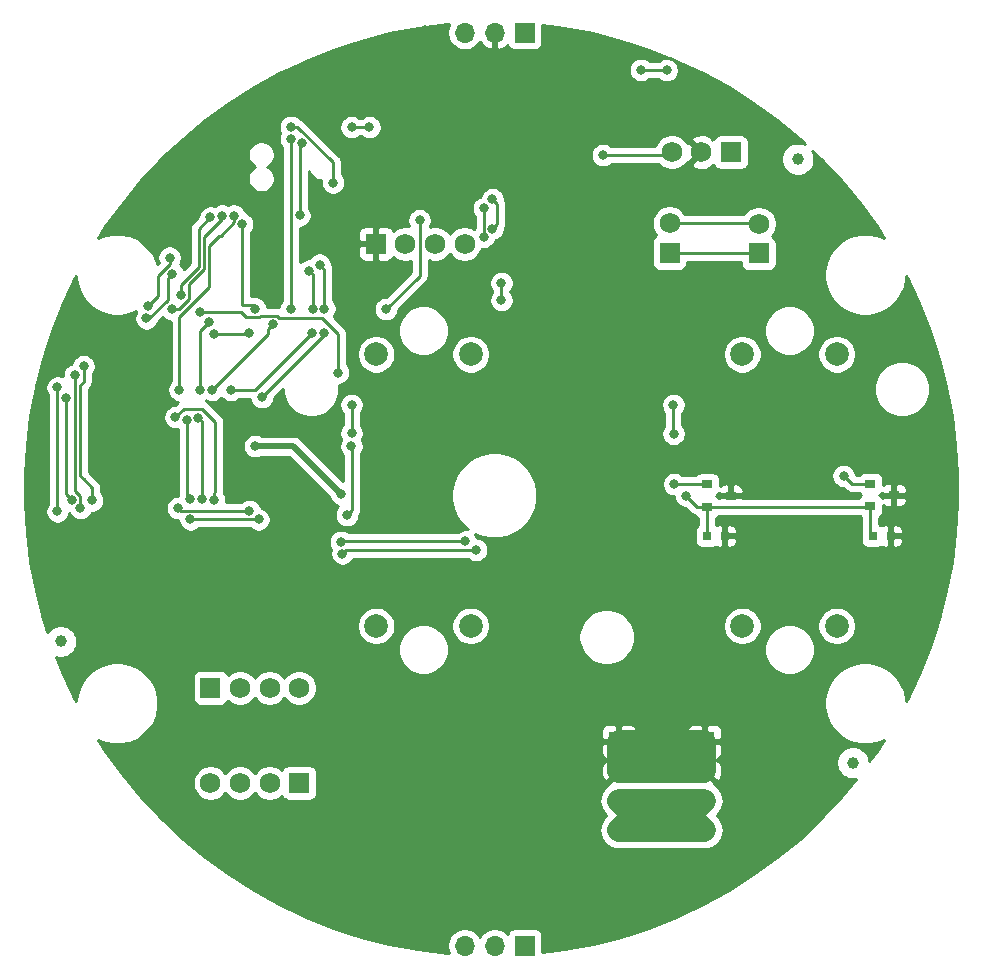
<source format=gbr>
G04 #@! TF.GenerationSoftware,KiCad,Pcbnew,(5.1.5)-3*
G04 #@! TF.CreationDate,2020-06-11T20:41:51+02:00*
G04 #@! TF.ProjectId,StepperClockK02,53746570-7065-4724-936c-6f636b4b3032,v1.0*
G04 #@! TF.SameCoordinates,Original*
G04 #@! TF.FileFunction,Copper,L2,Bot*
G04 #@! TF.FilePolarity,Positive*
%FSLAX46Y46*%
G04 Gerber Fmt 4.6, Leading zero omitted, Abs format (unit mm)*
G04 Created by KiCad (PCBNEW (5.1.5)-3) date 2020-06-11 20:41:51*
%MOMM*%
%LPD*%
G04 APERTURE LIST*
%ADD10R,1.750000X1.750000*%
%ADD11C,1.750000*%
%ADD12R,1.700000X1.700000*%
%ADD13O,1.700000X1.700000*%
%ADD14R,0.900000X0.800000*%
%ADD15C,2.000000*%
%ADD16C,1.000000*%
%ADD17R,0.800000X0.750000*%
%ADD18C,0.800000*%
%ADD19C,2.000000*%
%ADD20C,0.250000*%
%ADD21C,0.500000*%
%ADD22C,0.254000*%
G04 APERTURE END LIST*
D10*
X120825800Y-114370740D03*
D11*
X118325800Y-114370740D03*
X115825800Y-114370740D03*
D10*
X84265800Y-167770740D03*
D11*
X81765800Y-167770740D03*
X79265800Y-167770740D03*
X76765800Y-167770740D03*
D10*
X90775800Y-122130740D03*
D11*
X93275800Y-122130740D03*
X95775800Y-122130740D03*
X98275800Y-122130740D03*
D10*
X76765800Y-159720740D03*
D11*
X79265800Y-159720740D03*
X81765800Y-159720740D03*
X84265800Y-159720740D03*
D12*
X103377800Y-181550740D03*
D13*
X100837800Y-181550740D03*
X98297800Y-181550740D03*
D10*
X115635800Y-122890740D03*
D11*
X115635800Y-120390740D03*
D10*
X111345800Y-164270740D03*
D11*
X111345800Y-166770740D03*
X111345800Y-169270740D03*
X111345800Y-171770740D03*
D10*
X123185800Y-122930740D03*
D11*
X123185800Y-120430740D03*
D10*
X118575800Y-164270740D03*
D11*
X118575800Y-166770740D03*
X118575800Y-169270740D03*
X118575800Y-171770740D03*
D12*
X103375800Y-104260740D03*
D13*
X100835800Y-104260740D03*
X98295800Y-104260740D03*
D14*
X118815800Y-144400740D03*
X118815800Y-142500740D03*
X120815800Y-143450740D03*
X132635800Y-144360740D03*
X132635800Y-142460740D03*
X134635800Y-143410740D03*
D15*
X129795800Y-154480740D03*
X129795800Y-131480740D03*
X121795800Y-154480740D03*
X121795800Y-131480740D03*
X98795800Y-154480740D03*
X98795800Y-131480740D03*
X90795800Y-154480740D03*
X90795800Y-131480740D03*
D16*
X126505800Y-114950740D03*
X131165800Y-166070740D03*
X64095800Y-155790740D03*
D17*
X120305800Y-146860740D03*
X118805800Y-146860740D03*
X134345800Y-146860740D03*
X132845800Y-146860740D03*
D18*
X101985800Y-130350740D03*
X113725800Y-164270740D03*
X115775800Y-164270740D03*
X113634977Y-166299917D03*
X115955800Y-166250740D03*
X136055800Y-155610740D03*
X138435800Y-142660740D03*
X135465800Y-129450740D03*
X94935800Y-104060740D03*
X130525800Y-147290740D03*
X129855800Y-137090740D03*
X123205800Y-135110740D03*
X115745800Y-129540740D03*
X105905800Y-174330740D03*
X92575800Y-177440740D03*
X75115800Y-113740740D03*
X82315800Y-113840740D03*
X66125800Y-157070740D03*
X105845800Y-118070740D03*
X86155800Y-138730740D03*
X75805800Y-116950740D03*
X64705800Y-129160740D03*
X95665800Y-175730740D03*
X90535800Y-110730740D03*
X90445800Y-116520740D03*
X108005800Y-142000740D03*
X130515800Y-118480740D03*
X68775800Y-120330740D03*
X95685800Y-166230740D03*
X70205800Y-145690740D03*
X77645800Y-173380740D03*
X82645800Y-176480740D03*
X88715800Y-179330740D03*
X95205800Y-180940740D03*
X107055800Y-181000740D03*
X113365800Y-179160740D03*
X119735800Y-175940740D03*
X125395800Y-172010740D03*
X129385800Y-168200740D03*
X137545800Y-151770740D03*
X138735800Y-146290740D03*
X137605800Y-136510740D03*
X124145800Y-112410740D03*
X90445800Y-105380740D03*
X85565800Y-107170740D03*
X79015800Y-110620740D03*
X62345800Y-141580740D03*
X108905800Y-132240740D03*
X92885800Y-140270740D03*
X104315800Y-155460740D03*
X116825800Y-155760740D03*
X123375800Y-147060740D03*
X120875800Y-139440740D03*
X123665800Y-143070740D03*
X102775800Y-164330740D03*
X90085800Y-169090740D03*
X90385800Y-160990740D03*
X80625800Y-153850740D03*
X70315800Y-167070740D03*
X113195800Y-159920740D03*
X124145800Y-152060740D03*
X97825800Y-134680740D03*
X114615800Y-147900740D03*
X103225800Y-110940740D03*
X71607165Y-120687387D03*
X81675800Y-121295740D03*
X109135800Y-164130740D03*
X109075800Y-166480740D03*
X108975800Y-171930740D03*
X120605800Y-173230740D03*
X119665800Y-162430740D03*
X109115800Y-160050740D03*
X120835800Y-160150740D03*
X116075800Y-159980740D03*
X108905800Y-176100740D03*
X114465800Y-176620740D03*
X103185800Y-167040740D03*
X67195800Y-136010740D03*
X62185800Y-135310740D03*
X113595800Y-169520740D03*
X113535800Y-171720740D03*
X116295800Y-169490740D03*
X116115800Y-171720740D03*
X109980800Y-114630740D03*
X78745236Y-119745740D03*
X74135800Y-134490750D03*
X73800380Y-136805253D03*
X77046202Y-143830837D03*
X76035800Y-143760781D03*
X75735800Y-136840740D03*
X76895800Y-134490750D03*
X80532525Y-127620740D03*
X82044729Y-128945740D03*
X79455376Y-120457464D03*
X63805800Y-144790740D03*
X63805800Y-134290740D03*
X73530800Y-127688087D03*
X77745233Y-119745740D03*
X65005800Y-143800740D03*
X64530800Y-135143343D03*
X74255800Y-126470740D03*
X76755800Y-119890740D03*
X83567301Y-112233934D03*
X87144499Y-116949439D03*
X77100800Y-129730720D03*
X90215800Y-112250740D03*
X88710800Y-112250740D03*
X83585800Y-113240740D03*
X83595800Y-127620740D03*
X80050800Y-129669729D03*
X91627646Y-127662586D03*
X94475800Y-120130740D03*
X115955800Y-135770741D03*
X115985800Y-138220740D03*
X117015800Y-143440740D03*
X84310800Y-119730740D03*
X84505981Y-113632235D03*
X66021939Y-132495120D03*
X73541442Y-124666382D03*
X71337405Y-128447442D03*
X66755800Y-143860740D03*
X116035800Y-142470740D03*
X98355800Y-147320740D03*
X87805800Y-147360740D03*
X80055800Y-144740740D03*
X74025800Y-144500740D03*
X130375800Y-141770740D03*
X73315800Y-123301034D03*
X71500999Y-127418743D03*
X65296939Y-133261879D03*
X65755800Y-144502430D03*
X75070283Y-145465740D03*
X80845800Y-145465740D03*
X87930800Y-148352898D03*
X99265800Y-148045740D03*
X99898065Y-121533780D03*
X99915800Y-119120740D03*
X80545800Y-139260741D03*
X87845800Y-143350740D03*
X76600800Y-128785917D03*
X75859941Y-134501303D03*
X74763480Y-137074402D03*
X75035797Y-143760781D03*
X88323271Y-145105364D03*
X88696241Y-139260741D03*
X88715800Y-138170751D03*
X88715800Y-135770741D03*
X87565800Y-133030750D03*
X75885800Y-127940740D03*
X101405800Y-125445740D03*
X101405800Y-126895740D03*
X85415797Y-127620740D03*
X85395797Y-129669729D03*
X78495800Y-134490750D03*
X85135800Y-124395740D03*
X81125800Y-135120740D03*
X86395800Y-129669729D03*
X86415800Y-127620740D03*
X86001826Y-123895740D03*
X100629591Y-120851964D03*
X100640800Y-118351177D03*
X113204759Y-107410740D03*
X115395800Y-107430740D03*
D19*
X111345800Y-166770740D02*
X118575800Y-166770740D01*
X118575800Y-166770740D02*
X118575800Y-164270740D01*
X118575800Y-164270740D02*
X111345800Y-164270740D01*
X111345800Y-164270740D02*
X111345800Y-166770740D01*
X111605800Y-164270740D02*
X113634977Y-166299917D01*
X111345800Y-164270740D02*
X111605800Y-164270740D01*
X117935800Y-164270740D02*
X115955800Y-166250740D01*
X118575800Y-164270740D02*
X117935800Y-164270740D01*
X113845800Y-169270740D02*
X113595800Y-169520740D01*
X118575800Y-169270740D02*
X113845800Y-169270740D01*
X116075800Y-169270740D02*
X116295800Y-169490740D01*
X111345800Y-169270740D02*
X116075800Y-169270740D01*
X117700801Y-170145739D02*
X115820801Y-170145739D01*
X115820801Y-170145739D02*
X114195800Y-171770740D01*
X118575800Y-169270740D02*
X117700801Y-170145739D01*
X111345800Y-171770740D02*
X113335800Y-171770740D01*
X114650799Y-170145739D02*
X116130800Y-171625740D01*
X111345800Y-169270740D02*
X112220799Y-170145739D01*
X114195800Y-171770740D02*
X116275800Y-171770740D01*
X112220799Y-170145739D02*
X114650799Y-170145739D01*
X116275800Y-171770740D02*
X118575800Y-171770740D01*
X113595800Y-169520740D02*
X111345800Y-171770740D01*
X113335800Y-171770740D02*
X114195800Y-171770740D01*
X116295800Y-169490740D02*
X118575800Y-171770740D01*
X116130800Y-171625740D02*
X116275800Y-171770740D01*
D20*
X115565800Y-114630740D02*
X115825800Y-114370740D01*
X109980800Y-114630740D02*
X115565800Y-114630740D01*
X78745236Y-120311425D02*
X77625921Y-121430740D01*
X78745236Y-119745740D02*
X78745236Y-120311425D01*
X77525800Y-121430740D02*
X76675820Y-122280720D01*
X77625921Y-121430740D02*
X77525800Y-121430740D01*
X76675820Y-125760132D02*
X74145212Y-128290740D01*
X76675820Y-122280720D02*
X76675820Y-125760132D01*
X74145212Y-128290740D02*
X74145212Y-134481338D01*
X74145212Y-134481338D02*
X74135800Y-134490750D01*
X76083801Y-136115739D02*
X77185800Y-137217738D01*
X73800380Y-136805253D02*
X74489894Y-136115739D01*
X74489894Y-136115739D02*
X76083801Y-136115739D01*
X77046202Y-143265152D02*
X77185800Y-143125554D01*
X77185800Y-143125554D02*
X77185800Y-137217738D01*
X77046202Y-143830837D02*
X77046202Y-143265152D01*
X76035800Y-143760781D02*
X76035800Y-137140740D01*
X76035800Y-137140740D02*
X75735800Y-136840740D01*
X76895800Y-134490750D02*
X80890439Y-130496111D01*
X79455376Y-127335316D02*
X79455376Y-120457464D01*
X79455376Y-127335316D02*
X80247101Y-127335316D01*
X80247101Y-127335316D02*
X80532525Y-127620740D01*
X81644730Y-129741820D02*
X80890439Y-130496111D01*
X81644730Y-129345739D02*
X81644730Y-129741820D01*
X82044729Y-128945740D02*
X81644730Y-129345739D01*
X63805800Y-144790740D02*
X63805800Y-134290740D01*
X73530800Y-127688087D02*
X74111455Y-127688087D01*
X74980801Y-126818741D02*
X74980801Y-125512149D01*
X74111455Y-127688087D02*
X74980801Y-126818741D01*
X74980801Y-125512149D02*
X76225810Y-124267140D01*
X76225810Y-124267140D02*
X76225810Y-121570730D01*
X76225810Y-121570730D02*
X77745233Y-120051307D01*
X77745233Y-120051307D02*
X77745233Y-119745740D01*
X65005800Y-143800740D02*
X64530800Y-143325740D01*
X64530800Y-143325740D02*
X64530800Y-135143343D01*
X75775800Y-120870740D02*
X76755800Y-119890740D01*
X75775800Y-124080740D02*
X75775800Y-120870740D01*
X74255800Y-126470740D02*
X74255800Y-125600740D01*
X74255800Y-125600740D02*
X75775800Y-124080740D01*
X87144499Y-115245447D02*
X87144499Y-116949439D01*
X83567301Y-112233934D02*
X84132986Y-112233934D01*
X84132986Y-112233934D02*
X87144499Y-115245447D01*
X83585800Y-123245720D02*
X83585800Y-113240740D01*
X90215800Y-112250740D02*
X88710800Y-112250740D01*
X83595800Y-123255720D02*
X83585800Y-123245720D01*
X83595800Y-127620740D02*
X83595800Y-123255720D01*
X77100800Y-129730720D02*
X79989809Y-129730720D01*
X79989809Y-129730720D02*
X80050800Y-129669729D01*
X91627646Y-127662586D02*
X94475801Y-124814431D01*
X94475801Y-120130741D02*
X94475800Y-120130740D01*
X94475801Y-124814431D02*
X94475801Y-120130741D01*
X132635800Y-146650740D02*
X132845800Y-146860740D01*
X132635800Y-144360740D02*
X132635800Y-146650740D01*
X118815800Y-144400740D02*
X118815800Y-146850740D01*
X132595800Y-144400740D02*
X132635800Y-144360740D01*
X118815800Y-144400740D02*
X132595800Y-144400740D01*
X115955800Y-135770741D02*
X115955800Y-138190740D01*
X115955800Y-138190740D02*
X115985800Y-138220740D01*
X117975800Y-144400740D02*
X118815800Y-144400740D01*
X117015800Y-143440740D02*
X117975800Y-144400740D01*
X84310800Y-119730740D02*
X84310800Y-114220740D01*
X84310800Y-114220740D02*
X84310800Y-113827416D01*
X84310800Y-113827416D02*
X84505981Y-113632235D01*
X65746949Y-134090740D02*
X65746949Y-141785791D01*
X66021939Y-132495120D02*
X66021939Y-133815750D01*
X65746949Y-141785791D02*
X66021939Y-142060781D01*
X66021939Y-133815750D02*
X65746949Y-134090740D01*
X73541442Y-124666382D02*
X73141443Y-125066381D01*
X73141443Y-126851301D02*
X71545302Y-128447442D01*
X73141443Y-125066381D02*
X73141443Y-126851301D01*
X71545302Y-128447442D02*
X71337405Y-128447442D01*
X66021939Y-142060781D02*
X66755800Y-142794642D01*
X66755800Y-142794642D02*
X66755800Y-143860740D01*
X118815800Y-142500740D02*
X116065800Y-142500740D01*
X116065800Y-142500740D02*
X116035800Y-142470740D01*
X98355800Y-147320740D02*
X87845800Y-147320740D01*
X87845800Y-147320740D02*
X87805800Y-147360740D01*
X80055800Y-144740740D02*
X74265800Y-144740740D01*
X74265800Y-144740740D02*
X74025800Y-144500740D01*
X131065800Y-142460740D02*
X132635800Y-142460740D01*
X130375800Y-141770740D02*
X131065800Y-142460740D01*
X73315800Y-123866719D02*
X72340801Y-124841718D01*
X73315800Y-123301034D02*
X73315800Y-123866719D01*
X72340801Y-124841718D02*
X72340801Y-126578941D01*
X72340801Y-126578941D02*
X71500999Y-127418743D01*
X65755800Y-143477738D02*
X65755800Y-144502430D01*
X65296939Y-133261879D02*
X65296939Y-143018877D01*
X65296939Y-143018877D02*
X65755800Y-143477738D01*
X75070283Y-145465740D02*
X80845800Y-145465740D01*
X87930800Y-148352898D02*
X87930800Y-148275740D01*
X88237958Y-148045740D02*
X87930800Y-148352898D01*
X99265800Y-148045740D02*
X88237958Y-148045740D01*
X123145800Y-122890740D02*
X123185800Y-122930740D01*
X115635800Y-122890740D02*
X123145800Y-122890740D01*
X123145800Y-120390740D02*
X123185800Y-120430740D01*
X115635800Y-120390740D02*
X123145800Y-120390740D01*
X99898065Y-121533780D02*
X99898065Y-119138475D01*
X99898065Y-119138475D02*
X99915800Y-119120740D01*
D21*
X83755801Y-139260741D02*
X87845800Y-143350740D01*
X80545800Y-139260741D02*
X83755801Y-139260741D01*
D20*
X76600800Y-128785917D02*
X75859941Y-129526776D01*
X75859941Y-129526776D02*
X75859941Y-134501303D01*
X74763480Y-137074402D02*
X74763480Y-143488464D01*
X74763480Y-143488464D02*
X75035797Y-143760781D01*
X88723270Y-139287770D02*
X88696241Y-139260741D01*
X88323271Y-145105364D02*
X88723270Y-144705365D01*
X88723270Y-144705365D02*
X88723270Y-139287770D01*
X88715800Y-138170751D02*
X88715800Y-135770741D01*
X79735801Y-128345741D02*
X79330800Y-127940740D01*
X81005528Y-128220739D02*
X80880526Y-128345741D01*
X82392730Y-128220739D02*
X81005528Y-128220739D01*
X86181246Y-128382173D02*
X82554164Y-128382173D01*
X79330800Y-127940740D02*
X75885800Y-127940740D01*
X80880526Y-128345741D02*
X79735801Y-128345741D01*
X82554164Y-128382173D02*
X82392730Y-128220739D01*
X87565800Y-129766727D02*
X86181246Y-128382173D01*
X87565800Y-133030750D02*
X87565800Y-129766727D01*
X101405800Y-125445740D02*
X101405800Y-126895740D01*
X85395797Y-129669729D02*
X80574776Y-134490750D01*
X80574776Y-134490750D02*
X78495800Y-134490750D01*
X85415797Y-127620740D02*
X85415797Y-124675737D01*
X85415797Y-124675737D02*
X85135800Y-124395740D01*
X81125800Y-135120740D02*
X86395800Y-129850740D01*
X86395800Y-129850740D02*
X86395800Y-129669729D01*
X86415800Y-127620740D02*
X86415800Y-124309714D01*
X86415800Y-124309714D02*
X86001826Y-123895740D01*
X101029590Y-118739967D02*
X100640800Y-118351177D01*
X100629591Y-120851964D02*
X101029590Y-120451965D01*
X101029590Y-120451965D02*
X101029590Y-118739967D01*
X113204759Y-107410740D02*
X115375800Y-107410740D01*
X115375800Y-107410740D02*
X115395800Y-107430740D01*
D22*
G36*
X96979810Y-103557329D02*
G01*
X96867868Y-103827582D01*
X96810800Y-104114480D01*
X96810800Y-104407000D01*
X96867868Y-104693898D01*
X96979810Y-104964151D01*
X97142325Y-105207372D01*
X97349168Y-105414215D01*
X97592389Y-105576730D01*
X97862642Y-105688672D01*
X98149540Y-105745740D01*
X98442060Y-105745740D01*
X98728958Y-105688672D01*
X98999211Y-105576730D01*
X99242432Y-105414215D01*
X99449275Y-105207372D01*
X99570995Y-105025206D01*
X99640622Y-105142095D01*
X99835531Y-105358328D01*
X100068880Y-105532381D01*
X100331701Y-105657565D01*
X100478910Y-105702216D01*
X100708800Y-105580895D01*
X100708800Y-104387740D01*
X100688800Y-104387740D01*
X100688800Y-104133740D01*
X100708800Y-104133740D01*
X100708800Y-104113740D01*
X100962800Y-104113740D01*
X100962800Y-104133740D01*
X100982800Y-104133740D01*
X100982800Y-104387740D01*
X100962800Y-104387740D01*
X100962800Y-105580895D01*
X101192690Y-105702216D01*
X101339899Y-105657565D01*
X101602720Y-105532381D01*
X101836069Y-105358328D01*
X101911834Y-105274274D01*
X101936298Y-105354920D01*
X101995263Y-105465234D01*
X102074615Y-105561925D01*
X102171306Y-105641277D01*
X102281620Y-105700242D01*
X102401318Y-105736552D01*
X102525800Y-105748812D01*
X104225800Y-105748812D01*
X104350282Y-105736552D01*
X104469980Y-105700242D01*
X104580294Y-105641277D01*
X104676985Y-105561925D01*
X104756337Y-105465234D01*
X104815302Y-105354920D01*
X104851612Y-105235222D01*
X104863872Y-105110740D01*
X104863872Y-103624541D01*
X106703397Y-103856927D01*
X109140277Y-104321787D01*
X111543159Y-104938742D01*
X113902560Y-105705358D01*
X116209170Y-106618610D01*
X118453885Y-107674892D01*
X120627846Y-108870037D01*
X122722473Y-110199328D01*
X124729500Y-111657519D01*
X126641006Y-113238854D01*
X127128363Y-113696513D01*
X126913290Y-113607426D01*
X126643392Y-113553740D01*
X126368208Y-113553740D01*
X126098310Y-113607426D01*
X125844073Y-113712735D01*
X125615265Y-113865620D01*
X125420680Y-114060205D01*
X125267795Y-114289013D01*
X125162486Y-114543250D01*
X125108800Y-114813148D01*
X125108800Y-115088332D01*
X125162486Y-115358230D01*
X125267795Y-115612467D01*
X125420680Y-115841275D01*
X125615265Y-116035860D01*
X125844073Y-116188745D01*
X126098310Y-116294054D01*
X126368208Y-116347740D01*
X126643392Y-116347740D01*
X126913290Y-116294054D01*
X127167527Y-116188745D01*
X127396335Y-116035860D01*
X127590920Y-115841275D01*
X127743805Y-115612467D01*
X127849114Y-115358230D01*
X127902800Y-115088332D01*
X127902800Y-114813148D01*
X127849114Y-114543250D01*
X127743805Y-114289013D01*
X127717687Y-114249925D01*
X128449447Y-114937093D01*
X130147686Y-116745534D01*
X131729021Y-118657040D01*
X133187212Y-120664067D01*
X133822573Y-121665235D01*
X133200004Y-121407359D01*
X132528255Y-121273740D01*
X131843345Y-121273740D01*
X131171596Y-121407359D01*
X130538823Y-121669462D01*
X129969342Y-122049978D01*
X129485038Y-122534282D01*
X129104522Y-123103763D01*
X128842419Y-123736536D01*
X128708800Y-124408285D01*
X128708800Y-125093195D01*
X128842419Y-125764944D01*
X129104522Y-126397717D01*
X129485038Y-126967198D01*
X129969342Y-127451502D01*
X130538823Y-127832018D01*
X131171596Y-128094121D01*
X131843345Y-128227740D01*
X132528255Y-128227740D01*
X133200004Y-128094121D01*
X133832777Y-127832018D01*
X134402258Y-127451502D01*
X134886562Y-126967198D01*
X135267078Y-126397717D01*
X135529181Y-125764944D01*
X135662800Y-125093195D01*
X135662800Y-124843801D01*
X135711648Y-124932655D01*
X136767930Y-127177370D01*
X137681182Y-129483980D01*
X138447798Y-131843381D01*
X139064753Y-134246263D01*
X139529613Y-136683143D01*
X139840542Y-139144403D01*
X139996314Y-141620329D01*
X139996314Y-144101151D01*
X139840542Y-146577077D01*
X139529613Y-149038337D01*
X139064753Y-151475217D01*
X138447798Y-153878099D01*
X137681182Y-156237500D01*
X136767930Y-158544110D01*
X135711648Y-160788825D01*
X135662800Y-160877679D01*
X135662800Y-160688285D01*
X135529181Y-160016536D01*
X135267078Y-159383763D01*
X134886562Y-158814282D01*
X134402258Y-158329978D01*
X133832777Y-157949462D01*
X133200004Y-157687359D01*
X132528255Y-157553740D01*
X131843345Y-157553740D01*
X131171596Y-157687359D01*
X130538823Y-157949462D01*
X129969342Y-158329978D01*
X129485038Y-158814282D01*
X129104522Y-159383763D01*
X128842419Y-160016536D01*
X128708800Y-160688285D01*
X128708800Y-161373195D01*
X128842419Y-162044944D01*
X129104522Y-162677717D01*
X129485038Y-163247198D01*
X129969342Y-163731502D01*
X130538823Y-164112018D01*
X131171596Y-164374121D01*
X131843345Y-164507740D01*
X132528255Y-164507740D01*
X133200004Y-164374121D01*
X133770917Y-164137641D01*
X133187212Y-165057413D01*
X132560254Y-165920347D01*
X132509114Y-165663250D01*
X132403805Y-165409013D01*
X132250920Y-165180205D01*
X132056335Y-164985620D01*
X131827527Y-164832735D01*
X131573290Y-164727426D01*
X131303392Y-164673740D01*
X131028208Y-164673740D01*
X130758310Y-164727426D01*
X130504073Y-164832735D01*
X130275265Y-164985620D01*
X130080680Y-165180205D01*
X129927795Y-165409013D01*
X129822486Y-165663250D01*
X129768800Y-165933148D01*
X129768800Y-166208332D01*
X129822486Y-166478230D01*
X129927795Y-166732467D01*
X130080680Y-166961275D01*
X130275265Y-167155860D01*
X130504073Y-167308745D01*
X130758310Y-167414054D01*
X131028208Y-167467740D01*
X131303392Y-167467740D01*
X131413501Y-167445838D01*
X130147686Y-168975946D01*
X128449447Y-170784387D01*
X126641006Y-172482626D01*
X124729500Y-174063961D01*
X122722473Y-175522152D01*
X120627846Y-176851443D01*
X118453885Y-178046588D01*
X116209170Y-179102870D01*
X113902560Y-180016122D01*
X111543159Y-180782738D01*
X109140277Y-181399693D01*
X106703397Y-181864553D01*
X104865872Y-182096686D01*
X104865872Y-180700740D01*
X104853612Y-180576258D01*
X104817302Y-180456560D01*
X104758337Y-180346246D01*
X104678985Y-180249555D01*
X104582294Y-180170203D01*
X104471980Y-180111238D01*
X104352282Y-180074928D01*
X104227800Y-180062668D01*
X102527800Y-180062668D01*
X102403318Y-180074928D01*
X102283620Y-180111238D01*
X102173306Y-180170203D01*
X102076615Y-180249555D01*
X101997263Y-180346246D01*
X101938298Y-180456560D01*
X101916287Y-180529120D01*
X101784432Y-180397265D01*
X101541211Y-180234750D01*
X101270958Y-180122808D01*
X100984060Y-180065740D01*
X100691540Y-180065740D01*
X100404642Y-180122808D01*
X100134389Y-180234750D01*
X99891168Y-180397265D01*
X99684325Y-180604108D01*
X99567800Y-180778500D01*
X99451275Y-180604108D01*
X99244432Y-180397265D01*
X99001211Y-180234750D01*
X98730958Y-180122808D01*
X98444060Y-180065740D01*
X98151540Y-180065740D01*
X97864642Y-180122808D01*
X97594389Y-180234750D01*
X97351168Y-180397265D01*
X97144325Y-180604108D01*
X96981810Y-180847329D01*
X96869868Y-181117582D01*
X96812800Y-181404480D01*
X96812800Y-181697000D01*
X96869868Y-181983898D01*
X96952964Y-182184510D01*
X96809463Y-182175482D01*
X94348203Y-181864553D01*
X91911323Y-181399693D01*
X89508441Y-180782738D01*
X87149040Y-180016122D01*
X84842430Y-179102870D01*
X82597715Y-178046588D01*
X80423754Y-176851443D01*
X78329127Y-175522152D01*
X76322100Y-174063961D01*
X74410594Y-172482626D01*
X72602153Y-170784387D01*
X70903914Y-168975946D01*
X69783848Y-167622018D01*
X75255800Y-167622018D01*
X75255800Y-167919462D01*
X75313829Y-168211191D01*
X75427656Y-168485993D01*
X75592907Y-168733309D01*
X75803231Y-168943633D01*
X76050547Y-169108884D01*
X76325349Y-169222711D01*
X76617078Y-169280740D01*
X76914522Y-169280740D01*
X77206251Y-169222711D01*
X77481053Y-169108884D01*
X77728369Y-168943633D01*
X77938693Y-168733309D01*
X78015800Y-168617910D01*
X78092907Y-168733309D01*
X78303231Y-168943633D01*
X78550547Y-169108884D01*
X78825349Y-169222711D01*
X79117078Y-169280740D01*
X79414522Y-169280740D01*
X79706251Y-169222711D01*
X79981053Y-169108884D01*
X80228369Y-168943633D01*
X80438693Y-168733309D01*
X80515800Y-168617910D01*
X80592907Y-168733309D01*
X80803231Y-168943633D01*
X81050547Y-169108884D01*
X81325349Y-169222711D01*
X81617078Y-169280740D01*
X81914522Y-169280740D01*
X82206251Y-169222711D01*
X82481053Y-169108884D01*
X82728369Y-168943633D01*
X82796826Y-168875176D01*
X82801298Y-168889920D01*
X82860263Y-169000234D01*
X82939615Y-169096925D01*
X83036306Y-169176277D01*
X83146620Y-169235242D01*
X83266318Y-169271552D01*
X83390800Y-169283812D01*
X85140800Y-169283812D01*
X85265282Y-169271552D01*
X85267958Y-169270740D01*
X109702889Y-169270740D01*
X109734457Y-169591256D01*
X109827948Y-169899455D01*
X109979769Y-170183492D01*
X110184086Y-170432454D01*
X110246487Y-170483665D01*
X110283562Y-170520740D01*
X110246486Y-170557816D01*
X110184086Y-170609026D01*
X109979769Y-170857988D01*
X109827948Y-171142025D01*
X109734457Y-171450224D01*
X109702889Y-171770740D01*
X109734457Y-172091256D01*
X109827948Y-172399455D01*
X109979769Y-172683492D01*
X110184086Y-172932454D01*
X110433048Y-173136771D01*
X110717085Y-173288592D01*
X111025284Y-173382083D01*
X111265478Y-173405740D01*
X111265481Y-173405740D01*
X111345800Y-173413651D01*
X111426119Y-173405740D01*
X114115481Y-173405740D01*
X114195800Y-173413651D01*
X114276119Y-173405740D01*
X116195481Y-173405740D01*
X116275800Y-173413651D01*
X116356119Y-173405740D01*
X118495480Y-173405740D01*
X118575800Y-173413651D01*
X118656119Y-173405740D01*
X118656122Y-173405740D01*
X118896316Y-173382083D01*
X119204515Y-173288592D01*
X119488552Y-173136771D01*
X119737514Y-172932454D01*
X119941831Y-172683492D01*
X120093652Y-172399455D01*
X120187143Y-172091256D01*
X120218711Y-171770740D01*
X120187143Y-171450224D01*
X120093652Y-171142025D01*
X119941831Y-170857988D01*
X119737514Y-170609026D01*
X119675118Y-170557820D01*
X119638038Y-170520740D01*
X119675113Y-170483665D01*
X119737514Y-170432454D01*
X119941831Y-170183492D01*
X120093652Y-169899455D01*
X120187143Y-169591256D01*
X120218711Y-169270740D01*
X120187143Y-168950224D01*
X120093652Y-168642025D01*
X119941831Y-168357988D01*
X119737514Y-168109026D01*
X119488552Y-167904709D01*
X119425173Y-167870832D01*
X119442435Y-167816980D01*
X118575800Y-166950345D01*
X118561658Y-166964488D01*
X118382053Y-166784883D01*
X118396195Y-166770740D01*
X118382053Y-166756598D01*
X118561658Y-166576993D01*
X118575800Y-166591135D01*
X118589943Y-166576993D01*
X118769548Y-166756598D01*
X118755405Y-166770740D01*
X119622040Y-167637375D01*
X119873668Y-167556715D01*
X120002067Y-167288411D01*
X120075655Y-167000214D01*
X120091604Y-166703197D01*
X120049301Y-166408777D01*
X119950372Y-166128266D01*
X119873668Y-165984765D01*
X119622042Y-165904106D01*
X119738067Y-165788081D01*
X119687498Y-165737512D01*
X119694980Y-165735242D01*
X119805294Y-165676277D01*
X119901985Y-165596925D01*
X119981337Y-165500234D01*
X120040302Y-165389920D01*
X120076612Y-165270222D01*
X120088872Y-165145740D01*
X120085800Y-164556490D01*
X119927050Y-164397740D01*
X118702800Y-164397740D01*
X118702800Y-164417740D01*
X118448800Y-164417740D01*
X118448800Y-164397740D01*
X117224550Y-164397740D01*
X117065800Y-164556490D01*
X117062728Y-165145740D01*
X117074988Y-165270222D01*
X117111298Y-165389920D01*
X117170263Y-165500234D01*
X117249615Y-165596925D01*
X117346306Y-165676277D01*
X117456620Y-165735242D01*
X117464102Y-165737512D01*
X117413533Y-165788081D01*
X117529558Y-165904106D01*
X117277932Y-165984765D01*
X117149533Y-166253069D01*
X117075945Y-166541266D01*
X117059996Y-166838283D01*
X117102299Y-167132703D01*
X117201228Y-167413214D01*
X117277932Y-167556715D01*
X117524459Y-167635740D01*
X116156119Y-167635740D01*
X116075800Y-167627829D01*
X115995481Y-167635740D01*
X113926119Y-167635740D01*
X113845799Y-167627829D01*
X113765480Y-167635740D01*
X112397141Y-167635740D01*
X112643668Y-167556715D01*
X112772067Y-167288411D01*
X112845655Y-167000214D01*
X112861604Y-166703197D01*
X112819301Y-166408777D01*
X112720372Y-166128266D01*
X112643668Y-165984765D01*
X112392042Y-165904106D01*
X112508067Y-165788081D01*
X112457498Y-165737512D01*
X112464980Y-165735242D01*
X112575294Y-165676277D01*
X112671985Y-165596925D01*
X112751337Y-165500234D01*
X112810302Y-165389920D01*
X112846612Y-165270222D01*
X112858872Y-165145740D01*
X112855800Y-164556490D01*
X112697050Y-164397740D01*
X111472800Y-164397740D01*
X111472800Y-164417740D01*
X111218800Y-164417740D01*
X111218800Y-164397740D01*
X109994550Y-164397740D01*
X109835800Y-164556490D01*
X109832728Y-165145740D01*
X109844988Y-165270222D01*
X109881298Y-165389920D01*
X109940263Y-165500234D01*
X110019615Y-165596925D01*
X110116306Y-165676277D01*
X110226620Y-165735242D01*
X110234102Y-165737512D01*
X110183533Y-165788081D01*
X110299558Y-165904106D01*
X110047932Y-165984765D01*
X109919533Y-166253069D01*
X109845945Y-166541266D01*
X109829996Y-166838283D01*
X109872299Y-167132703D01*
X109971228Y-167413214D01*
X110047932Y-167556715D01*
X110299560Y-167637375D01*
X111166195Y-166770740D01*
X111152053Y-166756598D01*
X111331658Y-166576993D01*
X111345800Y-166591135D01*
X111359943Y-166576993D01*
X111539548Y-166756598D01*
X111525405Y-166770740D01*
X111539548Y-166784883D01*
X111359943Y-166964488D01*
X111345800Y-166950345D01*
X110479165Y-167816980D01*
X110496427Y-167870832D01*
X110433048Y-167904709D01*
X110184086Y-168109026D01*
X109979769Y-168357988D01*
X109827948Y-168642025D01*
X109734457Y-168950224D01*
X109702889Y-169270740D01*
X85267958Y-169270740D01*
X85384980Y-169235242D01*
X85495294Y-169176277D01*
X85591985Y-169096925D01*
X85671337Y-169000234D01*
X85730302Y-168889920D01*
X85766612Y-168770222D01*
X85778872Y-168645740D01*
X85778872Y-166895740D01*
X85766612Y-166771258D01*
X85730302Y-166651560D01*
X85671337Y-166541246D01*
X85591985Y-166444555D01*
X85495294Y-166365203D01*
X85384980Y-166306238D01*
X85265282Y-166269928D01*
X85140800Y-166257668D01*
X83390800Y-166257668D01*
X83266318Y-166269928D01*
X83146620Y-166306238D01*
X83036306Y-166365203D01*
X82939615Y-166444555D01*
X82860263Y-166541246D01*
X82801298Y-166651560D01*
X82796826Y-166666304D01*
X82728369Y-166597847D01*
X82481053Y-166432596D01*
X82206251Y-166318769D01*
X81914522Y-166260740D01*
X81617078Y-166260740D01*
X81325349Y-166318769D01*
X81050547Y-166432596D01*
X80803231Y-166597847D01*
X80592907Y-166808171D01*
X80515800Y-166923570D01*
X80438693Y-166808171D01*
X80228369Y-166597847D01*
X79981053Y-166432596D01*
X79706251Y-166318769D01*
X79414522Y-166260740D01*
X79117078Y-166260740D01*
X78825349Y-166318769D01*
X78550547Y-166432596D01*
X78303231Y-166597847D01*
X78092907Y-166808171D01*
X78015800Y-166923570D01*
X77938693Y-166808171D01*
X77728369Y-166597847D01*
X77481053Y-166432596D01*
X77206251Y-166318769D01*
X76914522Y-166260740D01*
X76617078Y-166260740D01*
X76325349Y-166318769D01*
X76050547Y-166432596D01*
X75803231Y-166597847D01*
X75592907Y-166808171D01*
X75427656Y-167055487D01*
X75313829Y-167330289D01*
X75255800Y-167622018D01*
X69783848Y-167622018D01*
X69322579Y-167064440D01*
X67864388Y-165057413D01*
X67280683Y-164137641D01*
X67851596Y-164374121D01*
X68523345Y-164507740D01*
X69208255Y-164507740D01*
X69880004Y-164374121D01*
X70512777Y-164112018D01*
X71082258Y-163731502D01*
X71418020Y-163395740D01*
X109832728Y-163395740D01*
X109835800Y-163984990D01*
X109994550Y-164143740D01*
X111218800Y-164143740D01*
X111218800Y-162919490D01*
X111472800Y-162919490D01*
X111472800Y-164143740D01*
X112697050Y-164143740D01*
X112855800Y-163984990D01*
X112858872Y-163395740D01*
X117062728Y-163395740D01*
X117065800Y-163984990D01*
X117224550Y-164143740D01*
X118448800Y-164143740D01*
X118448800Y-162919490D01*
X118702800Y-162919490D01*
X118702800Y-164143740D01*
X119927050Y-164143740D01*
X120085800Y-163984990D01*
X120088872Y-163395740D01*
X120076612Y-163271258D01*
X120040302Y-163151560D01*
X119981337Y-163041246D01*
X119901985Y-162944555D01*
X119805294Y-162865203D01*
X119694980Y-162806238D01*
X119575282Y-162769928D01*
X119450800Y-162757668D01*
X118861550Y-162760740D01*
X118702800Y-162919490D01*
X118448800Y-162919490D01*
X118290050Y-162760740D01*
X117700800Y-162757668D01*
X117576318Y-162769928D01*
X117456620Y-162806238D01*
X117346306Y-162865203D01*
X117249615Y-162944555D01*
X117170263Y-163041246D01*
X117111298Y-163151560D01*
X117074988Y-163271258D01*
X117062728Y-163395740D01*
X112858872Y-163395740D01*
X112846612Y-163271258D01*
X112810302Y-163151560D01*
X112751337Y-163041246D01*
X112671985Y-162944555D01*
X112575294Y-162865203D01*
X112464980Y-162806238D01*
X112345282Y-162769928D01*
X112220800Y-162757668D01*
X111631550Y-162760740D01*
X111472800Y-162919490D01*
X111218800Y-162919490D01*
X111060050Y-162760740D01*
X110470800Y-162757668D01*
X110346318Y-162769928D01*
X110226620Y-162806238D01*
X110116306Y-162865203D01*
X110019615Y-162944555D01*
X109940263Y-163041246D01*
X109881298Y-163151560D01*
X109844988Y-163271258D01*
X109832728Y-163395740D01*
X71418020Y-163395740D01*
X71566562Y-163247198D01*
X71947078Y-162677717D01*
X72209181Y-162044944D01*
X72342800Y-161373195D01*
X72342800Y-160688285D01*
X72209181Y-160016536D01*
X71947078Y-159383763D01*
X71587582Y-158845740D01*
X75252728Y-158845740D01*
X75252728Y-160595740D01*
X75264988Y-160720222D01*
X75301298Y-160839920D01*
X75360263Y-160950234D01*
X75439615Y-161046925D01*
X75536306Y-161126277D01*
X75646620Y-161185242D01*
X75766318Y-161221552D01*
X75890800Y-161233812D01*
X77640800Y-161233812D01*
X77765282Y-161221552D01*
X77884980Y-161185242D01*
X77995294Y-161126277D01*
X78091985Y-161046925D01*
X78171337Y-160950234D01*
X78230302Y-160839920D01*
X78234774Y-160825176D01*
X78303231Y-160893633D01*
X78550547Y-161058884D01*
X78825349Y-161172711D01*
X79117078Y-161230740D01*
X79414522Y-161230740D01*
X79706251Y-161172711D01*
X79981053Y-161058884D01*
X80228369Y-160893633D01*
X80438693Y-160683309D01*
X80515800Y-160567910D01*
X80592907Y-160683309D01*
X80803231Y-160893633D01*
X81050547Y-161058884D01*
X81325349Y-161172711D01*
X81617078Y-161230740D01*
X81914522Y-161230740D01*
X82206251Y-161172711D01*
X82481053Y-161058884D01*
X82728369Y-160893633D01*
X82938693Y-160683309D01*
X83015800Y-160567910D01*
X83092907Y-160683309D01*
X83303231Y-160893633D01*
X83550547Y-161058884D01*
X83825349Y-161172711D01*
X84117078Y-161230740D01*
X84414522Y-161230740D01*
X84706251Y-161172711D01*
X84981053Y-161058884D01*
X85228369Y-160893633D01*
X85438693Y-160683309D01*
X85603944Y-160435993D01*
X85717771Y-160161191D01*
X85775800Y-159869462D01*
X85775800Y-159572018D01*
X85717771Y-159280289D01*
X85603944Y-159005487D01*
X85438693Y-158758171D01*
X85228369Y-158547847D01*
X84981053Y-158382596D01*
X84706251Y-158268769D01*
X84414522Y-158210740D01*
X84117078Y-158210740D01*
X83825349Y-158268769D01*
X83550547Y-158382596D01*
X83303231Y-158547847D01*
X83092907Y-158758171D01*
X83015800Y-158873570D01*
X82938693Y-158758171D01*
X82728369Y-158547847D01*
X82481053Y-158382596D01*
X82206251Y-158268769D01*
X81914522Y-158210740D01*
X81617078Y-158210740D01*
X81325349Y-158268769D01*
X81050547Y-158382596D01*
X80803231Y-158547847D01*
X80592907Y-158758171D01*
X80515800Y-158873570D01*
X80438693Y-158758171D01*
X80228369Y-158547847D01*
X79981053Y-158382596D01*
X79706251Y-158268769D01*
X79414522Y-158210740D01*
X79117078Y-158210740D01*
X78825349Y-158268769D01*
X78550547Y-158382596D01*
X78303231Y-158547847D01*
X78234774Y-158616304D01*
X78230302Y-158601560D01*
X78171337Y-158491246D01*
X78091985Y-158394555D01*
X77995294Y-158315203D01*
X77884980Y-158256238D01*
X77765282Y-158219928D01*
X77640800Y-158207668D01*
X75890800Y-158207668D01*
X75766318Y-158219928D01*
X75646620Y-158256238D01*
X75536306Y-158315203D01*
X75439615Y-158394555D01*
X75360263Y-158491246D01*
X75301298Y-158601560D01*
X75264988Y-158721258D01*
X75252728Y-158845740D01*
X71587582Y-158845740D01*
X71566562Y-158814282D01*
X71082258Y-158329978D01*
X70512777Y-157949462D01*
X69880004Y-157687359D01*
X69208255Y-157553740D01*
X68523345Y-157553740D01*
X67851596Y-157687359D01*
X67218823Y-157949462D01*
X66649342Y-158329978D01*
X66165038Y-158814282D01*
X65784522Y-159383763D01*
X65522419Y-160016536D01*
X65388800Y-160688285D01*
X65388800Y-160877679D01*
X65339952Y-160788825D01*
X64283670Y-158544110D01*
X63728559Y-157142060D01*
X63958208Y-157187740D01*
X64233392Y-157187740D01*
X64503290Y-157134054D01*
X64757527Y-157028745D01*
X64986335Y-156875860D01*
X65180920Y-156681275D01*
X65333805Y-156452467D01*
X65409194Y-156270461D01*
X92660800Y-156270461D01*
X92660800Y-156691019D01*
X92742847Y-157103496D01*
X92903788Y-157492042D01*
X93137437Y-157841723D01*
X93434817Y-158139103D01*
X93784498Y-158372752D01*
X94173044Y-158533693D01*
X94585521Y-158615740D01*
X95006079Y-158615740D01*
X95418556Y-158533693D01*
X95807102Y-158372752D01*
X96156783Y-158139103D01*
X96454163Y-157841723D01*
X96687812Y-157492042D01*
X96848753Y-157103496D01*
X96930800Y-156691019D01*
X96930800Y-156270461D01*
X96848753Y-155857984D01*
X96687812Y-155469438D01*
X96454163Y-155119757D01*
X96156783Y-154822377D01*
X95807102Y-154588728D01*
X95418556Y-154427787D01*
X95006079Y-154345740D01*
X94585521Y-154345740D01*
X94173044Y-154427787D01*
X93784498Y-154588728D01*
X93434817Y-154822377D01*
X93137437Y-155119757D01*
X92903788Y-155469438D01*
X92742847Y-155857984D01*
X92660800Y-156270461D01*
X65409194Y-156270461D01*
X65439114Y-156198230D01*
X65492800Y-155928332D01*
X65492800Y-155653148D01*
X65439114Y-155383250D01*
X65333805Y-155129013D01*
X65180920Y-154900205D01*
X64986335Y-154705620D01*
X64757527Y-154552735D01*
X64503290Y-154447426D01*
X64233392Y-154393740D01*
X63958208Y-154393740D01*
X63688310Y-154447426D01*
X63434073Y-154552735D01*
X63205265Y-154705620D01*
X63010680Y-154900205D01*
X62960369Y-154975500D01*
X62747290Y-154319707D01*
X89160800Y-154319707D01*
X89160800Y-154641773D01*
X89223632Y-154957652D01*
X89346882Y-155255203D01*
X89525813Y-155522992D01*
X89753548Y-155750727D01*
X90021337Y-155929658D01*
X90318888Y-156052908D01*
X90634767Y-156115740D01*
X90956833Y-156115740D01*
X91272712Y-156052908D01*
X91570263Y-155929658D01*
X91838052Y-155750727D01*
X92065787Y-155522992D01*
X92244718Y-155255203D01*
X92367968Y-154957652D01*
X92430800Y-154641773D01*
X92430800Y-154319707D01*
X97160800Y-154319707D01*
X97160800Y-154641773D01*
X97223632Y-154957652D01*
X97346882Y-155255203D01*
X97525813Y-155522992D01*
X97753548Y-155750727D01*
X98021337Y-155929658D01*
X98318888Y-156052908D01*
X98634767Y-156115740D01*
X98956833Y-156115740D01*
X99272712Y-156052908D01*
X99570263Y-155929658D01*
X99838052Y-155750727D01*
X100065787Y-155522992D01*
X100244718Y-155255203D01*
X100273450Y-155185838D01*
X107920800Y-155185838D01*
X107920800Y-155655642D01*
X108012454Y-156116419D01*
X108192240Y-156550461D01*
X108453250Y-156941089D01*
X108785451Y-157273290D01*
X109176079Y-157534300D01*
X109610121Y-157714086D01*
X110070898Y-157805740D01*
X110540702Y-157805740D01*
X111001479Y-157714086D01*
X111435521Y-157534300D01*
X111826149Y-157273290D01*
X112158350Y-156941089D01*
X112419360Y-156550461D01*
X112535339Y-156270461D01*
X123660800Y-156270461D01*
X123660800Y-156691019D01*
X123742847Y-157103496D01*
X123903788Y-157492042D01*
X124137437Y-157841723D01*
X124434817Y-158139103D01*
X124784498Y-158372752D01*
X125173044Y-158533693D01*
X125585521Y-158615740D01*
X126006079Y-158615740D01*
X126418556Y-158533693D01*
X126807102Y-158372752D01*
X127156783Y-158139103D01*
X127454163Y-157841723D01*
X127687812Y-157492042D01*
X127848753Y-157103496D01*
X127930800Y-156691019D01*
X127930800Y-156270461D01*
X127848753Y-155857984D01*
X127687812Y-155469438D01*
X127454163Y-155119757D01*
X127156783Y-154822377D01*
X126807102Y-154588728D01*
X126418556Y-154427787D01*
X126006079Y-154345740D01*
X125585521Y-154345740D01*
X125173044Y-154427787D01*
X124784498Y-154588728D01*
X124434817Y-154822377D01*
X124137437Y-155119757D01*
X123903788Y-155469438D01*
X123742847Y-155857984D01*
X123660800Y-156270461D01*
X112535339Y-156270461D01*
X112599146Y-156116419D01*
X112690800Y-155655642D01*
X112690800Y-155185838D01*
X112599146Y-154725061D01*
X112431243Y-154319707D01*
X120160800Y-154319707D01*
X120160800Y-154641773D01*
X120223632Y-154957652D01*
X120346882Y-155255203D01*
X120525813Y-155522992D01*
X120753548Y-155750727D01*
X121021337Y-155929658D01*
X121318888Y-156052908D01*
X121634767Y-156115740D01*
X121956833Y-156115740D01*
X122272712Y-156052908D01*
X122570263Y-155929658D01*
X122838052Y-155750727D01*
X123065787Y-155522992D01*
X123244718Y-155255203D01*
X123367968Y-154957652D01*
X123430800Y-154641773D01*
X123430800Y-154319707D01*
X128160800Y-154319707D01*
X128160800Y-154641773D01*
X128223632Y-154957652D01*
X128346882Y-155255203D01*
X128525813Y-155522992D01*
X128753548Y-155750727D01*
X129021337Y-155929658D01*
X129318888Y-156052908D01*
X129634767Y-156115740D01*
X129956833Y-156115740D01*
X130272712Y-156052908D01*
X130570263Y-155929658D01*
X130838052Y-155750727D01*
X131065787Y-155522992D01*
X131244718Y-155255203D01*
X131367968Y-154957652D01*
X131430800Y-154641773D01*
X131430800Y-154319707D01*
X131367968Y-154003828D01*
X131244718Y-153706277D01*
X131065787Y-153438488D01*
X130838052Y-153210753D01*
X130570263Y-153031822D01*
X130272712Y-152908572D01*
X129956833Y-152845740D01*
X129634767Y-152845740D01*
X129318888Y-152908572D01*
X129021337Y-153031822D01*
X128753548Y-153210753D01*
X128525813Y-153438488D01*
X128346882Y-153706277D01*
X128223632Y-154003828D01*
X128160800Y-154319707D01*
X123430800Y-154319707D01*
X123367968Y-154003828D01*
X123244718Y-153706277D01*
X123065787Y-153438488D01*
X122838052Y-153210753D01*
X122570263Y-153031822D01*
X122272712Y-152908572D01*
X121956833Y-152845740D01*
X121634767Y-152845740D01*
X121318888Y-152908572D01*
X121021337Y-153031822D01*
X120753548Y-153210753D01*
X120525813Y-153438488D01*
X120346882Y-153706277D01*
X120223632Y-154003828D01*
X120160800Y-154319707D01*
X112431243Y-154319707D01*
X112419360Y-154291019D01*
X112158350Y-153900391D01*
X111826149Y-153568190D01*
X111435521Y-153307180D01*
X111001479Y-153127394D01*
X110540702Y-153035740D01*
X110070898Y-153035740D01*
X109610121Y-153127394D01*
X109176079Y-153307180D01*
X108785451Y-153568190D01*
X108453250Y-153900391D01*
X108192240Y-154291019D01*
X108012454Y-154725061D01*
X107920800Y-155185838D01*
X100273450Y-155185838D01*
X100367968Y-154957652D01*
X100430800Y-154641773D01*
X100430800Y-154319707D01*
X100367968Y-154003828D01*
X100244718Y-153706277D01*
X100065787Y-153438488D01*
X99838052Y-153210753D01*
X99570263Y-153031822D01*
X99272712Y-152908572D01*
X98956833Y-152845740D01*
X98634767Y-152845740D01*
X98318888Y-152908572D01*
X98021337Y-153031822D01*
X97753548Y-153210753D01*
X97525813Y-153438488D01*
X97346882Y-153706277D01*
X97223632Y-154003828D01*
X97160800Y-154319707D01*
X92430800Y-154319707D01*
X92367968Y-154003828D01*
X92244718Y-153706277D01*
X92065787Y-153438488D01*
X91838052Y-153210753D01*
X91570263Y-153031822D01*
X91272712Y-152908572D01*
X90956833Y-152845740D01*
X90634767Y-152845740D01*
X90318888Y-152908572D01*
X90021337Y-153031822D01*
X89753548Y-153210753D01*
X89525813Y-153438488D01*
X89346882Y-153706277D01*
X89223632Y-154003828D01*
X89160800Y-154319707D01*
X62747290Y-154319707D01*
X62603802Y-153878099D01*
X61986847Y-151475217D01*
X61521987Y-149038337D01*
X61297180Y-147258801D01*
X86770800Y-147258801D01*
X86770800Y-147462679D01*
X86810574Y-147662638D01*
X86888595Y-147850996D01*
X86968737Y-147970938D01*
X86935574Y-148051000D01*
X86895800Y-148250959D01*
X86895800Y-148454837D01*
X86935574Y-148654796D01*
X87013595Y-148843154D01*
X87126863Y-149012672D01*
X87271026Y-149156835D01*
X87440544Y-149270103D01*
X87628902Y-149348124D01*
X87828861Y-149387898D01*
X88032739Y-149387898D01*
X88232698Y-149348124D01*
X88421056Y-149270103D01*
X88590574Y-149156835D01*
X88734737Y-149012672D01*
X88848005Y-148843154D01*
X88863502Y-148805740D01*
X98562089Y-148805740D01*
X98606026Y-148849677D01*
X98775544Y-148962945D01*
X98963902Y-149040966D01*
X99163861Y-149080740D01*
X99367739Y-149080740D01*
X99567698Y-149040966D01*
X99756056Y-148962945D01*
X99925574Y-148849677D01*
X100069737Y-148705514D01*
X100183005Y-148535996D01*
X100261026Y-148347638D01*
X100300800Y-148147679D01*
X100300800Y-147943801D01*
X100261026Y-147743842D01*
X100183005Y-147555484D01*
X100069737Y-147385966D01*
X99925574Y-147241803D01*
X99756056Y-147128535D01*
X99567698Y-147050514D01*
X99367739Y-147010740D01*
X99347670Y-147010740D01*
X99273005Y-146830484D01*
X99175064Y-146683905D01*
X99735510Y-146916049D01*
X100437784Y-147055740D01*
X101153816Y-147055740D01*
X101856090Y-146916049D01*
X102517618Y-146642035D01*
X103112977Y-146244229D01*
X103619289Y-145737917D01*
X104017095Y-145142558D01*
X104291109Y-144481030D01*
X104430800Y-143778756D01*
X104430800Y-143062724D01*
X104292771Y-142368801D01*
X115000800Y-142368801D01*
X115000800Y-142572679D01*
X115040574Y-142772638D01*
X115118595Y-142960996D01*
X115231863Y-143130514D01*
X115376026Y-143274677D01*
X115545544Y-143387945D01*
X115733902Y-143465966D01*
X115933861Y-143505740D01*
X115980800Y-143505740D01*
X115980800Y-143542679D01*
X116020574Y-143742638D01*
X116098595Y-143930996D01*
X116211863Y-144100514D01*
X116356026Y-144244677D01*
X116525544Y-144357945D01*
X116713902Y-144435966D01*
X116913861Y-144475740D01*
X116975998Y-144475740D01*
X117412001Y-144911743D01*
X117435799Y-144940741D01*
X117464797Y-144964539D01*
X117551523Y-145035714D01*
X117639962Y-145082986D01*
X117683553Y-145106286D01*
X117826814Y-145149743D01*
X117832634Y-145150316D01*
X117835263Y-145155234D01*
X117914615Y-145251925D01*
X118011306Y-145331277D01*
X118055800Y-145355060D01*
X118055801Y-145952801D01*
X118051306Y-145955203D01*
X117954615Y-146034555D01*
X117875263Y-146131246D01*
X117816298Y-146241560D01*
X117779988Y-146361258D01*
X117767728Y-146485740D01*
X117767728Y-147235740D01*
X117779988Y-147360222D01*
X117816298Y-147479920D01*
X117875263Y-147590234D01*
X117954615Y-147686925D01*
X118051306Y-147766277D01*
X118161620Y-147825242D01*
X118281318Y-147861552D01*
X118405800Y-147873812D01*
X119205800Y-147873812D01*
X119330282Y-147861552D01*
X119449980Y-147825242D01*
X119555800Y-147768679D01*
X119661620Y-147825242D01*
X119781318Y-147861552D01*
X119905800Y-147873812D01*
X120020050Y-147870740D01*
X120178800Y-147711990D01*
X120178800Y-146987740D01*
X120432800Y-146987740D01*
X120432800Y-147711990D01*
X120591550Y-147870740D01*
X120705800Y-147873812D01*
X120830282Y-147861552D01*
X120949980Y-147825242D01*
X121060294Y-147766277D01*
X121156985Y-147686925D01*
X121236337Y-147590234D01*
X121295302Y-147479920D01*
X121331612Y-147360222D01*
X121343872Y-147235740D01*
X121340800Y-147146490D01*
X121182050Y-146987740D01*
X120432800Y-146987740D01*
X120178800Y-146987740D01*
X120158800Y-146987740D01*
X120158800Y-146733740D01*
X120178800Y-146733740D01*
X120178800Y-146009490D01*
X120432800Y-146009490D01*
X120432800Y-146733740D01*
X121182050Y-146733740D01*
X121340800Y-146574990D01*
X121343872Y-146485740D01*
X121331612Y-146361258D01*
X121295302Y-146241560D01*
X121236337Y-146131246D01*
X121156985Y-146034555D01*
X121060294Y-145955203D01*
X120949980Y-145896238D01*
X120830282Y-145859928D01*
X120705800Y-145847668D01*
X120591550Y-145850740D01*
X120432800Y-146009490D01*
X120178800Y-146009490D01*
X120020050Y-145850740D01*
X119905800Y-145847668D01*
X119781318Y-145859928D01*
X119661620Y-145896238D01*
X119575800Y-145942110D01*
X119575800Y-145355060D01*
X119620294Y-145331277D01*
X119716985Y-145251925D01*
X119791818Y-145160740D01*
X131692609Y-145160740D01*
X131734615Y-145211925D01*
X131831306Y-145291277D01*
X131875800Y-145315060D01*
X131875801Y-146205073D01*
X131856298Y-146241560D01*
X131819988Y-146361258D01*
X131807728Y-146485740D01*
X131807728Y-147235740D01*
X131819988Y-147360222D01*
X131856298Y-147479920D01*
X131915263Y-147590234D01*
X131994615Y-147686925D01*
X132091306Y-147766277D01*
X132201620Y-147825242D01*
X132321318Y-147861552D01*
X132445800Y-147873812D01*
X133245800Y-147873812D01*
X133370282Y-147861552D01*
X133489980Y-147825242D01*
X133595800Y-147768679D01*
X133701620Y-147825242D01*
X133821318Y-147861552D01*
X133945800Y-147873812D01*
X134060050Y-147870740D01*
X134218800Y-147711990D01*
X134218800Y-146987740D01*
X134472800Y-146987740D01*
X134472800Y-147711990D01*
X134631550Y-147870740D01*
X134745800Y-147873812D01*
X134870282Y-147861552D01*
X134989980Y-147825242D01*
X135100294Y-147766277D01*
X135196985Y-147686925D01*
X135276337Y-147590234D01*
X135335302Y-147479920D01*
X135371612Y-147360222D01*
X135383872Y-147235740D01*
X135380800Y-147146490D01*
X135222050Y-146987740D01*
X134472800Y-146987740D01*
X134218800Y-146987740D01*
X134198800Y-146987740D01*
X134198800Y-146733740D01*
X134218800Y-146733740D01*
X134218800Y-146009490D01*
X134472800Y-146009490D01*
X134472800Y-146733740D01*
X135222050Y-146733740D01*
X135380800Y-146574990D01*
X135383872Y-146485740D01*
X135371612Y-146361258D01*
X135335302Y-146241560D01*
X135276337Y-146131246D01*
X135196985Y-146034555D01*
X135100294Y-145955203D01*
X134989980Y-145896238D01*
X134870282Y-145859928D01*
X134745800Y-145847668D01*
X134631550Y-145850740D01*
X134472800Y-146009490D01*
X134218800Y-146009490D01*
X134060050Y-145850740D01*
X133945800Y-145847668D01*
X133821318Y-145859928D01*
X133701620Y-145896238D01*
X133595800Y-145952801D01*
X133489980Y-145896238D01*
X133395800Y-145867669D01*
X133395800Y-145315060D01*
X133440294Y-145291277D01*
X133536985Y-145211925D01*
X133616337Y-145115234D01*
X133675302Y-145004920D01*
X133711612Y-144885222D01*
X133723872Y-144760740D01*
X133723872Y-144248835D01*
X133734615Y-144261925D01*
X133831306Y-144341277D01*
X133941620Y-144400242D01*
X134061318Y-144436552D01*
X134185800Y-144448812D01*
X134350050Y-144445740D01*
X134508800Y-144286990D01*
X134508800Y-143537740D01*
X134762800Y-143537740D01*
X134762800Y-144286990D01*
X134921550Y-144445740D01*
X135085800Y-144448812D01*
X135210282Y-144436552D01*
X135329980Y-144400242D01*
X135440294Y-144341277D01*
X135536985Y-144261925D01*
X135616337Y-144165234D01*
X135675302Y-144054920D01*
X135711612Y-143935222D01*
X135723872Y-143810740D01*
X135720800Y-143696490D01*
X135562050Y-143537740D01*
X134762800Y-143537740D01*
X134508800Y-143537740D01*
X133709550Y-143537740D01*
X133624943Y-143622347D01*
X133616337Y-143606246D01*
X133536985Y-143509555D01*
X133440294Y-143430203D01*
X133403882Y-143410740D01*
X133440294Y-143391277D01*
X133536985Y-143311925D01*
X133616337Y-143215234D01*
X133624943Y-143199133D01*
X133709550Y-143283740D01*
X134508800Y-143283740D01*
X134508800Y-142534490D01*
X134762800Y-142534490D01*
X134762800Y-143283740D01*
X135562050Y-143283740D01*
X135720800Y-143124990D01*
X135723872Y-143010740D01*
X135711612Y-142886258D01*
X135675302Y-142766560D01*
X135616337Y-142656246D01*
X135536985Y-142559555D01*
X135440294Y-142480203D01*
X135329980Y-142421238D01*
X135210282Y-142384928D01*
X135085800Y-142372668D01*
X134921550Y-142375740D01*
X134762800Y-142534490D01*
X134508800Y-142534490D01*
X134350050Y-142375740D01*
X134185800Y-142372668D01*
X134061318Y-142384928D01*
X133941620Y-142421238D01*
X133831306Y-142480203D01*
X133734615Y-142559555D01*
X133723872Y-142572645D01*
X133723872Y-142060740D01*
X133711612Y-141936258D01*
X133675302Y-141816560D01*
X133616337Y-141706246D01*
X133536985Y-141609555D01*
X133440294Y-141530203D01*
X133329980Y-141471238D01*
X133210282Y-141434928D01*
X133085800Y-141422668D01*
X132185800Y-141422668D01*
X132061318Y-141434928D01*
X131941620Y-141471238D01*
X131831306Y-141530203D01*
X131734615Y-141609555D01*
X131659782Y-141700740D01*
X131410800Y-141700740D01*
X131410800Y-141668801D01*
X131371026Y-141468842D01*
X131293005Y-141280484D01*
X131179737Y-141110966D01*
X131035574Y-140966803D01*
X130866056Y-140853535D01*
X130677698Y-140775514D01*
X130477739Y-140735740D01*
X130273861Y-140735740D01*
X130073902Y-140775514D01*
X129885544Y-140853535D01*
X129716026Y-140966803D01*
X129571863Y-141110966D01*
X129458595Y-141280484D01*
X129380574Y-141468842D01*
X129340800Y-141668801D01*
X129340800Y-141872679D01*
X129380574Y-142072638D01*
X129458595Y-142260996D01*
X129571863Y-142430514D01*
X129716026Y-142574677D01*
X129885544Y-142687945D01*
X130073902Y-142765966D01*
X130273861Y-142805740D01*
X130335998Y-142805740D01*
X130502001Y-142971742D01*
X130525799Y-143000741D01*
X130641524Y-143095714D01*
X130773553Y-143166286D01*
X130916814Y-143209743D01*
X131028467Y-143220740D01*
X131028476Y-143220740D01*
X131065799Y-143224416D01*
X131103122Y-143220740D01*
X131659782Y-143220740D01*
X131734615Y-143311925D01*
X131831306Y-143391277D01*
X131867718Y-143410740D01*
X131831306Y-143430203D01*
X131734615Y-143509555D01*
X131655263Y-143606246D01*
X131636825Y-143640740D01*
X121805050Y-143640740D01*
X121742050Y-143577740D01*
X120942800Y-143577740D01*
X120942800Y-143597740D01*
X120688800Y-143597740D01*
X120688800Y-143577740D01*
X119889550Y-143577740D01*
X119826550Y-143640740D01*
X119791818Y-143640740D01*
X119716985Y-143549555D01*
X119620294Y-143470203D01*
X119583882Y-143450740D01*
X119620294Y-143431277D01*
X119716985Y-143351925D01*
X119796337Y-143255234D01*
X119804943Y-143239133D01*
X119889550Y-143323740D01*
X120688800Y-143323740D01*
X120688800Y-142574490D01*
X120942800Y-142574490D01*
X120942800Y-143323740D01*
X121742050Y-143323740D01*
X121900800Y-143164990D01*
X121903872Y-143050740D01*
X121891612Y-142926258D01*
X121855302Y-142806560D01*
X121796337Y-142696246D01*
X121716985Y-142599555D01*
X121620294Y-142520203D01*
X121509980Y-142461238D01*
X121390282Y-142424928D01*
X121265800Y-142412668D01*
X121101550Y-142415740D01*
X120942800Y-142574490D01*
X120688800Y-142574490D01*
X120530050Y-142415740D01*
X120365800Y-142412668D01*
X120241318Y-142424928D01*
X120121620Y-142461238D01*
X120011306Y-142520203D01*
X119914615Y-142599555D01*
X119903872Y-142612645D01*
X119903872Y-142100740D01*
X119891612Y-141976258D01*
X119855302Y-141856560D01*
X119796337Y-141746246D01*
X119716985Y-141649555D01*
X119620294Y-141570203D01*
X119509980Y-141511238D01*
X119390282Y-141474928D01*
X119265800Y-141462668D01*
X118365800Y-141462668D01*
X118241318Y-141474928D01*
X118121620Y-141511238D01*
X118011306Y-141570203D01*
X117914615Y-141649555D01*
X117839782Y-141740740D01*
X116769511Y-141740740D01*
X116695574Y-141666803D01*
X116526056Y-141553535D01*
X116337698Y-141475514D01*
X116137739Y-141435740D01*
X115933861Y-141435740D01*
X115733902Y-141475514D01*
X115545544Y-141553535D01*
X115376026Y-141666803D01*
X115231863Y-141810966D01*
X115118595Y-141980484D01*
X115040574Y-142168842D01*
X115000800Y-142368801D01*
X104292771Y-142368801D01*
X104291109Y-142360450D01*
X104017095Y-141698922D01*
X103619289Y-141103563D01*
X103112977Y-140597251D01*
X102517618Y-140199445D01*
X101856090Y-139925431D01*
X101153816Y-139785740D01*
X100437784Y-139785740D01*
X99735510Y-139925431D01*
X99073982Y-140199445D01*
X98478623Y-140597251D01*
X97972311Y-141103563D01*
X97574505Y-141698922D01*
X97300491Y-142360450D01*
X97160800Y-143062724D01*
X97160800Y-143778756D01*
X97300491Y-144481030D01*
X97574505Y-145142558D01*
X97972311Y-145737917D01*
X98478623Y-146244229D01*
X98575934Y-146309250D01*
X98457739Y-146285740D01*
X98253861Y-146285740D01*
X98053902Y-146325514D01*
X97865544Y-146403535D01*
X97696026Y-146516803D01*
X97652089Y-146560740D01*
X88469511Y-146560740D01*
X88465574Y-146556803D01*
X88296056Y-146443535D01*
X88107698Y-146365514D01*
X87907739Y-146325740D01*
X87703861Y-146325740D01*
X87503902Y-146365514D01*
X87315544Y-146443535D01*
X87146026Y-146556803D01*
X87001863Y-146700966D01*
X86888595Y-146870484D01*
X86810574Y-147058842D01*
X86770800Y-147258801D01*
X61297180Y-147258801D01*
X61211058Y-146577077D01*
X61055286Y-144101151D01*
X61055286Y-141620329D01*
X61211058Y-139144403D01*
X61521987Y-136683143D01*
X61986847Y-134246263D01*
X62001600Y-134188801D01*
X62770800Y-134188801D01*
X62770800Y-134392679D01*
X62810574Y-134592638D01*
X62888595Y-134780996D01*
X63001863Y-134950514D01*
X63045801Y-134994452D01*
X63045800Y-144087029D01*
X63001863Y-144130966D01*
X62888595Y-144300484D01*
X62810574Y-144488842D01*
X62770800Y-144688801D01*
X62770800Y-144892679D01*
X62810574Y-145092638D01*
X62888595Y-145280996D01*
X63001863Y-145450514D01*
X63146026Y-145594677D01*
X63315544Y-145707945D01*
X63503902Y-145785966D01*
X63703861Y-145825740D01*
X63907739Y-145825740D01*
X64107698Y-145785966D01*
X64296056Y-145707945D01*
X64465574Y-145594677D01*
X64609737Y-145450514D01*
X64723005Y-145280996D01*
X64801026Y-145092638D01*
X64826646Y-144963838D01*
X64838595Y-144992686D01*
X64951863Y-145162204D01*
X65096026Y-145306367D01*
X65265544Y-145419635D01*
X65453902Y-145497656D01*
X65653861Y-145537430D01*
X65857739Y-145537430D01*
X66057698Y-145497656D01*
X66246056Y-145419635D01*
X66415574Y-145306367D01*
X66559737Y-145162204D01*
X66673005Y-144992686D01*
X66713162Y-144895740D01*
X66857739Y-144895740D01*
X67057698Y-144855966D01*
X67246056Y-144777945D01*
X67415574Y-144664677D01*
X67559737Y-144520514D01*
X67673005Y-144350996D01*
X67751026Y-144162638D01*
X67790800Y-143962679D01*
X67790800Y-143758801D01*
X67751026Y-143558842D01*
X67673005Y-143370484D01*
X67559737Y-143200966D01*
X67515800Y-143157029D01*
X67515800Y-142831964D01*
X67519476Y-142794641D01*
X67515800Y-142757318D01*
X67515800Y-142757309D01*
X67504803Y-142645656D01*
X67461346Y-142502395D01*
X67390774Y-142370366D01*
X67295801Y-142254641D01*
X67266804Y-142230844D01*
X66532941Y-141496982D01*
X66506949Y-141470990D01*
X66506949Y-134405541D01*
X66532936Y-134379554D01*
X66561940Y-134355751D01*
X66656913Y-134240026D01*
X66727485Y-134107997D01*
X66770942Y-133964736D01*
X66781939Y-133853083D01*
X66785616Y-133815750D01*
X66781939Y-133778417D01*
X66781939Y-133198831D01*
X66825876Y-133154894D01*
X66939144Y-132985376D01*
X67017165Y-132797018D01*
X67056939Y-132597059D01*
X67056939Y-132393181D01*
X67017165Y-132193222D01*
X66939144Y-132004864D01*
X66825876Y-131835346D01*
X66681713Y-131691183D01*
X66512195Y-131577915D01*
X66323837Y-131499894D01*
X66123878Y-131460120D01*
X65920000Y-131460120D01*
X65720041Y-131499894D01*
X65531683Y-131577915D01*
X65362165Y-131691183D01*
X65218002Y-131835346D01*
X65104734Y-132004864D01*
X65026713Y-132193222D01*
X65012810Y-132263119D01*
X64995041Y-132266653D01*
X64806683Y-132344674D01*
X64637165Y-132457942D01*
X64493002Y-132602105D01*
X64379734Y-132771623D01*
X64301713Y-132959981D01*
X64261939Y-133159940D01*
X64261939Y-133359403D01*
X64107698Y-133295514D01*
X63907739Y-133255740D01*
X63703861Y-133255740D01*
X63503902Y-133295514D01*
X63315544Y-133373535D01*
X63146026Y-133486803D01*
X63001863Y-133630966D01*
X62888595Y-133800484D01*
X62810574Y-133988842D01*
X62770800Y-134188801D01*
X62001600Y-134188801D01*
X62603802Y-131843381D01*
X63370418Y-129483980D01*
X64283670Y-127177370D01*
X65339952Y-124932655D01*
X65388800Y-124843801D01*
X65388800Y-125093195D01*
X65522419Y-125764944D01*
X65784522Y-126397717D01*
X66165038Y-126967198D01*
X66649342Y-127451502D01*
X67218823Y-127832018D01*
X67851596Y-128094121D01*
X68523345Y-128227740D01*
X69208255Y-128227740D01*
X69880004Y-128094121D01*
X70500412Y-127837140D01*
X70420200Y-127957186D01*
X70342179Y-128145544D01*
X70302405Y-128345503D01*
X70302405Y-128549381D01*
X70342179Y-128749340D01*
X70420200Y-128937698D01*
X70533468Y-129107216D01*
X70677631Y-129251379D01*
X70847149Y-129364647D01*
X71035507Y-129442668D01*
X71235466Y-129482442D01*
X71439344Y-129482442D01*
X71639303Y-129442668D01*
X71827661Y-129364647D01*
X71997179Y-129251379D01*
X72141342Y-129107216D01*
X72254610Y-128937698D01*
X72332631Y-128749340D01*
X72336213Y-128731332D01*
X72723988Y-128343558D01*
X72726863Y-128347861D01*
X72871026Y-128492024D01*
X73040544Y-128605292D01*
X73228902Y-128683313D01*
X73385212Y-128714405D01*
X73385213Y-133777626D01*
X73331863Y-133830976D01*
X73218595Y-134000494D01*
X73140574Y-134188852D01*
X73100800Y-134388811D01*
X73100800Y-134592689D01*
X73140574Y-134792648D01*
X73218595Y-134981006D01*
X73331863Y-135150524D01*
X73476026Y-135294687D01*
X73645544Y-135407955D01*
X73833902Y-135485976D01*
X74015302Y-135522058D01*
X73997945Y-135536303D01*
X73949893Y-135575738D01*
X73926095Y-135604737D01*
X73760578Y-135770253D01*
X73698441Y-135770253D01*
X73498482Y-135810027D01*
X73310124Y-135888048D01*
X73140606Y-136001316D01*
X72996443Y-136145479D01*
X72883175Y-136314997D01*
X72805154Y-136503355D01*
X72765380Y-136703314D01*
X72765380Y-136907192D01*
X72805154Y-137107151D01*
X72883175Y-137295509D01*
X72996443Y-137465027D01*
X73140606Y-137609190D01*
X73310124Y-137722458D01*
X73498482Y-137800479D01*
X73698441Y-137840253D01*
X73902319Y-137840253D01*
X74003480Y-137820131D01*
X74003481Y-143451132D01*
X74002042Y-143465740D01*
X73923861Y-143465740D01*
X73723902Y-143505514D01*
X73535544Y-143583535D01*
X73366026Y-143696803D01*
X73221863Y-143840966D01*
X73108595Y-144010484D01*
X73030574Y-144198842D01*
X72990800Y-144398801D01*
X72990800Y-144602679D01*
X73030574Y-144802638D01*
X73108595Y-144990996D01*
X73221863Y-145160514D01*
X73366026Y-145304677D01*
X73535544Y-145417945D01*
X73723902Y-145495966D01*
X73923861Y-145535740D01*
X74035283Y-145535740D01*
X74035283Y-145567679D01*
X74075057Y-145767638D01*
X74153078Y-145955996D01*
X74266346Y-146125514D01*
X74410509Y-146269677D01*
X74580027Y-146382945D01*
X74768385Y-146460966D01*
X74968344Y-146500740D01*
X75172222Y-146500740D01*
X75372181Y-146460966D01*
X75560539Y-146382945D01*
X75730057Y-146269677D01*
X75773994Y-146225740D01*
X80142089Y-146225740D01*
X80186026Y-146269677D01*
X80355544Y-146382945D01*
X80543902Y-146460966D01*
X80743861Y-146500740D01*
X80947739Y-146500740D01*
X81147698Y-146460966D01*
X81336056Y-146382945D01*
X81505574Y-146269677D01*
X81649737Y-146125514D01*
X81763005Y-145955996D01*
X81841026Y-145767638D01*
X81880800Y-145567679D01*
X81880800Y-145363801D01*
X81841026Y-145163842D01*
X81763005Y-144975484D01*
X81649737Y-144805966D01*
X81505574Y-144661803D01*
X81336056Y-144548535D01*
X81147698Y-144470514D01*
X81053603Y-144451797D01*
X81051026Y-144438842D01*
X80973005Y-144250484D01*
X80859737Y-144080966D01*
X80715574Y-143936803D01*
X80546056Y-143823535D01*
X80357698Y-143745514D01*
X80157739Y-143705740D01*
X79953861Y-143705740D01*
X79753902Y-143745514D01*
X79565544Y-143823535D01*
X79396026Y-143936803D01*
X79352089Y-143980740D01*
X78071661Y-143980740D01*
X78081202Y-143932776D01*
X78081202Y-143728898D01*
X78041428Y-143528939D01*
X77963407Y-143340581D01*
X77929956Y-143290518D01*
X77934803Y-143274540D01*
X77945800Y-143162887D01*
X77945800Y-143162877D01*
X77949476Y-143125555D01*
X77945800Y-143088232D01*
X77945800Y-139158802D01*
X79510800Y-139158802D01*
X79510800Y-139362680D01*
X79550574Y-139562639D01*
X79628595Y-139750997D01*
X79741863Y-139920515D01*
X79886026Y-140064678D01*
X80055544Y-140177946D01*
X80243902Y-140255967D01*
X80443861Y-140295741D01*
X80647739Y-140295741D01*
X80847698Y-140255967D01*
X81036056Y-140177946D01*
X81084254Y-140145741D01*
X83389223Y-140145741D01*
X86839265Y-143595784D01*
X86850574Y-143652638D01*
X86928595Y-143840996D01*
X87041863Y-144010514D01*
X87186026Y-144154677D01*
X87355544Y-144267945D01*
X87543902Y-144345966D01*
X87606505Y-144358419D01*
X87519334Y-144445590D01*
X87406066Y-144615108D01*
X87328045Y-144803466D01*
X87288271Y-145003425D01*
X87288271Y-145207303D01*
X87328045Y-145407262D01*
X87406066Y-145595620D01*
X87519334Y-145765138D01*
X87663497Y-145909301D01*
X87833015Y-146022569D01*
X88021373Y-146100590D01*
X88221332Y-146140364D01*
X88425210Y-146140364D01*
X88625169Y-146100590D01*
X88813527Y-146022569D01*
X88983045Y-145909301D01*
X89127208Y-145765138D01*
X89240476Y-145595620D01*
X89318497Y-145407262D01*
X89358271Y-145207303D01*
X89358271Y-145129590D01*
X89428816Y-144997612D01*
X89472273Y-144854351D01*
X89483270Y-144742698D01*
X89483270Y-144742688D01*
X89486946Y-144705366D01*
X89483270Y-144668043D01*
X89483270Y-139937423D01*
X89500178Y-139920515D01*
X89613446Y-139750997D01*
X89691467Y-139562639D01*
X89731241Y-139362680D01*
X89731241Y-139158802D01*
X89691467Y-138958843D01*
X89613446Y-138770485D01*
X89586650Y-138730382D01*
X89633005Y-138661007D01*
X89711026Y-138472649D01*
X89750800Y-138272690D01*
X89750800Y-138068812D01*
X89711026Y-137868853D01*
X89633005Y-137680495D01*
X89519737Y-137510977D01*
X89475800Y-137467040D01*
X89475800Y-136474452D01*
X89519737Y-136430515D01*
X89633005Y-136260997D01*
X89711026Y-136072639D01*
X89750800Y-135872680D01*
X89750800Y-135668802D01*
X114920800Y-135668802D01*
X114920800Y-135872680D01*
X114960574Y-136072639D01*
X115038595Y-136260997D01*
X115151863Y-136430515D01*
X115195800Y-136474452D01*
X115195801Y-137547028D01*
X115181863Y-137560966D01*
X115068595Y-137730484D01*
X114990574Y-137918842D01*
X114950800Y-138118801D01*
X114950800Y-138322679D01*
X114990574Y-138522638D01*
X115068595Y-138710996D01*
X115181863Y-138880514D01*
X115326026Y-139024677D01*
X115495544Y-139137945D01*
X115683902Y-139215966D01*
X115883861Y-139255740D01*
X116087739Y-139255740D01*
X116287698Y-139215966D01*
X116476056Y-139137945D01*
X116645574Y-139024677D01*
X116789737Y-138880514D01*
X116903005Y-138710996D01*
X116981026Y-138522638D01*
X117020800Y-138322679D01*
X117020800Y-138118801D01*
X116981026Y-137918842D01*
X116903005Y-137730484D01*
X116789737Y-137560966D01*
X116715800Y-137487029D01*
X116715800Y-136474452D01*
X116759737Y-136430515D01*
X116873005Y-136260997D01*
X116951026Y-136072639D01*
X116990800Y-135872680D01*
X116990800Y-135668802D01*
X116951026Y-135468843D01*
X116873005Y-135280485D01*
X116759737Y-135110967D01*
X116615574Y-134966804D01*
X116446056Y-134853536D01*
X116257698Y-134775515D01*
X116057739Y-134735741D01*
X115853861Y-134735741D01*
X115653902Y-134775515D01*
X115465544Y-134853536D01*
X115296026Y-134966804D01*
X115151863Y-135110967D01*
X115038595Y-135280485D01*
X114960574Y-135468843D01*
X114920800Y-135668802D01*
X89750800Y-135668802D01*
X89711026Y-135468843D01*
X89633005Y-135280485D01*
X89519737Y-135110967D01*
X89375574Y-134966804D01*
X89206056Y-134853536D01*
X89017698Y-134775515D01*
X88817739Y-134735741D01*
X88613861Y-134735741D01*
X88413902Y-134775515D01*
X88225544Y-134853536D01*
X88056026Y-134966804D01*
X87911863Y-135110967D01*
X87798595Y-135280485D01*
X87720574Y-135468843D01*
X87680800Y-135668802D01*
X87680800Y-135872680D01*
X87720574Y-136072639D01*
X87798595Y-136260997D01*
X87911863Y-136430515D01*
X87955801Y-136474453D01*
X87955800Y-137467040D01*
X87911863Y-137510977D01*
X87798595Y-137680495D01*
X87720574Y-137868853D01*
X87680800Y-138068812D01*
X87680800Y-138272690D01*
X87720574Y-138472649D01*
X87798595Y-138661007D01*
X87825391Y-138701110D01*
X87779036Y-138770485D01*
X87701015Y-138958843D01*
X87661241Y-139158802D01*
X87661241Y-139362680D01*
X87701015Y-139562639D01*
X87779036Y-139750997D01*
X87892304Y-139920515D01*
X87963271Y-139991482D01*
X87963270Y-142216632D01*
X84412335Y-138665697D01*
X84384618Y-138631924D01*
X84249860Y-138521330D01*
X84096114Y-138439152D01*
X83929291Y-138388546D01*
X83799278Y-138375741D01*
X83799270Y-138375741D01*
X83755801Y-138371460D01*
X83712332Y-138375741D01*
X81084254Y-138375741D01*
X81036056Y-138343536D01*
X80847698Y-138265515D01*
X80647739Y-138225741D01*
X80443861Y-138225741D01*
X80243902Y-138265515D01*
X80055544Y-138343536D01*
X79886026Y-138456804D01*
X79741863Y-138600967D01*
X79628595Y-138770485D01*
X79550574Y-138958843D01*
X79510800Y-139158802D01*
X77945800Y-139158802D01*
X77945800Y-137255061D01*
X77949476Y-137217738D01*
X77945800Y-137180415D01*
X77945800Y-137180405D01*
X77934803Y-137068752D01*
X77891346Y-136925491D01*
X77835646Y-136821285D01*
X77820774Y-136793461D01*
X77749599Y-136706735D01*
X77725801Y-136677737D01*
X77696803Y-136653939D01*
X76647605Y-135604741D01*
X76623802Y-135575738D01*
X76508077Y-135480765D01*
X76376048Y-135410193D01*
X76366827Y-135407396D01*
X76385767Y-135394741D01*
X76405544Y-135407955D01*
X76593902Y-135485976D01*
X76793861Y-135525750D01*
X76997739Y-135525750D01*
X77197698Y-135485976D01*
X77386056Y-135407955D01*
X77555574Y-135294687D01*
X77695800Y-135154461D01*
X77836026Y-135294687D01*
X78005544Y-135407955D01*
X78193902Y-135485976D01*
X78393861Y-135525750D01*
X78597739Y-135525750D01*
X78797698Y-135485976D01*
X78986056Y-135407955D01*
X79155574Y-135294687D01*
X79199511Y-135250750D01*
X80096384Y-135250750D01*
X80130574Y-135422638D01*
X80208595Y-135610996D01*
X80321863Y-135780514D01*
X80466026Y-135924677D01*
X80635544Y-136037945D01*
X80823902Y-136115966D01*
X81023861Y-136155740D01*
X81227739Y-136155740D01*
X81427698Y-136115966D01*
X81616056Y-136037945D01*
X81785574Y-135924677D01*
X81929737Y-135780514D01*
X82043005Y-135610996D01*
X82121026Y-135422638D01*
X82160800Y-135222679D01*
X82160800Y-135160541D01*
X82920800Y-134400541D01*
X82920800Y-134655642D01*
X83012454Y-135116419D01*
X83192240Y-135550461D01*
X83453250Y-135941089D01*
X83785451Y-136273290D01*
X84176079Y-136534300D01*
X84610121Y-136714086D01*
X85070898Y-136805740D01*
X85540702Y-136805740D01*
X86001479Y-136714086D01*
X86435521Y-136534300D01*
X86826149Y-136273290D01*
X87158350Y-135941089D01*
X87419360Y-135550461D01*
X87599146Y-135116419D01*
X87690800Y-134655642D01*
X87690800Y-134185838D01*
X132920800Y-134185838D01*
X132920800Y-134655642D01*
X133012454Y-135116419D01*
X133192240Y-135550461D01*
X133453250Y-135941089D01*
X133785451Y-136273290D01*
X134176079Y-136534300D01*
X134610121Y-136714086D01*
X135070898Y-136805740D01*
X135540702Y-136805740D01*
X136001479Y-136714086D01*
X136435521Y-136534300D01*
X136826149Y-136273290D01*
X137158350Y-135941089D01*
X137419360Y-135550461D01*
X137599146Y-135116419D01*
X137690800Y-134655642D01*
X137690800Y-134185838D01*
X137599146Y-133725061D01*
X137419360Y-133291019D01*
X137158350Y-132900391D01*
X136826149Y-132568190D01*
X136435521Y-132307180D01*
X136001479Y-132127394D01*
X135540702Y-132035740D01*
X135070898Y-132035740D01*
X134610121Y-132127394D01*
X134176079Y-132307180D01*
X133785451Y-132568190D01*
X133453250Y-132900391D01*
X133192240Y-133291019D01*
X133012454Y-133725061D01*
X132920800Y-134185838D01*
X87690800Y-134185838D01*
X87666913Y-134065750D01*
X87667739Y-134065750D01*
X87867698Y-134025976D01*
X88056056Y-133947955D01*
X88225574Y-133834687D01*
X88369737Y-133690524D01*
X88483005Y-133521006D01*
X88561026Y-133332648D01*
X88600800Y-133132689D01*
X88600800Y-132928811D01*
X88561026Y-132728852D01*
X88483005Y-132540494D01*
X88369737Y-132370976D01*
X88325800Y-132327039D01*
X88325800Y-131319707D01*
X89160800Y-131319707D01*
X89160800Y-131641773D01*
X89223632Y-131957652D01*
X89346882Y-132255203D01*
X89525813Y-132522992D01*
X89753548Y-132750727D01*
X90021337Y-132929658D01*
X90318888Y-133052908D01*
X90634767Y-133115740D01*
X90956833Y-133115740D01*
X91272712Y-133052908D01*
X91570263Y-132929658D01*
X91838052Y-132750727D01*
X92065787Y-132522992D01*
X92244718Y-132255203D01*
X92367968Y-131957652D01*
X92430800Y-131641773D01*
X92430800Y-131319707D01*
X92367968Y-131003828D01*
X92244718Y-130706277D01*
X92065787Y-130438488D01*
X91838052Y-130210753D01*
X91570263Y-130031822D01*
X91272712Y-129908572D01*
X90956833Y-129845740D01*
X90634767Y-129845740D01*
X90318888Y-129908572D01*
X90021337Y-130031822D01*
X89753548Y-130210753D01*
X89525813Y-130438488D01*
X89346882Y-130706277D01*
X89223632Y-131003828D01*
X89160800Y-131319707D01*
X88325800Y-131319707D01*
X88325800Y-129804049D01*
X88329476Y-129766726D01*
X88325800Y-129729403D01*
X88325800Y-129729394D01*
X88314803Y-129617741D01*
X88271346Y-129474480D01*
X88219664Y-129377791D01*
X88200774Y-129342450D01*
X88141694Y-129270461D01*
X92660800Y-129270461D01*
X92660800Y-129691019D01*
X92742847Y-130103496D01*
X92903788Y-130492042D01*
X93137437Y-130841723D01*
X93434817Y-131139103D01*
X93784498Y-131372752D01*
X94173044Y-131533693D01*
X94585521Y-131615740D01*
X95006079Y-131615740D01*
X95418556Y-131533693D01*
X95807102Y-131372752D01*
X95886489Y-131319707D01*
X97160800Y-131319707D01*
X97160800Y-131641773D01*
X97223632Y-131957652D01*
X97346882Y-132255203D01*
X97525813Y-132522992D01*
X97753548Y-132750727D01*
X98021337Y-132929658D01*
X98318888Y-133052908D01*
X98634767Y-133115740D01*
X98956833Y-133115740D01*
X99272712Y-133052908D01*
X99570263Y-132929658D01*
X99838052Y-132750727D01*
X100065787Y-132522992D01*
X100244718Y-132255203D01*
X100367968Y-131957652D01*
X100430800Y-131641773D01*
X100430800Y-131319707D01*
X120160800Y-131319707D01*
X120160800Y-131641773D01*
X120223632Y-131957652D01*
X120346882Y-132255203D01*
X120525813Y-132522992D01*
X120753548Y-132750727D01*
X121021337Y-132929658D01*
X121318888Y-133052908D01*
X121634767Y-133115740D01*
X121956833Y-133115740D01*
X122272712Y-133052908D01*
X122570263Y-132929658D01*
X122838052Y-132750727D01*
X123065787Y-132522992D01*
X123244718Y-132255203D01*
X123367968Y-131957652D01*
X123430800Y-131641773D01*
X123430800Y-131319707D01*
X123367968Y-131003828D01*
X123244718Y-130706277D01*
X123065787Y-130438488D01*
X122838052Y-130210753D01*
X122570263Y-130031822D01*
X122272712Y-129908572D01*
X121956833Y-129845740D01*
X121634767Y-129845740D01*
X121318888Y-129908572D01*
X121021337Y-130031822D01*
X120753548Y-130210753D01*
X120525813Y-130438488D01*
X120346882Y-130706277D01*
X120223632Y-131003828D01*
X120160800Y-131319707D01*
X100430800Y-131319707D01*
X100367968Y-131003828D01*
X100244718Y-130706277D01*
X100065787Y-130438488D01*
X99838052Y-130210753D01*
X99570263Y-130031822D01*
X99272712Y-129908572D01*
X98956833Y-129845740D01*
X98634767Y-129845740D01*
X98318888Y-129908572D01*
X98021337Y-130031822D01*
X97753548Y-130210753D01*
X97525813Y-130438488D01*
X97346882Y-130706277D01*
X97223632Y-131003828D01*
X97160800Y-131319707D01*
X95886489Y-131319707D01*
X96156783Y-131139103D01*
X96454163Y-130841723D01*
X96687812Y-130492042D01*
X96848753Y-130103496D01*
X96930800Y-129691019D01*
X96930800Y-129270461D01*
X123660800Y-129270461D01*
X123660800Y-129691019D01*
X123742847Y-130103496D01*
X123903788Y-130492042D01*
X124137437Y-130841723D01*
X124434817Y-131139103D01*
X124784498Y-131372752D01*
X125173044Y-131533693D01*
X125585521Y-131615740D01*
X126006079Y-131615740D01*
X126418556Y-131533693D01*
X126807102Y-131372752D01*
X126886489Y-131319707D01*
X128160800Y-131319707D01*
X128160800Y-131641773D01*
X128223632Y-131957652D01*
X128346882Y-132255203D01*
X128525813Y-132522992D01*
X128753548Y-132750727D01*
X129021337Y-132929658D01*
X129318888Y-133052908D01*
X129634767Y-133115740D01*
X129956833Y-133115740D01*
X130272712Y-133052908D01*
X130570263Y-132929658D01*
X130838052Y-132750727D01*
X131065787Y-132522992D01*
X131244718Y-132255203D01*
X131367968Y-131957652D01*
X131430800Y-131641773D01*
X131430800Y-131319707D01*
X131367968Y-131003828D01*
X131244718Y-130706277D01*
X131065787Y-130438488D01*
X130838052Y-130210753D01*
X130570263Y-130031822D01*
X130272712Y-129908572D01*
X129956833Y-129845740D01*
X129634767Y-129845740D01*
X129318888Y-129908572D01*
X129021337Y-130031822D01*
X128753548Y-130210753D01*
X128525813Y-130438488D01*
X128346882Y-130706277D01*
X128223632Y-131003828D01*
X128160800Y-131319707D01*
X126886489Y-131319707D01*
X127156783Y-131139103D01*
X127454163Y-130841723D01*
X127687812Y-130492042D01*
X127848753Y-130103496D01*
X127930800Y-129691019D01*
X127930800Y-129270461D01*
X127848753Y-128857984D01*
X127687812Y-128469438D01*
X127454163Y-128119757D01*
X127156783Y-127822377D01*
X126807102Y-127588728D01*
X126418556Y-127427787D01*
X126006079Y-127345740D01*
X125585521Y-127345740D01*
X125173044Y-127427787D01*
X124784498Y-127588728D01*
X124434817Y-127822377D01*
X124137437Y-128119757D01*
X123903788Y-128469438D01*
X123742847Y-128857984D01*
X123660800Y-129270461D01*
X96930800Y-129270461D01*
X96848753Y-128857984D01*
X96687812Y-128469438D01*
X96454163Y-128119757D01*
X96156783Y-127822377D01*
X95807102Y-127588728D01*
X95418556Y-127427787D01*
X95006079Y-127345740D01*
X94585521Y-127345740D01*
X94173044Y-127427787D01*
X93784498Y-127588728D01*
X93434817Y-127822377D01*
X93137437Y-128119757D01*
X92903788Y-128469438D01*
X92742847Y-128857984D01*
X92660800Y-129270461D01*
X88141694Y-129270461D01*
X88129599Y-129255724D01*
X88105801Y-129226726D01*
X88076803Y-129202928D01*
X87187063Y-128313188D01*
X87219737Y-128280514D01*
X87333005Y-128110996D01*
X87411026Y-127922638D01*
X87450800Y-127722679D01*
X87450800Y-127560647D01*
X90592646Y-127560647D01*
X90592646Y-127764525D01*
X90632420Y-127964484D01*
X90710441Y-128152842D01*
X90823709Y-128322360D01*
X90967872Y-128466523D01*
X91137390Y-128579791D01*
X91325748Y-128657812D01*
X91525707Y-128697586D01*
X91729585Y-128697586D01*
X91929544Y-128657812D01*
X92117902Y-128579791D01*
X92287420Y-128466523D01*
X92431583Y-128322360D01*
X92544851Y-128152842D01*
X92622872Y-127964484D01*
X92662646Y-127764525D01*
X92662646Y-127702387D01*
X94986810Y-125378225D01*
X95015802Y-125354432D01*
X95024526Y-125343801D01*
X100370800Y-125343801D01*
X100370800Y-125547679D01*
X100410574Y-125747638D01*
X100488595Y-125935996D01*
X100601863Y-126105514D01*
X100645800Y-126149451D01*
X100645801Y-126192028D01*
X100601863Y-126235966D01*
X100488595Y-126405484D01*
X100410574Y-126593842D01*
X100370800Y-126793801D01*
X100370800Y-126997679D01*
X100410574Y-127197638D01*
X100488595Y-127385996D01*
X100601863Y-127555514D01*
X100746026Y-127699677D01*
X100915544Y-127812945D01*
X101103902Y-127890966D01*
X101303861Y-127930740D01*
X101507739Y-127930740D01*
X101707698Y-127890966D01*
X101896056Y-127812945D01*
X102065574Y-127699677D01*
X102209737Y-127555514D01*
X102323005Y-127385996D01*
X102401026Y-127197638D01*
X102440800Y-126997679D01*
X102440800Y-126793801D01*
X102401026Y-126593842D01*
X102323005Y-126405484D01*
X102209737Y-126235966D01*
X102165800Y-126192029D01*
X102165800Y-126149451D01*
X102209737Y-126105514D01*
X102323005Y-125935996D01*
X102401026Y-125747638D01*
X102440800Y-125547679D01*
X102440800Y-125343801D01*
X102401026Y-125143842D01*
X102323005Y-124955484D01*
X102209737Y-124785966D01*
X102065574Y-124641803D01*
X101896056Y-124528535D01*
X101707698Y-124450514D01*
X101507739Y-124410740D01*
X101303861Y-124410740D01*
X101103902Y-124450514D01*
X100915544Y-124528535D01*
X100746026Y-124641803D01*
X100601863Y-124785966D01*
X100488595Y-124955484D01*
X100410574Y-125143842D01*
X100370800Y-125343801D01*
X95024526Y-125343801D01*
X95039596Y-125325439D01*
X95039600Y-125325435D01*
X95097612Y-125254746D01*
X95110775Y-125238707D01*
X95181347Y-125106678D01*
X95224804Y-124963417D01*
X95235801Y-124851764D01*
X95235801Y-124851755D01*
X95239477Y-124814432D01*
X95235801Y-124777109D01*
X95235801Y-123541477D01*
X95335349Y-123582711D01*
X95627078Y-123640740D01*
X95924522Y-123640740D01*
X96216251Y-123582711D01*
X96491053Y-123468884D01*
X96738369Y-123303633D01*
X96948693Y-123093309D01*
X97025800Y-122977910D01*
X97102907Y-123093309D01*
X97313231Y-123303633D01*
X97560547Y-123468884D01*
X97835349Y-123582711D01*
X98127078Y-123640740D01*
X98424522Y-123640740D01*
X98716251Y-123582711D01*
X98991053Y-123468884D01*
X99238369Y-123303633D01*
X99448693Y-123093309D01*
X99613944Y-122845993D01*
X99727771Y-122571191D01*
X99730834Y-122555793D01*
X99796126Y-122568780D01*
X100000004Y-122568780D01*
X100199963Y-122529006D01*
X100388321Y-122450985D01*
X100557839Y-122337717D01*
X100702002Y-122193554D01*
X100815270Y-122024036D01*
X100818706Y-122015740D01*
X114122728Y-122015740D01*
X114122728Y-123765740D01*
X114134988Y-123890222D01*
X114171298Y-124009920D01*
X114230263Y-124120234D01*
X114309615Y-124216925D01*
X114406306Y-124296277D01*
X114516620Y-124355242D01*
X114636318Y-124391552D01*
X114760800Y-124403812D01*
X116510800Y-124403812D01*
X116635282Y-124391552D01*
X116754980Y-124355242D01*
X116865294Y-124296277D01*
X116961985Y-124216925D01*
X117041337Y-124120234D01*
X117100302Y-124009920D01*
X117136612Y-123890222D01*
X117148872Y-123765740D01*
X117148872Y-123650740D01*
X121672728Y-123650740D01*
X121672728Y-123805740D01*
X121684988Y-123930222D01*
X121721298Y-124049920D01*
X121780263Y-124160234D01*
X121859615Y-124256925D01*
X121956306Y-124336277D01*
X122066620Y-124395242D01*
X122186318Y-124431552D01*
X122310800Y-124443812D01*
X124060800Y-124443812D01*
X124185282Y-124431552D01*
X124304980Y-124395242D01*
X124415294Y-124336277D01*
X124511985Y-124256925D01*
X124591337Y-124160234D01*
X124650302Y-124049920D01*
X124686612Y-123930222D01*
X124698872Y-123805740D01*
X124698872Y-122055740D01*
X124686612Y-121931258D01*
X124650302Y-121811560D01*
X124591337Y-121701246D01*
X124511985Y-121604555D01*
X124415294Y-121525203D01*
X124304980Y-121466238D01*
X124290236Y-121461766D01*
X124358693Y-121393309D01*
X124523944Y-121145993D01*
X124637771Y-120871191D01*
X124695800Y-120579462D01*
X124695800Y-120282018D01*
X124637771Y-119990289D01*
X124523944Y-119715487D01*
X124358693Y-119468171D01*
X124148369Y-119257847D01*
X123901053Y-119092596D01*
X123626251Y-118978769D01*
X123334522Y-118920740D01*
X123037078Y-118920740D01*
X122745349Y-118978769D01*
X122470547Y-119092596D01*
X122223231Y-119257847D01*
X122012907Y-119468171D01*
X121904282Y-119630740D01*
X116944045Y-119630740D01*
X116808693Y-119428171D01*
X116598369Y-119217847D01*
X116351053Y-119052596D01*
X116076251Y-118938769D01*
X115784522Y-118880740D01*
X115487078Y-118880740D01*
X115195349Y-118938769D01*
X114920547Y-119052596D01*
X114673231Y-119217847D01*
X114462907Y-119428171D01*
X114297656Y-119675487D01*
X114183829Y-119950289D01*
X114125800Y-120242018D01*
X114125800Y-120539462D01*
X114183829Y-120831191D01*
X114297656Y-121105993D01*
X114462907Y-121353309D01*
X114531364Y-121421766D01*
X114516620Y-121426238D01*
X114406306Y-121485203D01*
X114309615Y-121564555D01*
X114230263Y-121661246D01*
X114171298Y-121771560D01*
X114134988Y-121891258D01*
X114122728Y-122015740D01*
X100818706Y-122015740D01*
X100884665Y-121856504D01*
X100931489Y-121847190D01*
X101119847Y-121769169D01*
X101289365Y-121655901D01*
X101433528Y-121511738D01*
X101546796Y-121342220D01*
X101624817Y-121153862D01*
X101664591Y-120953903D01*
X101664591Y-120876190D01*
X101735136Y-120744212D01*
X101778593Y-120600951D01*
X101789590Y-120489298D01*
X101789590Y-120489288D01*
X101793266Y-120451966D01*
X101789590Y-120414643D01*
X101789590Y-118777289D01*
X101793266Y-118739966D01*
X101789590Y-118702643D01*
X101789590Y-118702634D01*
X101778593Y-118590981D01*
X101735136Y-118447720D01*
X101675800Y-118336712D01*
X101675800Y-118249238D01*
X101636026Y-118049279D01*
X101558005Y-117860921D01*
X101444737Y-117691403D01*
X101300574Y-117547240D01*
X101131056Y-117433972D01*
X100942698Y-117355951D01*
X100742739Y-117316177D01*
X100538861Y-117316177D01*
X100338902Y-117355951D01*
X100150544Y-117433972D01*
X99981026Y-117547240D01*
X99836863Y-117691403D01*
X99723595Y-117860921D01*
X99645574Y-118049279D01*
X99631090Y-118122095D01*
X99613902Y-118125514D01*
X99425544Y-118203535D01*
X99256026Y-118316803D01*
X99111863Y-118460966D01*
X98998595Y-118630484D01*
X98920574Y-118818842D01*
X98880800Y-119018801D01*
X98880800Y-119222679D01*
X98920574Y-119422638D01*
X98998595Y-119610996D01*
X99111863Y-119780514D01*
X99138066Y-119806717D01*
X99138065Y-120830069D01*
X99101644Y-120866490D01*
X98991053Y-120792596D01*
X98716251Y-120678769D01*
X98424522Y-120620740D01*
X98127078Y-120620740D01*
X97835349Y-120678769D01*
X97560547Y-120792596D01*
X97313231Y-120957847D01*
X97102907Y-121168171D01*
X97025800Y-121283570D01*
X96948693Y-121168171D01*
X96738369Y-120957847D01*
X96491053Y-120792596D01*
X96216251Y-120678769D01*
X95924522Y-120620740D01*
X95627078Y-120620740D01*
X95357323Y-120674398D01*
X95393005Y-120620996D01*
X95471026Y-120432638D01*
X95510800Y-120232679D01*
X95510800Y-120028801D01*
X95471026Y-119828842D01*
X95393005Y-119640484D01*
X95279737Y-119470966D01*
X95135574Y-119326803D01*
X94966056Y-119213535D01*
X94777698Y-119135514D01*
X94577739Y-119095740D01*
X94373861Y-119095740D01*
X94173902Y-119135514D01*
X93985544Y-119213535D01*
X93816026Y-119326803D01*
X93671863Y-119470966D01*
X93558595Y-119640484D01*
X93480574Y-119828842D01*
X93440800Y-120028801D01*
X93440800Y-120232679D01*
X93480574Y-120432638D01*
X93558595Y-120620996D01*
X93578949Y-120651458D01*
X93424522Y-120620740D01*
X93127078Y-120620740D01*
X92835349Y-120678769D01*
X92560547Y-120792596D01*
X92313231Y-120957847D01*
X92244774Y-121026304D01*
X92240302Y-121011560D01*
X92181337Y-120901246D01*
X92101985Y-120804555D01*
X92005294Y-120725203D01*
X91894980Y-120666238D01*
X91775282Y-120629928D01*
X91650800Y-120617668D01*
X91061550Y-120620740D01*
X90902800Y-120779490D01*
X90902800Y-122003740D01*
X90922800Y-122003740D01*
X90922800Y-122257740D01*
X90902800Y-122257740D01*
X90902800Y-123481990D01*
X91061550Y-123640740D01*
X91650800Y-123643812D01*
X91775282Y-123631552D01*
X91894980Y-123595242D01*
X92005294Y-123536277D01*
X92101985Y-123456925D01*
X92181337Y-123360234D01*
X92240302Y-123249920D01*
X92244774Y-123235176D01*
X92313231Y-123303633D01*
X92560547Y-123468884D01*
X92835349Y-123582711D01*
X93127078Y-123640740D01*
X93424522Y-123640740D01*
X93715801Y-123582800D01*
X93715801Y-124499628D01*
X91587845Y-126627586D01*
X91525707Y-126627586D01*
X91325748Y-126667360D01*
X91137390Y-126745381D01*
X90967872Y-126858649D01*
X90823709Y-127002812D01*
X90710441Y-127172330D01*
X90632420Y-127360688D01*
X90592646Y-127560647D01*
X87450800Y-127560647D01*
X87450800Y-127518801D01*
X87411026Y-127318842D01*
X87333005Y-127130484D01*
X87219737Y-126960966D01*
X87175800Y-126917029D01*
X87175800Y-124347039D01*
X87179476Y-124309714D01*
X87175800Y-124272389D01*
X87175800Y-124272381D01*
X87164803Y-124160728D01*
X87121346Y-124017467D01*
X87050774Y-123885438D01*
X87036826Y-123868442D01*
X87036826Y-123793801D01*
X86997052Y-123593842D01*
X86919031Y-123405484D01*
X86805763Y-123235966D01*
X86661600Y-123091803D01*
X86532798Y-123005740D01*
X89262728Y-123005740D01*
X89274988Y-123130222D01*
X89311298Y-123249920D01*
X89370263Y-123360234D01*
X89449615Y-123456925D01*
X89546306Y-123536277D01*
X89656620Y-123595242D01*
X89776318Y-123631552D01*
X89900800Y-123643812D01*
X90490050Y-123640740D01*
X90648800Y-123481990D01*
X90648800Y-122257740D01*
X89424550Y-122257740D01*
X89265800Y-122416490D01*
X89262728Y-123005740D01*
X86532798Y-123005740D01*
X86492082Y-122978535D01*
X86303724Y-122900514D01*
X86103765Y-122860740D01*
X85899887Y-122860740D01*
X85699928Y-122900514D01*
X85511570Y-122978535D01*
X85342052Y-123091803D01*
X85197889Y-123235966D01*
X85114518Y-123360740D01*
X85033861Y-123360740D01*
X84833902Y-123400514D01*
X84645544Y-123478535D01*
X84476026Y-123591803D01*
X84355800Y-123712029D01*
X84355800Y-123293042D01*
X84359476Y-123255719D01*
X84355800Y-123218397D01*
X84355800Y-123218387D01*
X84345800Y-123116857D01*
X84345800Y-121255740D01*
X89262728Y-121255740D01*
X89265800Y-121844990D01*
X89424550Y-122003740D01*
X90648800Y-122003740D01*
X90648800Y-120779490D01*
X90490050Y-120620740D01*
X89900800Y-120617668D01*
X89776318Y-120629928D01*
X89656620Y-120666238D01*
X89546306Y-120725203D01*
X89449615Y-120804555D01*
X89370263Y-120901246D01*
X89311298Y-121011560D01*
X89274988Y-121131258D01*
X89262728Y-121255740D01*
X84345800Y-121255740D01*
X84345800Y-120765740D01*
X84412739Y-120765740D01*
X84612698Y-120725966D01*
X84801056Y-120647945D01*
X84970574Y-120534677D01*
X85114737Y-120390514D01*
X85228005Y-120220996D01*
X85306026Y-120032638D01*
X85345800Y-119832679D01*
X85345800Y-119628801D01*
X85306026Y-119428842D01*
X85228005Y-119240484D01*
X85114737Y-119070966D01*
X85070800Y-119027029D01*
X85070800Y-115969076D01*
X85144141Y-116146138D01*
X85267839Y-116331264D01*
X85425276Y-116488701D01*
X85610402Y-116612399D01*
X85816104Y-116697603D01*
X86034475Y-116741040D01*
X86130675Y-116741040D01*
X86109499Y-116847500D01*
X86109499Y-117051378D01*
X86149273Y-117251337D01*
X86227294Y-117439695D01*
X86340562Y-117609213D01*
X86484725Y-117753376D01*
X86654243Y-117866644D01*
X86842601Y-117944665D01*
X87042560Y-117984439D01*
X87246438Y-117984439D01*
X87446397Y-117944665D01*
X87634755Y-117866644D01*
X87804273Y-117753376D01*
X87948436Y-117609213D01*
X88061704Y-117439695D01*
X88139725Y-117251337D01*
X88179499Y-117051378D01*
X88179499Y-116847500D01*
X88139725Y-116647541D01*
X88061704Y-116459183D01*
X87948436Y-116289665D01*
X87904499Y-116245728D01*
X87904499Y-115282780D01*
X87908176Y-115245447D01*
X87893502Y-115096461D01*
X87850045Y-114953200D01*
X87779473Y-114821171D01*
X87708298Y-114734444D01*
X87684500Y-114705446D01*
X87655503Y-114681649D01*
X87502655Y-114528801D01*
X108945800Y-114528801D01*
X108945800Y-114732679D01*
X108985574Y-114932638D01*
X109063595Y-115120996D01*
X109176863Y-115290514D01*
X109321026Y-115434677D01*
X109490544Y-115547945D01*
X109678902Y-115625966D01*
X109878861Y-115665740D01*
X110082739Y-115665740D01*
X110282698Y-115625966D01*
X110471056Y-115547945D01*
X110640574Y-115434677D01*
X110684511Y-115390740D01*
X114710338Y-115390740D01*
X114863231Y-115543633D01*
X115110547Y-115708884D01*
X115385349Y-115822711D01*
X115677078Y-115880740D01*
X115974522Y-115880740D01*
X116266251Y-115822711D01*
X116541053Y-115708884D01*
X116788369Y-115543633D01*
X116998693Y-115333309D01*
X117101032Y-115180147D01*
X117279560Y-115237375D01*
X118146195Y-114370740D01*
X117279560Y-113504105D01*
X117101032Y-113561333D01*
X116998693Y-113408171D01*
X116915022Y-113324500D01*
X117459165Y-113324500D01*
X118325800Y-114191135D01*
X118339943Y-114176993D01*
X118519548Y-114356598D01*
X118505405Y-114370740D01*
X118519548Y-114384883D01*
X118339943Y-114564488D01*
X118325800Y-114550345D01*
X117459165Y-115416980D01*
X117539825Y-115668608D01*
X117808129Y-115797007D01*
X118096326Y-115870595D01*
X118393343Y-115886544D01*
X118687763Y-115844241D01*
X118968274Y-115745312D01*
X119111775Y-115668608D01*
X119192434Y-115416982D01*
X119308459Y-115533007D01*
X119359028Y-115482438D01*
X119361298Y-115489920D01*
X119420263Y-115600234D01*
X119499615Y-115696925D01*
X119596306Y-115776277D01*
X119706620Y-115835242D01*
X119826318Y-115871552D01*
X119950800Y-115883812D01*
X121700800Y-115883812D01*
X121825282Y-115871552D01*
X121944980Y-115835242D01*
X122055294Y-115776277D01*
X122151985Y-115696925D01*
X122231337Y-115600234D01*
X122290302Y-115489920D01*
X122326612Y-115370222D01*
X122338872Y-115245740D01*
X122338872Y-113495740D01*
X122326612Y-113371258D01*
X122290302Y-113251560D01*
X122231337Y-113141246D01*
X122151985Y-113044555D01*
X122055294Y-112965203D01*
X121944980Y-112906238D01*
X121825282Y-112869928D01*
X121700800Y-112857668D01*
X119950800Y-112857668D01*
X119826318Y-112869928D01*
X119706620Y-112906238D01*
X119596306Y-112965203D01*
X119499615Y-113044555D01*
X119420263Y-113141246D01*
X119361298Y-113251560D01*
X119359028Y-113259042D01*
X119308459Y-113208473D01*
X119192434Y-113324498D01*
X119111775Y-113072872D01*
X118843471Y-112944473D01*
X118555274Y-112870885D01*
X118258257Y-112854936D01*
X117963837Y-112897239D01*
X117683326Y-112996168D01*
X117539825Y-113072872D01*
X117459165Y-113324500D01*
X116915022Y-113324500D01*
X116788369Y-113197847D01*
X116541053Y-113032596D01*
X116266251Y-112918769D01*
X115974522Y-112860740D01*
X115677078Y-112860740D01*
X115385349Y-112918769D01*
X115110547Y-113032596D01*
X114863231Y-113197847D01*
X114652907Y-113408171D01*
X114487656Y-113655487D01*
X114398495Y-113870740D01*
X110684511Y-113870740D01*
X110640574Y-113826803D01*
X110471056Y-113713535D01*
X110282698Y-113635514D01*
X110082739Y-113595740D01*
X109878861Y-113595740D01*
X109678902Y-113635514D01*
X109490544Y-113713535D01*
X109321026Y-113826803D01*
X109176863Y-113970966D01*
X109063595Y-114140484D01*
X108985574Y-114328842D01*
X108945800Y-114528801D01*
X87502655Y-114528801D01*
X85122655Y-112148801D01*
X87675800Y-112148801D01*
X87675800Y-112352679D01*
X87715574Y-112552638D01*
X87793595Y-112740996D01*
X87906863Y-112910514D01*
X88051026Y-113054677D01*
X88220544Y-113167945D01*
X88408902Y-113245966D01*
X88608861Y-113285740D01*
X88812739Y-113285740D01*
X89012698Y-113245966D01*
X89201056Y-113167945D01*
X89370574Y-113054677D01*
X89414511Y-113010740D01*
X89512089Y-113010740D01*
X89556026Y-113054677D01*
X89725544Y-113167945D01*
X89913902Y-113245966D01*
X90113861Y-113285740D01*
X90317739Y-113285740D01*
X90517698Y-113245966D01*
X90706056Y-113167945D01*
X90875574Y-113054677D01*
X91019737Y-112910514D01*
X91133005Y-112740996D01*
X91211026Y-112552638D01*
X91250800Y-112352679D01*
X91250800Y-112148801D01*
X91211026Y-111948842D01*
X91133005Y-111760484D01*
X91019737Y-111590966D01*
X90875574Y-111446803D01*
X90706056Y-111333535D01*
X90517698Y-111255514D01*
X90317739Y-111215740D01*
X90113861Y-111215740D01*
X89913902Y-111255514D01*
X89725544Y-111333535D01*
X89556026Y-111446803D01*
X89512089Y-111490740D01*
X89414511Y-111490740D01*
X89370574Y-111446803D01*
X89201056Y-111333535D01*
X89012698Y-111255514D01*
X88812739Y-111215740D01*
X88608861Y-111215740D01*
X88408902Y-111255514D01*
X88220544Y-111333535D01*
X88051026Y-111446803D01*
X87906863Y-111590966D01*
X87793595Y-111760484D01*
X87715574Y-111948842D01*
X87675800Y-112148801D01*
X85122655Y-112148801D01*
X84696790Y-111722937D01*
X84672987Y-111693933D01*
X84557262Y-111598960D01*
X84425233Y-111528388D01*
X84282025Y-111484947D01*
X84227075Y-111429997D01*
X84057557Y-111316729D01*
X83869199Y-111238708D01*
X83669240Y-111198934D01*
X83465362Y-111198934D01*
X83265403Y-111238708D01*
X83077045Y-111316729D01*
X82907527Y-111429997D01*
X82763364Y-111574160D01*
X82650096Y-111743678D01*
X82572075Y-111932036D01*
X82532301Y-112131995D01*
X82532301Y-112335873D01*
X82572075Y-112535832D01*
X82650096Y-112724190D01*
X82668239Y-112751343D01*
X82590574Y-112938842D01*
X82550800Y-113138801D01*
X82550800Y-113342679D01*
X82590574Y-113542638D01*
X82668595Y-113730996D01*
X82781863Y-113900514D01*
X82825801Y-113944452D01*
X82825800Y-123208398D01*
X82822124Y-123245720D01*
X82825800Y-123283042D01*
X82825800Y-123283052D01*
X82835801Y-123384592D01*
X82835800Y-126917029D01*
X82791863Y-126960966D01*
X82678595Y-127130484D01*
X82600574Y-127318842D01*
X82568543Y-127479874D01*
X82541716Y-127471736D01*
X82430063Y-127460739D01*
X82430052Y-127460739D01*
X82392730Y-127457063D01*
X82355408Y-127460739D01*
X81555976Y-127460739D01*
X81527751Y-127318842D01*
X81449730Y-127130484D01*
X81336462Y-126960966D01*
X81192299Y-126816803D01*
X81022781Y-126703535D01*
X80834423Y-126625514D01*
X80634464Y-126585740D01*
X80430586Y-126585740D01*
X80408609Y-126590111D01*
X80396087Y-126586313D01*
X80284434Y-126575316D01*
X80284423Y-126575316D01*
X80247101Y-126571640D01*
X80215376Y-126574765D01*
X80215376Y-121161175D01*
X80259313Y-121117238D01*
X80372581Y-120947720D01*
X80450602Y-120759362D01*
X80490376Y-120559403D01*
X80490376Y-120355525D01*
X80450602Y-120155566D01*
X80372581Y-119967208D01*
X80259313Y-119797690D01*
X80115150Y-119653527D01*
X79945632Y-119540259D01*
X79757274Y-119462238D01*
X79743579Y-119459514D01*
X79740462Y-119443842D01*
X79662441Y-119255484D01*
X79549173Y-119085966D01*
X79405010Y-118941803D01*
X79235492Y-118828535D01*
X79047134Y-118750514D01*
X78847175Y-118710740D01*
X78643297Y-118710740D01*
X78443338Y-118750514D01*
X78254980Y-118828535D01*
X78245235Y-118835047D01*
X78235489Y-118828535D01*
X78047131Y-118750514D01*
X77847172Y-118710740D01*
X77643294Y-118710740D01*
X77443335Y-118750514D01*
X77254977Y-118828535D01*
X77117601Y-118920327D01*
X77057698Y-118895514D01*
X76857739Y-118855740D01*
X76653861Y-118855740D01*
X76453902Y-118895514D01*
X76265544Y-118973535D01*
X76096026Y-119086803D01*
X75951863Y-119230966D01*
X75838595Y-119400484D01*
X75760574Y-119588842D01*
X75720800Y-119788801D01*
X75720800Y-119850939D01*
X75264798Y-120306941D01*
X75235800Y-120330739D01*
X75212002Y-120359737D01*
X75212001Y-120359738D01*
X75140826Y-120446464D01*
X75070254Y-120578494D01*
X75026798Y-120721755D01*
X75012124Y-120870740D01*
X75015801Y-120908072D01*
X75015800Y-123765938D01*
X74501692Y-124280046D01*
X74458647Y-124176126D01*
X74345379Y-124006608D01*
X74201216Y-123862445D01*
X74190324Y-123855167D01*
X74233005Y-123791290D01*
X74311026Y-123602932D01*
X74350800Y-123402973D01*
X74350800Y-123199095D01*
X74311026Y-122999136D01*
X74233005Y-122810778D01*
X74119737Y-122641260D01*
X73975574Y-122497097D01*
X73806056Y-122383829D01*
X73617698Y-122305808D01*
X73417739Y-122266034D01*
X73213861Y-122266034D01*
X73013902Y-122305808D01*
X72825544Y-122383829D01*
X72656026Y-122497097D01*
X72511863Y-122641260D01*
X72398595Y-122810778D01*
X72320574Y-122999136D01*
X72280800Y-123199095D01*
X72280800Y-123402973D01*
X72320574Y-123602932D01*
X72374529Y-123733189D01*
X72236059Y-123871659D01*
X72209181Y-123736536D01*
X71947078Y-123103763D01*
X71566562Y-122534282D01*
X71082258Y-122049978D01*
X70512777Y-121669462D01*
X69880004Y-121407359D01*
X69208255Y-121273740D01*
X68523345Y-121273740D01*
X67851596Y-121407359D01*
X67229027Y-121665235D01*
X67864388Y-120664067D01*
X69322579Y-118657040D01*
X70903914Y-116745534D01*
X72602153Y-114937093D01*
X73085271Y-114483415D01*
X79935500Y-114483415D01*
X79935500Y-114706065D01*
X79978937Y-114924436D01*
X80064141Y-115130138D01*
X80187839Y-115315264D01*
X80345276Y-115472701D01*
X80530402Y-115596399D01*
X80565024Y-115610740D01*
X80530402Y-115625081D01*
X80345276Y-115748779D01*
X80187839Y-115906216D01*
X80064141Y-116091342D01*
X79978937Y-116297044D01*
X79935500Y-116515415D01*
X79935500Y-116738065D01*
X79978937Y-116956436D01*
X80064141Y-117162138D01*
X80187839Y-117347264D01*
X80345276Y-117504701D01*
X80530402Y-117628399D01*
X80736104Y-117713603D01*
X80954475Y-117757040D01*
X81177125Y-117757040D01*
X81395496Y-117713603D01*
X81601198Y-117628399D01*
X81786324Y-117504701D01*
X81943761Y-117347264D01*
X82067459Y-117162138D01*
X82152663Y-116956436D01*
X82196100Y-116738065D01*
X82196100Y-116515415D01*
X82152663Y-116297044D01*
X82067459Y-116091342D01*
X81943761Y-115906216D01*
X81786324Y-115748779D01*
X81601198Y-115625081D01*
X81566576Y-115610740D01*
X81601198Y-115596399D01*
X81786324Y-115472701D01*
X81943761Y-115315264D01*
X82067459Y-115130138D01*
X82152663Y-114924436D01*
X82196100Y-114706065D01*
X82196100Y-114483415D01*
X82152663Y-114265044D01*
X82067459Y-114059342D01*
X81943761Y-113874216D01*
X81786324Y-113716779D01*
X81601198Y-113593081D01*
X81395496Y-113507877D01*
X81177125Y-113464440D01*
X80954475Y-113464440D01*
X80736104Y-113507877D01*
X80530402Y-113593081D01*
X80345276Y-113716779D01*
X80187839Y-113874216D01*
X80064141Y-114059342D01*
X79978937Y-114265044D01*
X79935500Y-114483415D01*
X73085271Y-114483415D01*
X74410594Y-113238854D01*
X76322100Y-111657519D01*
X78329127Y-110199328D01*
X80423754Y-108870037D01*
X82597715Y-107674892D01*
X83375698Y-107308801D01*
X112169759Y-107308801D01*
X112169759Y-107512679D01*
X112209533Y-107712638D01*
X112287554Y-107900996D01*
X112400822Y-108070514D01*
X112544985Y-108214677D01*
X112714503Y-108327945D01*
X112902861Y-108405966D01*
X113102820Y-108445740D01*
X113306698Y-108445740D01*
X113506657Y-108405966D01*
X113695015Y-108327945D01*
X113864533Y-108214677D01*
X113908470Y-108170740D01*
X114672089Y-108170740D01*
X114736026Y-108234677D01*
X114905544Y-108347945D01*
X115093902Y-108425966D01*
X115293861Y-108465740D01*
X115497739Y-108465740D01*
X115697698Y-108425966D01*
X115886056Y-108347945D01*
X116055574Y-108234677D01*
X116199737Y-108090514D01*
X116313005Y-107920996D01*
X116391026Y-107732638D01*
X116430800Y-107532679D01*
X116430800Y-107328801D01*
X116391026Y-107128842D01*
X116313005Y-106940484D01*
X116199737Y-106770966D01*
X116055574Y-106626803D01*
X115886056Y-106513535D01*
X115697698Y-106435514D01*
X115497739Y-106395740D01*
X115293861Y-106395740D01*
X115093902Y-106435514D01*
X114905544Y-106513535D01*
X114736026Y-106626803D01*
X114712089Y-106650740D01*
X113908470Y-106650740D01*
X113864533Y-106606803D01*
X113695015Y-106493535D01*
X113506657Y-106415514D01*
X113306698Y-106375740D01*
X113102820Y-106375740D01*
X112902861Y-106415514D01*
X112714503Y-106493535D01*
X112544985Y-106606803D01*
X112400822Y-106750966D01*
X112287554Y-106920484D01*
X112209533Y-107108842D01*
X112169759Y-107308801D01*
X83375698Y-107308801D01*
X84842430Y-106618610D01*
X87149040Y-105705358D01*
X89508441Y-104938742D01*
X91911323Y-104321787D01*
X94348203Y-103856927D01*
X96809463Y-103545998D01*
X96995189Y-103534313D01*
X96979810Y-103557329D01*
G37*
X96979810Y-103557329D02*
X96867868Y-103827582D01*
X96810800Y-104114480D01*
X96810800Y-104407000D01*
X96867868Y-104693898D01*
X96979810Y-104964151D01*
X97142325Y-105207372D01*
X97349168Y-105414215D01*
X97592389Y-105576730D01*
X97862642Y-105688672D01*
X98149540Y-105745740D01*
X98442060Y-105745740D01*
X98728958Y-105688672D01*
X98999211Y-105576730D01*
X99242432Y-105414215D01*
X99449275Y-105207372D01*
X99570995Y-105025206D01*
X99640622Y-105142095D01*
X99835531Y-105358328D01*
X100068880Y-105532381D01*
X100331701Y-105657565D01*
X100478910Y-105702216D01*
X100708800Y-105580895D01*
X100708800Y-104387740D01*
X100688800Y-104387740D01*
X100688800Y-104133740D01*
X100708800Y-104133740D01*
X100708800Y-104113740D01*
X100962800Y-104113740D01*
X100962800Y-104133740D01*
X100982800Y-104133740D01*
X100982800Y-104387740D01*
X100962800Y-104387740D01*
X100962800Y-105580895D01*
X101192690Y-105702216D01*
X101339899Y-105657565D01*
X101602720Y-105532381D01*
X101836069Y-105358328D01*
X101911834Y-105274274D01*
X101936298Y-105354920D01*
X101995263Y-105465234D01*
X102074615Y-105561925D01*
X102171306Y-105641277D01*
X102281620Y-105700242D01*
X102401318Y-105736552D01*
X102525800Y-105748812D01*
X104225800Y-105748812D01*
X104350282Y-105736552D01*
X104469980Y-105700242D01*
X104580294Y-105641277D01*
X104676985Y-105561925D01*
X104756337Y-105465234D01*
X104815302Y-105354920D01*
X104851612Y-105235222D01*
X104863872Y-105110740D01*
X104863872Y-103624541D01*
X106703397Y-103856927D01*
X109140277Y-104321787D01*
X111543159Y-104938742D01*
X113902560Y-105705358D01*
X116209170Y-106618610D01*
X118453885Y-107674892D01*
X120627846Y-108870037D01*
X122722473Y-110199328D01*
X124729500Y-111657519D01*
X126641006Y-113238854D01*
X127128363Y-113696513D01*
X126913290Y-113607426D01*
X126643392Y-113553740D01*
X126368208Y-113553740D01*
X126098310Y-113607426D01*
X125844073Y-113712735D01*
X125615265Y-113865620D01*
X125420680Y-114060205D01*
X125267795Y-114289013D01*
X125162486Y-114543250D01*
X125108800Y-114813148D01*
X125108800Y-115088332D01*
X125162486Y-115358230D01*
X125267795Y-115612467D01*
X125420680Y-115841275D01*
X125615265Y-116035860D01*
X125844073Y-116188745D01*
X126098310Y-116294054D01*
X126368208Y-116347740D01*
X126643392Y-116347740D01*
X126913290Y-116294054D01*
X127167527Y-116188745D01*
X127396335Y-116035860D01*
X127590920Y-115841275D01*
X127743805Y-115612467D01*
X127849114Y-115358230D01*
X127902800Y-115088332D01*
X127902800Y-114813148D01*
X127849114Y-114543250D01*
X127743805Y-114289013D01*
X127717687Y-114249925D01*
X128449447Y-114937093D01*
X130147686Y-116745534D01*
X131729021Y-118657040D01*
X133187212Y-120664067D01*
X133822573Y-121665235D01*
X133200004Y-121407359D01*
X132528255Y-121273740D01*
X131843345Y-121273740D01*
X131171596Y-121407359D01*
X130538823Y-121669462D01*
X129969342Y-122049978D01*
X129485038Y-122534282D01*
X129104522Y-123103763D01*
X128842419Y-123736536D01*
X128708800Y-124408285D01*
X128708800Y-125093195D01*
X128842419Y-125764944D01*
X129104522Y-126397717D01*
X129485038Y-126967198D01*
X129969342Y-127451502D01*
X130538823Y-127832018D01*
X131171596Y-128094121D01*
X131843345Y-128227740D01*
X132528255Y-128227740D01*
X133200004Y-128094121D01*
X133832777Y-127832018D01*
X134402258Y-127451502D01*
X134886562Y-126967198D01*
X135267078Y-126397717D01*
X135529181Y-125764944D01*
X135662800Y-125093195D01*
X135662800Y-124843801D01*
X135711648Y-124932655D01*
X136767930Y-127177370D01*
X137681182Y-129483980D01*
X138447798Y-131843381D01*
X139064753Y-134246263D01*
X139529613Y-136683143D01*
X139840542Y-139144403D01*
X139996314Y-141620329D01*
X139996314Y-144101151D01*
X139840542Y-146577077D01*
X139529613Y-149038337D01*
X139064753Y-151475217D01*
X138447798Y-153878099D01*
X137681182Y-156237500D01*
X136767930Y-158544110D01*
X135711648Y-160788825D01*
X135662800Y-160877679D01*
X135662800Y-160688285D01*
X135529181Y-160016536D01*
X135267078Y-159383763D01*
X134886562Y-158814282D01*
X134402258Y-158329978D01*
X133832777Y-157949462D01*
X133200004Y-157687359D01*
X132528255Y-157553740D01*
X131843345Y-157553740D01*
X131171596Y-157687359D01*
X130538823Y-157949462D01*
X129969342Y-158329978D01*
X129485038Y-158814282D01*
X129104522Y-159383763D01*
X128842419Y-160016536D01*
X128708800Y-160688285D01*
X128708800Y-161373195D01*
X128842419Y-162044944D01*
X129104522Y-162677717D01*
X129485038Y-163247198D01*
X129969342Y-163731502D01*
X130538823Y-164112018D01*
X131171596Y-164374121D01*
X131843345Y-164507740D01*
X132528255Y-164507740D01*
X133200004Y-164374121D01*
X133770917Y-164137641D01*
X133187212Y-165057413D01*
X132560254Y-165920347D01*
X132509114Y-165663250D01*
X132403805Y-165409013D01*
X132250920Y-165180205D01*
X132056335Y-164985620D01*
X131827527Y-164832735D01*
X131573290Y-164727426D01*
X131303392Y-164673740D01*
X131028208Y-164673740D01*
X130758310Y-164727426D01*
X130504073Y-164832735D01*
X130275265Y-164985620D01*
X130080680Y-165180205D01*
X129927795Y-165409013D01*
X129822486Y-165663250D01*
X129768800Y-165933148D01*
X129768800Y-166208332D01*
X129822486Y-166478230D01*
X129927795Y-166732467D01*
X130080680Y-166961275D01*
X130275265Y-167155860D01*
X130504073Y-167308745D01*
X130758310Y-167414054D01*
X131028208Y-167467740D01*
X131303392Y-167467740D01*
X131413501Y-167445838D01*
X130147686Y-168975946D01*
X128449447Y-170784387D01*
X126641006Y-172482626D01*
X124729500Y-174063961D01*
X122722473Y-175522152D01*
X120627846Y-176851443D01*
X118453885Y-178046588D01*
X116209170Y-179102870D01*
X113902560Y-180016122D01*
X111543159Y-180782738D01*
X109140277Y-181399693D01*
X106703397Y-181864553D01*
X104865872Y-182096686D01*
X104865872Y-180700740D01*
X104853612Y-180576258D01*
X104817302Y-180456560D01*
X104758337Y-180346246D01*
X104678985Y-180249555D01*
X104582294Y-180170203D01*
X104471980Y-180111238D01*
X104352282Y-180074928D01*
X104227800Y-180062668D01*
X102527800Y-180062668D01*
X102403318Y-180074928D01*
X102283620Y-180111238D01*
X102173306Y-180170203D01*
X102076615Y-180249555D01*
X101997263Y-180346246D01*
X101938298Y-180456560D01*
X101916287Y-180529120D01*
X101784432Y-180397265D01*
X101541211Y-180234750D01*
X101270958Y-180122808D01*
X100984060Y-180065740D01*
X100691540Y-180065740D01*
X100404642Y-180122808D01*
X100134389Y-180234750D01*
X99891168Y-180397265D01*
X99684325Y-180604108D01*
X99567800Y-180778500D01*
X99451275Y-180604108D01*
X99244432Y-180397265D01*
X99001211Y-180234750D01*
X98730958Y-180122808D01*
X98444060Y-180065740D01*
X98151540Y-180065740D01*
X97864642Y-180122808D01*
X97594389Y-180234750D01*
X97351168Y-180397265D01*
X97144325Y-180604108D01*
X96981810Y-180847329D01*
X96869868Y-181117582D01*
X96812800Y-181404480D01*
X96812800Y-181697000D01*
X96869868Y-181983898D01*
X96952964Y-182184510D01*
X96809463Y-182175482D01*
X94348203Y-181864553D01*
X91911323Y-181399693D01*
X89508441Y-180782738D01*
X87149040Y-180016122D01*
X84842430Y-179102870D01*
X82597715Y-178046588D01*
X80423754Y-176851443D01*
X78329127Y-175522152D01*
X76322100Y-174063961D01*
X74410594Y-172482626D01*
X72602153Y-170784387D01*
X70903914Y-168975946D01*
X69783848Y-167622018D01*
X75255800Y-167622018D01*
X75255800Y-167919462D01*
X75313829Y-168211191D01*
X75427656Y-168485993D01*
X75592907Y-168733309D01*
X75803231Y-168943633D01*
X76050547Y-169108884D01*
X76325349Y-169222711D01*
X76617078Y-169280740D01*
X76914522Y-169280740D01*
X77206251Y-169222711D01*
X77481053Y-169108884D01*
X77728369Y-168943633D01*
X77938693Y-168733309D01*
X78015800Y-168617910D01*
X78092907Y-168733309D01*
X78303231Y-168943633D01*
X78550547Y-169108884D01*
X78825349Y-169222711D01*
X79117078Y-169280740D01*
X79414522Y-169280740D01*
X79706251Y-169222711D01*
X79981053Y-169108884D01*
X80228369Y-168943633D01*
X80438693Y-168733309D01*
X80515800Y-168617910D01*
X80592907Y-168733309D01*
X80803231Y-168943633D01*
X81050547Y-169108884D01*
X81325349Y-169222711D01*
X81617078Y-169280740D01*
X81914522Y-169280740D01*
X82206251Y-169222711D01*
X82481053Y-169108884D01*
X82728369Y-168943633D01*
X82796826Y-168875176D01*
X82801298Y-168889920D01*
X82860263Y-169000234D01*
X82939615Y-169096925D01*
X83036306Y-169176277D01*
X83146620Y-169235242D01*
X83266318Y-169271552D01*
X83390800Y-169283812D01*
X85140800Y-169283812D01*
X85265282Y-169271552D01*
X85267958Y-169270740D01*
X109702889Y-169270740D01*
X109734457Y-169591256D01*
X109827948Y-169899455D01*
X109979769Y-170183492D01*
X110184086Y-170432454D01*
X110246487Y-170483665D01*
X110283562Y-170520740D01*
X110246486Y-170557816D01*
X110184086Y-170609026D01*
X109979769Y-170857988D01*
X109827948Y-171142025D01*
X109734457Y-171450224D01*
X109702889Y-171770740D01*
X109734457Y-172091256D01*
X109827948Y-172399455D01*
X109979769Y-172683492D01*
X110184086Y-172932454D01*
X110433048Y-173136771D01*
X110717085Y-173288592D01*
X111025284Y-173382083D01*
X111265478Y-173405740D01*
X111265481Y-173405740D01*
X111345800Y-173413651D01*
X111426119Y-173405740D01*
X114115481Y-173405740D01*
X114195800Y-173413651D01*
X114276119Y-173405740D01*
X116195481Y-173405740D01*
X116275800Y-173413651D01*
X116356119Y-173405740D01*
X118495480Y-173405740D01*
X118575800Y-173413651D01*
X118656119Y-173405740D01*
X118656122Y-173405740D01*
X118896316Y-173382083D01*
X119204515Y-173288592D01*
X119488552Y-173136771D01*
X119737514Y-172932454D01*
X119941831Y-172683492D01*
X120093652Y-172399455D01*
X120187143Y-172091256D01*
X120218711Y-171770740D01*
X120187143Y-171450224D01*
X120093652Y-171142025D01*
X119941831Y-170857988D01*
X119737514Y-170609026D01*
X119675118Y-170557820D01*
X119638038Y-170520740D01*
X119675113Y-170483665D01*
X119737514Y-170432454D01*
X119941831Y-170183492D01*
X120093652Y-169899455D01*
X120187143Y-169591256D01*
X120218711Y-169270740D01*
X120187143Y-168950224D01*
X120093652Y-168642025D01*
X119941831Y-168357988D01*
X119737514Y-168109026D01*
X119488552Y-167904709D01*
X119425173Y-167870832D01*
X119442435Y-167816980D01*
X118575800Y-166950345D01*
X118561658Y-166964488D01*
X118382053Y-166784883D01*
X118396195Y-166770740D01*
X118382053Y-166756598D01*
X118561658Y-166576993D01*
X118575800Y-166591135D01*
X118589943Y-166576993D01*
X118769548Y-166756598D01*
X118755405Y-166770740D01*
X119622040Y-167637375D01*
X119873668Y-167556715D01*
X120002067Y-167288411D01*
X120075655Y-167000214D01*
X120091604Y-166703197D01*
X120049301Y-166408777D01*
X119950372Y-166128266D01*
X119873668Y-165984765D01*
X119622042Y-165904106D01*
X119738067Y-165788081D01*
X119687498Y-165737512D01*
X119694980Y-165735242D01*
X119805294Y-165676277D01*
X119901985Y-165596925D01*
X119981337Y-165500234D01*
X120040302Y-165389920D01*
X120076612Y-165270222D01*
X120088872Y-165145740D01*
X120085800Y-164556490D01*
X119927050Y-164397740D01*
X118702800Y-164397740D01*
X118702800Y-164417740D01*
X118448800Y-164417740D01*
X118448800Y-164397740D01*
X117224550Y-164397740D01*
X117065800Y-164556490D01*
X117062728Y-165145740D01*
X117074988Y-165270222D01*
X117111298Y-165389920D01*
X117170263Y-165500234D01*
X117249615Y-165596925D01*
X117346306Y-165676277D01*
X117456620Y-165735242D01*
X117464102Y-165737512D01*
X117413533Y-165788081D01*
X117529558Y-165904106D01*
X117277932Y-165984765D01*
X117149533Y-166253069D01*
X117075945Y-166541266D01*
X117059996Y-166838283D01*
X117102299Y-167132703D01*
X117201228Y-167413214D01*
X117277932Y-167556715D01*
X117524459Y-167635740D01*
X116156119Y-167635740D01*
X116075800Y-167627829D01*
X115995481Y-167635740D01*
X113926119Y-167635740D01*
X113845799Y-167627829D01*
X113765480Y-167635740D01*
X112397141Y-167635740D01*
X112643668Y-167556715D01*
X112772067Y-167288411D01*
X112845655Y-167000214D01*
X112861604Y-166703197D01*
X112819301Y-166408777D01*
X112720372Y-166128266D01*
X112643668Y-165984765D01*
X112392042Y-165904106D01*
X112508067Y-165788081D01*
X112457498Y-165737512D01*
X112464980Y-165735242D01*
X112575294Y-165676277D01*
X112671985Y-165596925D01*
X112751337Y-165500234D01*
X112810302Y-165389920D01*
X112846612Y-165270222D01*
X112858872Y-165145740D01*
X112855800Y-164556490D01*
X112697050Y-164397740D01*
X111472800Y-164397740D01*
X111472800Y-164417740D01*
X111218800Y-164417740D01*
X111218800Y-164397740D01*
X109994550Y-164397740D01*
X109835800Y-164556490D01*
X109832728Y-165145740D01*
X109844988Y-165270222D01*
X109881298Y-165389920D01*
X109940263Y-165500234D01*
X110019615Y-165596925D01*
X110116306Y-165676277D01*
X110226620Y-165735242D01*
X110234102Y-165737512D01*
X110183533Y-165788081D01*
X110299558Y-165904106D01*
X110047932Y-165984765D01*
X109919533Y-166253069D01*
X109845945Y-166541266D01*
X109829996Y-166838283D01*
X109872299Y-167132703D01*
X109971228Y-167413214D01*
X110047932Y-167556715D01*
X110299560Y-167637375D01*
X111166195Y-166770740D01*
X111152053Y-166756598D01*
X111331658Y-166576993D01*
X111345800Y-166591135D01*
X111359943Y-166576993D01*
X111539548Y-166756598D01*
X111525405Y-166770740D01*
X111539548Y-166784883D01*
X111359943Y-166964488D01*
X111345800Y-166950345D01*
X110479165Y-167816980D01*
X110496427Y-167870832D01*
X110433048Y-167904709D01*
X110184086Y-168109026D01*
X109979769Y-168357988D01*
X109827948Y-168642025D01*
X109734457Y-168950224D01*
X109702889Y-169270740D01*
X85267958Y-169270740D01*
X85384980Y-169235242D01*
X85495294Y-169176277D01*
X85591985Y-169096925D01*
X85671337Y-169000234D01*
X85730302Y-168889920D01*
X85766612Y-168770222D01*
X85778872Y-168645740D01*
X85778872Y-166895740D01*
X85766612Y-166771258D01*
X85730302Y-166651560D01*
X85671337Y-166541246D01*
X85591985Y-166444555D01*
X85495294Y-166365203D01*
X85384980Y-166306238D01*
X85265282Y-166269928D01*
X85140800Y-166257668D01*
X83390800Y-166257668D01*
X83266318Y-166269928D01*
X83146620Y-166306238D01*
X83036306Y-166365203D01*
X82939615Y-166444555D01*
X82860263Y-166541246D01*
X82801298Y-166651560D01*
X82796826Y-166666304D01*
X82728369Y-166597847D01*
X82481053Y-166432596D01*
X82206251Y-166318769D01*
X81914522Y-166260740D01*
X81617078Y-166260740D01*
X81325349Y-166318769D01*
X81050547Y-166432596D01*
X80803231Y-166597847D01*
X80592907Y-166808171D01*
X80515800Y-166923570D01*
X80438693Y-166808171D01*
X80228369Y-166597847D01*
X79981053Y-166432596D01*
X79706251Y-166318769D01*
X79414522Y-166260740D01*
X79117078Y-166260740D01*
X78825349Y-166318769D01*
X78550547Y-166432596D01*
X78303231Y-166597847D01*
X78092907Y-166808171D01*
X78015800Y-166923570D01*
X77938693Y-166808171D01*
X77728369Y-166597847D01*
X77481053Y-166432596D01*
X77206251Y-166318769D01*
X76914522Y-166260740D01*
X76617078Y-166260740D01*
X76325349Y-166318769D01*
X76050547Y-166432596D01*
X75803231Y-166597847D01*
X75592907Y-166808171D01*
X75427656Y-167055487D01*
X75313829Y-167330289D01*
X75255800Y-167622018D01*
X69783848Y-167622018D01*
X69322579Y-167064440D01*
X67864388Y-165057413D01*
X67280683Y-164137641D01*
X67851596Y-164374121D01*
X68523345Y-164507740D01*
X69208255Y-164507740D01*
X69880004Y-164374121D01*
X70512777Y-164112018D01*
X71082258Y-163731502D01*
X71418020Y-163395740D01*
X109832728Y-163395740D01*
X109835800Y-163984990D01*
X109994550Y-164143740D01*
X111218800Y-164143740D01*
X111218800Y-162919490D01*
X111472800Y-162919490D01*
X111472800Y-164143740D01*
X112697050Y-164143740D01*
X112855800Y-163984990D01*
X112858872Y-163395740D01*
X117062728Y-163395740D01*
X117065800Y-163984990D01*
X117224550Y-164143740D01*
X118448800Y-164143740D01*
X118448800Y-162919490D01*
X118702800Y-162919490D01*
X118702800Y-164143740D01*
X119927050Y-164143740D01*
X120085800Y-163984990D01*
X120088872Y-163395740D01*
X120076612Y-163271258D01*
X120040302Y-163151560D01*
X119981337Y-163041246D01*
X119901985Y-162944555D01*
X119805294Y-162865203D01*
X119694980Y-162806238D01*
X119575282Y-162769928D01*
X119450800Y-162757668D01*
X118861550Y-162760740D01*
X118702800Y-162919490D01*
X118448800Y-162919490D01*
X118290050Y-162760740D01*
X117700800Y-162757668D01*
X117576318Y-162769928D01*
X117456620Y-162806238D01*
X117346306Y-162865203D01*
X117249615Y-162944555D01*
X117170263Y-163041246D01*
X117111298Y-163151560D01*
X117074988Y-163271258D01*
X117062728Y-163395740D01*
X112858872Y-163395740D01*
X112846612Y-163271258D01*
X112810302Y-163151560D01*
X112751337Y-163041246D01*
X112671985Y-162944555D01*
X112575294Y-162865203D01*
X112464980Y-162806238D01*
X112345282Y-162769928D01*
X112220800Y-162757668D01*
X111631550Y-162760740D01*
X111472800Y-162919490D01*
X111218800Y-162919490D01*
X111060050Y-162760740D01*
X110470800Y-162757668D01*
X110346318Y-162769928D01*
X110226620Y-162806238D01*
X110116306Y-162865203D01*
X110019615Y-162944555D01*
X109940263Y-163041246D01*
X109881298Y-163151560D01*
X109844988Y-163271258D01*
X109832728Y-163395740D01*
X71418020Y-163395740D01*
X71566562Y-163247198D01*
X71947078Y-162677717D01*
X72209181Y-162044944D01*
X72342800Y-161373195D01*
X72342800Y-160688285D01*
X72209181Y-160016536D01*
X71947078Y-159383763D01*
X71587582Y-158845740D01*
X75252728Y-158845740D01*
X75252728Y-160595740D01*
X75264988Y-160720222D01*
X75301298Y-160839920D01*
X75360263Y-160950234D01*
X75439615Y-161046925D01*
X75536306Y-161126277D01*
X75646620Y-161185242D01*
X75766318Y-161221552D01*
X75890800Y-161233812D01*
X77640800Y-161233812D01*
X77765282Y-161221552D01*
X77884980Y-161185242D01*
X77995294Y-161126277D01*
X78091985Y-161046925D01*
X78171337Y-160950234D01*
X78230302Y-160839920D01*
X78234774Y-160825176D01*
X78303231Y-160893633D01*
X78550547Y-161058884D01*
X78825349Y-161172711D01*
X79117078Y-161230740D01*
X79414522Y-161230740D01*
X79706251Y-161172711D01*
X79981053Y-161058884D01*
X80228369Y-160893633D01*
X80438693Y-160683309D01*
X80515800Y-160567910D01*
X80592907Y-160683309D01*
X80803231Y-160893633D01*
X81050547Y-161058884D01*
X81325349Y-161172711D01*
X81617078Y-161230740D01*
X81914522Y-161230740D01*
X82206251Y-161172711D01*
X82481053Y-161058884D01*
X82728369Y-160893633D01*
X82938693Y-160683309D01*
X83015800Y-160567910D01*
X83092907Y-160683309D01*
X83303231Y-160893633D01*
X83550547Y-161058884D01*
X83825349Y-161172711D01*
X84117078Y-161230740D01*
X84414522Y-161230740D01*
X84706251Y-161172711D01*
X84981053Y-161058884D01*
X85228369Y-160893633D01*
X85438693Y-160683309D01*
X85603944Y-160435993D01*
X85717771Y-160161191D01*
X85775800Y-159869462D01*
X85775800Y-159572018D01*
X85717771Y-159280289D01*
X85603944Y-159005487D01*
X85438693Y-158758171D01*
X85228369Y-158547847D01*
X84981053Y-158382596D01*
X84706251Y-158268769D01*
X84414522Y-158210740D01*
X84117078Y-158210740D01*
X83825349Y-158268769D01*
X83550547Y-158382596D01*
X83303231Y-158547847D01*
X83092907Y-158758171D01*
X83015800Y-158873570D01*
X82938693Y-158758171D01*
X82728369Y-158547847D01*
X82481053Y-158382596D01*
X82206251Y-158268769D01*
X81914522Y-158210740D01*
X81617078Y-158210740D01*
X81325349Y-158268769D01*
X81050547Y-158382596D01*
X80803231Y-158547847D01*
X80592907Y-158758171D01*
X80515800Y-158873570D01*
X80438693Y-158758171D01*
X80228369Y-158547847D01*
X79981053Y-158382596D01*
X79706251Y-158268769D01*
X79414522Y-158210740D01*
X79117078Y-158210740D01*
X78825349Y-158268769D01*
X78550547Y-158382596D01*
X78303231Y-158547847D01*
X78234774Y-158616304D01*
X78230302Y-158601560D01*
X78171337Y-158491246D01*
X78091985Y-158394555D01*
X77995294Y-158315203D01*
X77884980Y-158256238D01*
X77765282Y-158219928D01*
X77640800Y-158207668D01*
X75890800Y-158207668D01*
X75766318Y-158219928D01*
X75646620Y-158256238D01*
X75536306Y-158315203D01*
X75439615Y-158394555D01*
X75360263Y-158491246D01*
X75301298Y-158601560D01*
X75264988Y-158721258D01*
X75252728Y-158845740D01*
X71587582Y-158845740D01*
X71566562Y-158814282D01*
X71082258Y-158329978D01*
X70512777Y-157949462D01*
X69880004Y-157687359D01*
X69208255Y-157553740D01*
X68523345Y-157553740D01*
X67851596Y-157687359D01*
X67218823Y-157949462D01*
X66649342Y-158329978D01*
X66165038Y-158814282D01*
X65784522Y-159383763D01*
X65522419Y-160016536D01*
X65388800Y-160688285D01*
X65388800Y-160877679D01*
X65339952Y-160788825D01*
X64283670Y-158544110D01*
X63728559Y-157142060D01*
X63958208Y-157187740D01*
X64233392Y-157187740D01*
X64503290Y-157134054D01*
X64757527Y-157028745D01*
X64986335Y-156875860D01*
X65180920Y-156681275D01*
X65333805Y-156452467D01*
X65409194Y-156270461D01*
X92660800Y-156270461D01*
X92660800Y-156691019D01*
X92742847Y-157103496D01*
X92903788Y-157492042D01*
X93137437Y-157841723D01*
X93434817Y-158139103D01*
X93784498Y-158372752D01*
X94173044Y-158533693D01*
X94585521Y-158615740D01*
X95006079Y-158615740D01*
X95418556Y-158533693D01*
X95807102Y-158372752D01*
X96156783Y-158139103D01*
X96454163Y-157841723D01*
X96687812Y-157492042D01*
X96848753Y-157103496D01*
X96930800Y-156691019D01*
X96930800Y-156270461D01*
X96848753Y-155857984D01*
X96687812Y-155469438D01*
X96454163Y-155119757D01*
X96156783Y-154822377D01*
X95807102Y-154588728D01*
X95418556Y-154427787D01*
X95006079Y-154345740D01*
X94585521Y-154345740D01*
X94173044Y-154427787D01*
X93784498Y-154588728D01*
X93434817Y-154822377D01*
X93137437Y-155119757D01*
X92903788Y-155469438D01*
X92742847Y-155857984D01*
X92660800Y-156270461D01*
X65409194Y-156270461D01*
X65439114Y-156198230D01*
X65492800Y-155928332D01*
X65492800Y-155653148D01*
X65439114Y-155383250D01*
X65333805Y-155129013D01*
X65180920Y-154900205D01*
X64986335Y-154705620D01*
X64757527Y-154552735D01*
X64503290Y-154447426D01*
X64233392Y-154393740D01*
X63958208Y-154393740D01*
X63688310Y-154447426D01*
X63434073Y-154552735D01*
X63205265Y-154705620D01*
X63010680Y-154900205D01*
X62960369Y-154975500D01*
X62747290Y-154319707D01*
X89160800Y-154319707D01*
X89160800Y-154641773D01*
X89223632Y-154957652D01*
X89346882Y-155255203D01*
X89525813Y-155522992D01*
X89753548Y-155750727D01*
X90021337Y-155929658D01*
X90318888Y-156052908D01*
X90634767Y-156115740D01*
X90956833Y-156115740D01*
X91272712Y-156052908D01*
X91570263Y-155929658D01*
X91838052Y-155750727D01*
X92065787Y-155522992D01*
X92244718Y-155255203D01*
X92367968Y-154957652D01*
X92430800Y-154641773D01*
X92430800Y-154319707D01*
X97160800Y-154319707D01*
X97160800Y-154641773D01*
X97223632Y-154957652D01*
X97346882Y-155255203D01*
X97525813Y-155522992D01*
X97753548Y-155750727D01*
X98021337Y-155929658D01*
X98318888Y-156052908D01*
X98634767Y-156115740D01*
X98956833Y-156115740D01*
X99272712Y-156052908D01*
X99570263Y-155929658D01*
X99838052Y-155750727D01*
X100065787Y-155522992D01*
X100244718Y-155255203D01*
X100273450Y-155185838D01*
X107920800Y-155185838D01*
X107920800Y-155655642D01*
X108012454Y-156116419D01*
X108192240Y-156550461D01*
X108453250Y-156941089D01*
X108785451Y-157273290D01*
X109176079Y-157534300D01*
X109610121Y-157714086D01*
X110070898Y-157805740D01*
X110540702Y-157805740D01*
X111001479Y-157714086D01*
X111435521Y-157534300D01*
X111826149Y-157273290D01*
X112158350Y-156941089D01*
X112419360Y-156550461D01*
X112535339Y-156270461D01*
X123660800Y-156270461D01*
X123660800Y-156691019D01*
X123742847Y-157103496D01*
X123903788Y-157492042D01*
X124137437Y-157841723D01*
X124434817Y-158139103D01*
X124784498Y-158372752D01*
X125173044Y-158533693D01*
X125585521Y-158615740D01*
X126006079Y-158615740D01*
X126418556Y-158533693D01*
X126807102Y-158372752D01*
X127156783Y-158139103D01*
X127454163Y-157841723D01*
X127687812Y-157492042D01*
X127848753Y-157103496D01*
X127930800Y-156691019D01*
X127930800Y-156270461D01*
X127848753Y-155857984D01*
X127687812Y-155469438D01*
X127454163Y-155119757D01*
X127156783Y-154822377D01*
X126807102Y-154588728D01*
X126418556Y-154427787D01*
X126006079Y-154345740D01*
X125585521Y-154345740D01*
X125173044Y-154427787D01*
X124784498Y-154588728D01*
X124434817Y-154822377D01*
X124137437Y-155119757D01*
X123903788Y-155469438D01*
X123742847Y-155857984D01*
X123660800Y-156270461D01*
X112535339Y-156270461D01*
X112599146Y-156116419D01*
X112690800Y-155655642D01*
X112690800Y-155185838D01*
X112599146Y-154725061D01*
X112431243Y-154319707D01*
X120160800Y-154319707D01*
X120160800Y-154641773D01*
X120223632Y-154957652D01*
X120346882Y-155255203D01*
X120525813Y-155522992D01*
X120753548Y-155750727D01*
X121021337Y-155929658D01*
X121318888Y-156052908D01*
X121634767Y-156115740D01*
X121956833Y-156115740D01*
X122272712Y-156052908D01*
X122570263Y-155929658D01*
X122838052Y-155750727D01*
X123065787Y-155522992D01*
X123244718Y-155255203D01*
X123367968Y-154957652D01*
X123430800Y-154641773D01*
X123430800Y-154319707D01*
X128160800Y-154319707D01*
X128160800Y-154641773D01*
X128223632Y-154957652D01*
X128346882Y-155255203D01*
X128525813Y-155522992D01*
X128753548Y-155750727D01*
X129021337Y-155929658D01*
X129318888Y-156052908D01*
X129634767Y-156115740D01*
X129956833Y-156115740D01*
X130272712Y-156052908D01*
X130570263Y-155929658D01*
X130838052Y-155750727D01*
X131065787Y-155522992D01*
X131244718Y-155255203D01*
X131367968Y-154957652D01*
X131430800Y-154641773D01*
X131430800Y-154319707D01*
X131367968Y-154003828D01*
X131244718Y-153706277D01*
X131065787Y-153438488D01*
X130838052Y-153210753D01*
X130570263Y-153031822D01*
X130272712Y-152908572D01*
X129956833Y-152845740D01*
X129634767Y-152845740D01*
X129318888Y-152908572D01*
X129021337Y-153031822D01*
X128753548Y-153210753D01*
X128525813Y-153438488D01*
X128346882Y-153706277D01*
X128223632Y-154003828D01*
X128160800Y-154319707D01*
X123430800Y-154319707D01*
X123367968Y-154003828D01*
X123244718Y-153706277D01*
X123065787Y-153438488D01*
X122838052Y-153210753D01*
X122570263Y-153031822D01*
X122272712Y-152908572D01*
X121956833Y-152845740D01*
X121634767Y-152845740D01*
X121318888Y-152908572D01*
X121021337Y-153031822D01*
X120753548Y-153210753D01*
X120525813Y-153438488D01*
X120346882Y-153706277D01*
X120223632Y-154003828D01*
X120160800Y-154319707D01*
X112431243Y-154319707D01*
X112419360Y-154291019D01*
X112158350Y-153900391D01*
X111826149Y-153568190D01*
X111435521Y-153307180D01*
X111001479Y-153127394D01*
X110540702Y-153035740D01*
X110070898Y-153035740D01*
X109610121Y-153127394D01*
X109176079Y-153307180D01*
X108785451Y-153568190D01*
X108453250Y-153900391D01*
X108192240Y-154291019D01*
X108012454Y-154725061D01*
X107920800Y-155185838D01*
X100273450Y-155185838D01*
X100367968Y-154957652D01*
X100430800Y-154641773D01*
X100430800Y-154319707D01*
X100367968Y-154003828D01*
X100244718Y-153706277D01*
X100065787Y-153438488D01*
X99838052Y-153210753D01*
X99570263Y-153031822D01*
X99272712Y-152908572D01*
X98956833Y-152845740D01*
X98634767Y-152845740D01*
X98318888Y-152908572D01*
X98021337Y-153031822D01*
X97753548Y-153210753D01*
X97525813Y-153438488D01*
X97346882Y-153706277D01*
X97223632Y-154003828D01*
X97160800Y-154319707D01*
X92430800Y-154319707D01*
X92367968Y-154003828D01*
X92244718Y-153706277D01*
X92065787Y-153438488D01*
X91838052Y-153210753D01*
X91570263Y-153031822D01*
X91272712Y-152908572D01*
X90956833Y-152845740D01*
X90634767Y-152845740D01*
X90318888Y-152908572D01*
X90021337Y-153031822D01*
X89753548Y-153210753D01*
X89525813Y-153438488D01*
X89346882Y-153706277D01*
X89223632Y-154003828D01*
X89160800Y-154319707D01*
X62747290Y-154319707D01*
X62603802Y-153878099D01*
X61986847Y-151475217D01*
X61521987Y-149038337D01*
X61297180Y-147258801D01*
X86770800Y-147258801D01*
X86770800Y-147462679D01*
X86810574Y-147662638D01*
X86888595Y-147850996D01*
X86968737Y-147970938D01*
X86935574Y-148051000D01*
X86895800Y-148250959D01*
X86895800Y-148454837D01*
X86935574Y-148654796D01*
X87013595Y-148843154D01*
X87126863Y-149012672D01*
X87271026Y-149156835D01*
X87440544Y-149270103D01*
X87628902Y-149348124D01*
X87828861Y-149387898D01*
X88032739Y-149387898D01*
X88232698Y-149348124D01*
X88421056Y-149270103D01*
X88590574Y-149156835D01*
X88734737Y-149012672D01*
X88848005Y-148843154D01*
X88863502Y-148805740D01*
X98562089Y-148805740D01*
X98606026Y-148849677D01*
X98775544Y-148962945D01*
X98963902Y-149040966D01*
X99163861Y-149080740D01*
X99367739Y-149080740D01*
X99567698Y-149040966D01*
X99756056Y-148962945D01*
X99925574Y-148849677D01*
X100069737Y-148705514D01*
X100183005Y-148535996D01*
X100261026Y-148347638D01*
X100300800Y-148147679D01*
X100300800Y-147943801D01*
X100261026Y-147743842D01*
X100183005Y-147555484D01*
X100069737Y-147385966D01*
X99925574Y-147241803D01*
X99756056Y-147128535D01*
X99567698Y-147050514D01*
X99367739Y-147010740D01*
X99347670Y-147010740D01*
X99273005Y-146830484D01*
X99175064Y-146683905D01*
X99735510Y-146916049D01*
X100437784Y-147055740D01*
X101153816Y-147055740D01*
X101856090Y-146916049D01*
X102517618Y-146642035D01*
X103112977Y-146244229D01*
X103619289Y-145737917D01*
X104017095Y-145142558D01*
X104291109Y-144481030D01*
X104430800Y-143778756D01*
X104430800Y-143062724D01*
X104292771Y-142368801D01*
X115000800Y-142368801D01*
X115000800Y-142572679D01*
X115040574Y-142772638D01*
X115118595Y-142960996D01*
X115231863Y-143130514D01*
X115376026Y-143274677D01*
X115545544Y-143387945D01*
X115733902Y-143465966D01*
X115933861Y-143505740D01*
X115980800Y-143505740D01*
X115980800Y-143542679D01*
X116020574Y-143742638D01*
X116098595Y-143930996D01*
X116211863Y-144100514D01*
X116356026Y-144244677D01*
X116525544Y-144357945D01*
X116713902Y-144435966D01*
X116913861Y-144475740D01*
X116975998Y-144475740D01*
X117412001Y-144911743D01*
X117435799Y-144940741D01*
X117464797Y-144964539D01*
X117551523Y-145035714D01*
X117639962Y-145082986D01*
X117683553Y-145106286D01*
X117826814Y-145149743D01*
X117832634Y-145150316D01*
X117835263Y-145155234D01*
X117914615Y-145251925D01*
X118011306Y-145331277D01*
X118055800Y-145355060D01*
X118055801Y-145952801D01*
X118051306Y-145955203D01*
X117954615Y-146034555D01*
X117875263Y-146131246D01*
X117816298Y-146241560D01*
X117779988Y-146361258D01*
X117767728Y-146485740D01*
X117767728Y-147235740D01*
X117779988Y-147360222D01*
X117816298Y-147479920D01*
X117875263Y-147590234D01*
X117954615Y-147686925D01*
X118051306Y-147766277D01*
X118161620Y-147825242D01*
X118281318Y-147861552D01*
X118405800Y-147873812D01*
X119205800Y-147873812D01*
X119330282Y-147861552D01*
X119449980Y-147825242D01*
X119555800Y-147768679D01*
X119661620Y-147825242D01*
X119781318Y-147861552D01*
X119905800Y-147873812D01*
X120020050Y-147870740D01*
X120178800Y-147711990D01*
X120178800Y-146987740D01*
X120432800Y-146987740D01*
X120432800Y-147711990D01*
X120591550Y-147870740D01*
X120705800Y-147873812D01*
X120830282Y-147861552D01*
X120949980Y-147825242D01*
X121060294Y-147766277D01*
X121156985Y-147686925D01*
X121236337Y-147590234D01*
X121295302Y-147479920D01*
X121331612Y-147360222D01*
X121343872Y-147235740D01*
X121340800Y-147146490D01*
X121182050Y-146987740D01*
X120432800Y-146987740D01*
X120178800Y-146987740D01*
X120158800Y-146987740D01*
X120158800Y-146733740D01*
X120178800Y-146733740D01*
X120178800Y-146009490D01*
X120432800Y-146009490D01*
X120432800Y-146733740D01*
X121182050Y-146733740D01*
X121340800Y-146574990D01*
X121343872Y-146485740D01*
X121331612Y-146361258D01*
X121295302Y-146241560D01*
X121236337Y-146131246D01*
X121156985Y-146034555D01*
X121060294Y-145955203D01*
X120949980Y-145896238D01*
X120830282Y-145859928D01*
X120705800Y-145847668D01*
X120591550Y-145850740D01*
X120432800Y-146009490D01*
X120178800Y-146009490D01*
X120020050Y-145850740D01*
X119905800Y-145847668D01*
X119781318Y-145859928D01*
X119661620Y-145896238D01*
X119575800Y-145942110D01*
X119575800Y-145355060D01*
X119620294Y-145331277D01*
X119716985Y-145251925D01*
X119791818Y-145160740D01*
X131692609Y-145160740D01*
X131734615Y-145211925D01*
X131831306Y-145291277D01*
X131875800Y-145315060D01*
X131875801Y-146205073D01*
X131856298Y-146241560D01*
X131819988Y-146361258D01*
X131807728Y-146485740D01*
X131807728Y-147235740D01*
X131819988Y-147360222D01*
X131856298Y-147479920D01*
X131915263Y-147590234D01*
X131994615Y-147686925D01*
X132091306Y-147766277D01*
X132201620Y-147825242D01*
X132321318Y-147861552D01*
X132445800Y-147873812D01*
X133245800Y-147873812D01*
X133370282Y-147861552D01*
X133489980Y-147825242D01*
X133595800Y-147768679D01*
X133701620Y-147825242D01*
X133821318Y-147861552D01*
X133945800Y-147873812D01*
X134060050Y-147870740D01*
X134218800Y-147711990D01*
X134218800Y-146987740D01*
X134472800Y-146987740D01*
X134472800Y-147711990D01*
X134631550Y-147870740D01*
X134745800Y-147873812D01*
X134870282Y-147861552D01*
X134989980Y-147825242D01*
X135100294Y-147766277D01*
X135196985Y-147686925D01*
X135276337Y-147590234D01*
X135335302Y-147479920D01*
X135371612Y-147360222D01*
X135383872Y-147235740D01*
X135380800Y-147146490D01*
X135222050Y-146987740D01*
X134472800Y-146987740D01*
X134218800Y-146987740D01*
X134198800Y-146987740D01*
X134198800Y-146733740D01*
X134218800Y-146733740D01*
X134218800Y-146009490D01*
X134472800Y-146009490D01*
X134472800Y-146733740D01*
X135222050Y-146733740D01*
X135380800Y-146574990D01*
X135383872Y-146485740D01*
X135371612Y-146361258D01*
X135335302Y-146241560D01*
X135276337Y-146131246D01*
X135196985Y-146034555D01*
X135100294Y-145955203D01*
X134989980Y-145896238D01*
X134870282Y-145859928D01*
X134745800Y-145847668D01*
X134631550Y-145850740D01*
X134472800Y-146009490D01*
X134218800Y-146009490D01*
X134060050Y-145850740D01*
X133945800Y-145847668D01*
X133821318Y-145859928D01*
X133701620Y-145896238D01*
X133595800Y-145952801D01*
X133489980Y-145896238D01*
X133395800Y-145867669D01*
X133395800Y-145315060D01*
X133440294Y-145291277D01*
X133536985Y-145211925D01*
X133616337Y-145115234D01*
X133675302Y-145004920D01*
X133711612Y-144885222D01*
X133723872Y-144760740D01*
X133723872Y-144248835D01*
X133734615Y-144261925D01*
X133831306Y-144341277D01*
X133941620Y-144400242D01*
X134061318Y-144436552D01*
X134185800Y-144448812D01*
X134350050Y-144445740D01*
X134508800Y-144286990D01*
X134508800Y-143537740D01*
X134762800Y-143537740D01*
X134762800Y-144286990D01*
X134921550Y-144445740D01*
X135085800Y-144448812D01*
X135210282Y-144436552D01*
X135329980Y-144400242D01*
X135440294Y-144341277D01*
X135536985Y-144261925D01*
X135616337Y-144165234D01*
X135675302Y-144054920D01*
X135711612Y-143935222D01*
X135723872Y-143810740D01*
X135720800Y-143696490D01*
X135562050Y-143537740D01*
X134762800Y-143537740D01*
X134508800Y-143537740D01*
X133709550Y-143537740D01*
X133624943Y-143622347D01*
X133616337Y-143606246D01*
X133536985Y-143509555D01*
X133440294Y-143430203D01*
X133403882Y-143410740D01*
X133440294Y-143391277D01*
X133536985Y-143311925D01*
X133616337Y-143215234D01*
X133624943Y-143199133D01*
X133709550Y-143283740D01*
X134508800Y-143283740D01*
X134508800Y-142534490D01*
X134762800Y-142534490D01*
X134762800Y-143283740D01*
X135562050Y-143283740D01*
X135720800Y-143124990D01*
X135723872Y-143010740D01*
X135711612Y-142886258D01*
X135675302Y-142766560D01*
X135616337Y-142656246D01*
X135536985Y-142559555D01*
X135440294Y-142480203D01*
X135329980Y-142421238D01*
X135210282Y-142384928D01*
X135085800Y-142372668D01*
X134921550Y-142375740D01*
X134762800Y-142534490D01*
X134508800Y-142534490D01*
X134350050Y-142375740D01*
X134185800Y-142372668D01*
X134061318Y-142384928D01*
X133941620Y-142421238D01*
X133831306Y-142480203D01*
X133734615Y-142559555D01*
X133723872Y-142572645D01*
X133723872Y-142060740D01*
X133711612Y-141936258D01*
X133675302Y-141816560D01*
X133616337Y-141706246D01*
X133536985Y-141609555D01*
X133440294Y-141530203D01*
X133329980Y-141471238D01*
X133210282Y-141434928D01*
X133085800Y-141422668D01*
X132185800Y-141422668D01*
X132061318Y-141434928D01*
X131941620Y-141471238D01*
X131831306Y-141530203D01*
X131734615Y-141609555D01*
X131659782Y-141700740D01*
X131410800Y-141700740D01*
X131410800Y-141668801D01*
X131371026Y-141468842D01*
X131293005Y-141280484D01*
X131179737Y-141110966D01*
X131035574Y-140966803D01*
X130866056Y-140853535D01*
X130677698Y-140775514D01*
X130477739Y-140735740D01*
X130273861Y-140735740D01*
X130073902Y-140775514D01*
X129885544Y-140853535D01*
X129716026Y-140966803D01*
X129571863Y-141110966D01*
X129458595Y-141280484D01*
X129380574Y-141468842D01*
X129340800Y-141668801D01*
X129340800Y-141872679D01*
X129380574Y-142072638D01*
X129458595Y-142260996D01*
X129571863Y-142430514D01*
X129716026Y-142574677D01*
X129885544Y-142687945D01*
X130073902Y-142765966D01*
X130273861Y-142805740D01*
X130335998Y-142805740D01*
X130502001Y-142971742D01*
X130525799Y-143000741D01*
X130641524Y-143095714D01*
X130773553Y-143166286D01*
X130916814Y-143209743D01*
X131028467Y-143220740D01*
X131028476Y-143220740D01*
X131065799Y-143224416D01*
X131103122Y-143220740D01*
X131659782Y-143220740D01*
X131734615Y-143311925D01*
X131831306Y-143391277D01*
X131867718Y-143410740D01*
X131831306Y-143430203D01*
X131734615Y-143509555D01*
X131655263Y-143606246D01*
X131636825Y-143640740D01*
X121805050Y-143640740D01*
X121742050Y-143577740D01*
X120942800Y-143577740D01*
X120942800Y-143597740D01*
X120688800Y-143597740D01*
X120688800Y-143577740D01*
X119889550Y-143577740D01*
X119826550Y-143640740D01*
X119791818Y-143640740D01*
X119716985Y-143549555D01*
X119620294Y-143470203D01*
X119583882Y-143450740D01*
X119620294Y-143431277D01*
X119716985Y-143351925D01*
X119796337Y-143255234D01*
X119804943Y-143239133D01*
X119889550Y-143323740D01*
X120688800Y-143323740D01*
X120688800Y-142574490D01*
X120942800Y-142574490D01*
X120942800Y-143323740D01*
X121742050Y-143323740D01*
X121900800Y-143164990D01*
X121903872Y-143050740D01*
X121891612Y-142926258D01*
X121855302Y-142806560D01*
X121796337Y-142696246D01*
X121716985Y-142599555D01*
X121620294Y-142520203D01*
X121509980Y-142461238D01*
X121390282Y-142424928D01*
X121265800Y-142412668D01*
X121101550Y-142415740D01*
X120942800Y-142574490D01*
X120688800Y-142574490D01*
X120530050Y-142415740D01*
X120365800Y-142412668D01*
X120241318Y-142424928D01*
X120121620Y-142461238D01*
X120011306Y-142520203D01*
X119914615Y-142599555D01*
X119903872Y-142612645D01*
X119903872Y-142100740D01*
X119891612Y-141976258D01*
X119855302Y-141856560D01*
X119796337Y-141746246D01*
X119716985Y-141649555D01*
X119620294Y-141570203D01*
X119509980Y-141511238D01*
X119390282Y-141474928D01*
X119265800Y-141462668D01*
X118365800Y-141462668D01*
X118241318Y-141474928D01*
X118121620Y-141511238D01*
X118011306Y-141570203D01*
X117914615Y-141649555D01*
X117839782Y-141740740D01*
X116769511Y-141740740D01*
X116695574Y-141666803D01*
X116526056Y-141553535D01*
X116337698Y-141475514D01*
X116137739Y-141435740D01*
X115933861Y-141435740D01*
X115733902Y-141475514D01*
X115545544Y-141553535D01*
X115376026Y-141666803D01*
X115231863Y-141810966D01*
X115118595Y-141980484D01*
X115040574Y-142168842D01*
X115000800Y-142368801D01*
X104292771Y-142368801D01*
X104291109Y-142360450D01*
X104017095Y-141698922D01*
X103619289Y-141103563D01*
X103112977Y-140597251D01*
X102517618Y-140199445D01*
X101856090Y-139925431D01*
X101153816Y-139785740D01*
X100437784Y-139785740D01*
X99735510Y-139925431D01*
X99073982Y-140199445D01*
X98478623Y-140597251D01*
X97972311Y-141103563D01*
X97574505Y-141698922D01*
X97300491Y-142360450D01*
X97160800Y-143062724D01*
X97160800Y-143778756D01*
X97300491Y-144481030D01*
X97574505Y-145142558D01*
X97972311Y-145737917D01*
X98478623Y-146244229D01*
X98575934Y-146309250D01*
X98457739Y-146285740D01*
X98253861Y-146285740D01*
X98053902Y-146325514D01*
X97865544Y-146403535D01*
X97696026Y-146516803D01*
X97652089Y-146560740D01*
X88469511Y-146560740D01*
X88465574Y-146556803D01*
X88296056Y-146443535D01*
X88107698Y-146365514D01*
X87907739Y-146325740D01*
X87703861Y-146325740D01*
X87503902Y-146365514D01*
X87315544Y-146443535D01*
X87146026Y-146556803D01*
X87001863Y-146700966D01*
X86888595Y-146870484D01*
X86810574Y-147058842D01*
X86770800Y-147258801D01*
X61297180Y-147258801D01*
X61211058Y-146577077D01*
X61055286Y-144101151D01*
X61055286Y-141620329D01*
X61211058Y-139144403D01*
X61521987Y-136683143D01*
X61986847Y-134246263D01*
X62001600Y-134188801D01*
X62770800Y-134188801D01*
X62770800Y-134392679D01*
X62810574Y-134592638D01*
X62888595Y-134780996D01*
X63001863Y-134950514D01*
X63045801Y-134994452D01*
X63045800Y-144087029D01*
X63001863Y-144130966D01*
X62888595Y-144300484D01*
X62810574Y-144488842D01*
X62770800Y-144688801D01*
X62770800Y-144892679D01*
X62810574Y-145092638D01*
X62888595Y-145280996D01*
X63001863Y-145450514D01*
X63146026Y-145594677D01*
X63315544Y-145707945D01*
X63503902Y-145785966D01*
X63703861Y-145825740D01*
X63907739Y-145825740D01*
X64107698Y-145785966D01*
X64296056Y-145707945D01*
X64465574Y-145594677D01*
X64609737Y-145450514D01*
X64723005Y-145280996D01*
X64801026Y-145092638D01*
X64826646Y-144963838D01*
X64838595Y-144992686D01*
X64951863Y-145162204D01*
X65096026Y-145306367D01*
X65265544Y-145419635D01*
X65453902Y-145497656D01*
X65653861Y-145537430D01*
X65857739Y-145537430D01*
X66057698Y-145497656D01*
X66246056Y-145419635D01*
X66415574Y-145306367D01*
X66559737Y-145162204D01*
X66673005Y-144992686D01*
X66713162Y-144895740D01*
X66857739Y-144895740D01*
X67057698Y-144855966D01*
X67246056Y-144777945D01*
X67415574Y-144664677D01*
X67559737Y-144520514D01*
X67673005Y-144350996D01*
X67751026Y-144162638D01*
X67790800Y-143962679D01*
X67790800Y-143758801D01*
X67751026Y-143558842D01*
X67673005Y-143370484D01*
X67559737Y-143200966D01*
X67515800Y-143157029D01*
X67515800Y-142831964D01*
X67519476Y-142794641D01*
X67515800Y-142757318D01*
X67515800Y-142757309D01*
X67504803Y-142645656D01*
X67461346Y-142502395D01*
X67390774Y-142370366D01*
X67295801Y-142254641D01*
X67266804Y-142230844D01*
X66532941Y-141496982D01*
X66506949Y-141470990D01*
X66506949Y-134405541D01*
X66532936Y-134379554D01*
X66561940Y-134355751D01*
X66656913Y-134240026D01*
X66727485Y-134107997D01*
X66770942Y-133964736D01*
X66781939Y-133853083D01*
X66785616Y-133815750D01*
X66781939Y-133778417D01*
X66781939Y-133198831D01*
X66825876Y-133154894D01*
X66939144Y-132985376D01*
X67017165Y-132797018D01*
X67056939Y-132597059D01*
X67056939Y-132393181D01*
X67017165Y-132193222D01*
X66939144Y-132004864D01*
X66825876Y-131835346D01*
X66681713Y-131691183D01*
X66512195Y-131577915D01*
X66323837Y-131499894D01*
X66123878Y-131460120D01*
X65920000Y-131460120D01*
X65720041Y-131499894D01*
X65531683Y-131577915D01*
X65362165Y-131691183D01*
X65218002Y-131835346D01*
X65104734Y-132004864D01*
X65026713Y-132193222D01*
X65012810Y-132263119D01*
X64995041Y-132266653D01*
X64806683Y-132344674D01*
X64637165Y-132457942D01*
X64493002Y-132602105D01*
X64379734Y-132771623D01*
X64301713Y-132959981D01*
X64261939Y-133159940D01*
X64261939Y-133359403D01*
X64107698Y-133295514D01*
X63907739Y-133255740D01*
X63703861Y-133255740D01*
X63503902Y-133295514D01*
X63315544Y-133373535D01*
X63146026Y-133486803D01*
X63001863Y-133630966D01*
X62888595Y-133800484D01*
X62810574Y-133988842D01*
X62770800Y-134188801D01*
X62001600Y-134188801D01*
X62603802Y-131843381D01*
X63370418Y-129483980D01*
X64283670Y-127177370D01*
X65339952Y-124932655D01*
X65388800Y-124843801D01*
X65388800Y-125093195D01*
X65522419Y-125764944D01*
X65784522Y-126397717D01*
X66165038Y-126967198D01*
X66649342Y-127451502D01*
X67218823Y-127832018D01*
X67851596Y-128094121D01*
X68523345Y-128227740D01*
X69208255Y-128227740D01*
X69880004Y-128094121D01*
X70500412Y-127837140D01*
X70420200Y-127957186D01*
X70342179Y-128145544D01*
X70302405Y-128345503D01*
X70302405Y-128549381D01*
X70342179Y-128749340D01*
X70420200Y-128937698D01*
X70533468Y-129107216D01*
X70677631Y-129251379D01*
X70847149Y-129364647D01*
X71035507Y-129442668D01*
X71235466Y-129482442D01*
X71439344Y-129482442D01*
X71639303Y-129442668D01*
X71827661Y-129364647D01*
X71997179Y-129251379D01*
X72141342Y-129107216D01*
X72254610Y-128937698D01*
X72332631Y-128749340D01*
X72336213Y-128731332D01*
X72723988Y-128343558D01*
X72726863Y-128347861D01*
X72871026Y-128492024D01*
X73040544Y-128605292D01*
X73228902Y-128683313D01*
X73385212Y-128714405D01*
X73385213Y-133777626D01*
X73331863Y-133830976D01*
X73218595Y-134000494D01*
X73140574Y-134188852D01*
X73100800Y-134388811D01*
X73100800Y-134592689D01*
X73140574Y-134792648D01*
X73218595Y-134981006D01*
X73331863Y-135150524D01*
X73476026Y-135294687D01*
X73645544Y-135407955D01*
X73833902Y-135485976D01*
X74015302Y-135522058D01*
X73997945Y-135536303D01*
X73949893Y-135575738D01*
X73926095Y-135604737D01*
X73760578Y-135770253D01*
X73698441Y-135770253D01*
X73498482Y-135810027D01*
X73310124Y-135888048D01*
X73140606Y-136001316D01*
X72996443Y-136145479D01*
X72883175Y-136314997D01*
X72805154Y-136503355D01*
X72765380Y-136703314D01*
X72765380Y-136907192D01*
X72805154Y-137107151D01*
X72883175Y-137295509D01*
X72996443Y-137465027D01*
X73140606Y-137609190D01*
X73310124Y-137722458D01*
X73498482Y-137800479D01*
X73698441Y-137840253D01*
X73902319Y-137840253D01*
X74003480Y-137820131D01*
X74003481Y-143451132D01*
X74002042Y-143465740D01*
X73923861Y-143465740D01*
X73723902Y-143505514D01*
X73535544Y-143583535D01*
X73366026Y-143696803D01*
X73221863Y-143840966D01*
X73108595Y-144010484D01*
X73030574Y-144198842D01*
X72990800Y-144398801D01*
X72990800Y-144602679D01*
X73030574Y-144802638D01*
X73108595Y-144990996D01*
X73221863Y-145160514D01*
X73366026Y-145304677D01*
X73535544Y-145417945D01*
X73723902Y-145495966D01*
X73923861Y-145535740D01*
X74035283Y-145535740D01*
X74035283Y-145567679D01*
X74075057Y-145767638D01*
X74153078Y-145955996D01*
X74266346Y-146125514D01*
X74410509Y-146269677D01*
X74580027Y-146382945D01*
X74768385Y-146460966D01*
X74968344Y-146500740D01*
X75172222Y-146500740D01*
X75372181Y-146460966D01*
X75560539Y-146382945D01*
X75730057Y-146269677D01*
X75773994Y-146225740D01*
X80142089Y-146225740D01*
X80186026Y-146269677D01*
X80355544Y-146382945D01*
X80543902Y-146460966D01*
X80743861Y-146500740D01*
X80947739Y-146500740D01*
X81147698Y-146460966D01*
X81336056Y-146382945D01*
X81505574Y-146269677D01*
X81649737Y-146125514D01*
X81763005Y-145955996D01*
X81841026Y-145767638D01*
X81880800Y-145567679D01*
X81880800Y-145363801D01*
X81841026Y-145163842D01*
X81763005Y-144975484D01*
X81649737Y-144805966D01*
X81505574Y-144661803D01*
X81336056Y-144548535D01*
X81147698Y-144470514D01*
X81053603Y-144451797D01*
X81051026Y-144438842D01*
X80973005Y-144250484D01*
X80859737Y-144080966D01*
X80715574Y-143936803D01*
X80546056Y-143823535D01*
X80357698Y-143745514D01*
X80157739Y-143705740D01*
X79953861Y-143705740D01*
X79753902Y-143745514D01*
X79565544Y-143823535D01*
X79396026Y-143936803D01*
X79352089Y-143980740D01*
X78071661Y-143980740D01*
X78081202Y-143932776D01*
X78081202Y-143728898D01*
X78041428Y-143528939D01*
X77963407Y-143340581D01*
X77929956Y-143290518D01*
X77934803Y-143274540D01*
X77945800Y-143162887D01*
X77945800Y-143162877D01*
X77949476Y-143125555D01*
X77945800Y-143088232D01*
X77945800Y-139158802D01*
X79510800Y-139158802D01*
X79510800Y-139362680D01*
X79550574Y-139562639D01*
X79628595Y-139750997D01*
X79741863Y-139920515D01*
X79886026Y-140064678D01*
X80055544Y-140177946D01*
X80243902Y-140255967D01*
X80443861Y-140295741D01*
X80647739Y-140295741D01*
X80847698Y-140255967D01*
X81036056Y-140177946D01*
X81084254Y-140145741D01*
X83389223Y-140145741D01*
X86839265Y-143595784D01*
X86850574Y-143652638D01*
X86928595Y-143840996D01*
X87041863Y-144010514D01*
X87186026Y-144154677D01*
X87355544Y-144267945D01*
X87543902Y-144345966D01*
X87606505Y-144358419D01*
X87519334Y-144445590D01*
X87406066Y-144615108D01*
X87328045Y-144803466D01*
X87288271Y-145003425D01*
X87288271Y-145207303D01*
X87328045Y-145407262D01*
X87406066Y-145595620D01*
X87519334Y-145765138D01*
X87663497Y-145909301D01*
X87833015Y-146022569D01*
X88021373Y-146100590D01*
X88221332Y-146140364D01*
X88425210Y-146140364D01*
X88625169Y-146100590D01*
X88813527Y-146022569D01*
X88983045Y-145909301D01*
X89127208Y-145765138D01*
X89240476Y-145595620D01*
X89318497Y-145407262D01*
X89358271Y-145207303D01*
X89358271Y-145129590D01*
X89428816Y-144997612D01*
X89472273Y-144854351D01*
X89483270Y-144742698D01*
X89483270Y-144742688D01*
X89486946Y-144705366D01*
X89483270Y-144668043D01*
X89483270Y-139937423D01*
X89500178Y-139920515D01*
X89613446Y-139750997D01*
X89691467Y-139562639D01*
X89731241Y-139362680D01*
X89731241Y-139158802D01*
X89691467Y-138958843D01*
X89613446Y-138770485D01*
X89586650Y-138730382D01*
X89633005Y-138661007D01*
X89711026Y-138472649D01*
X89750800Y-138272690D01*
X89750800Y-138068812D01*
X89711026Y-137868853D01*
X89633005Y-137680495D01*
X89519737Y-137510977D01*
X89475800Y-137467040D01*
X89475800Y-136474452D01*
X89519737Y-136430515D01*
X89633005Y-136260997D01*
X89711026Y-136072639D01*
X89750800Y-135872680D01*
X89750800Y-135668802D01*
X114920800Y-135668802D01*
X114920800Y-135872680D01*
X114960574Y-136072639D01*
X115038595Y-136260997D01*
X115151863Y-136430515D01*
X115195800Y-136474452D01*
X115195801Y-137547028D01*
X115181863Y-137560966D01*
X115068595Y-137730484D01*
X114990574Y-137918842D01*
X114950800Y-138118801D01*
X114950800Y-138322679D01*
X114990574Y-138522638D01*
X115068595Y-138710996D01*
X115181863Y-138880514D01*
X115326026Y-139024677D01*
X115495544Y-139137945D01*
X115683902Y-139215966D01*
X115883861Y-139255740D01*
X116087739Y-139255740D01*
X116287698Y-139215966D01*
X116476056Y-139137945D01*
X116645574Y-139024677D01*
X116789737Y-138880514D01*
X116903005Y-138710996D01*
X116981026Y-138522638D01*
X117020800Y-138322679D01*
X117020800Y-138118801D01*
X116981026Y-137918842D01*
X116903005Y-137730484D01*
X116789737Y-137560966D01*
X116715800Y-137487029D01*
X116715800Y-136474452D01*
X116759737Y-136430515D01*
X116873005Y-136260997D01*
X116951026Y-136072639D01*
X116990800Y-135872680D01*
X116990800Y-135668802D01*
X116951026Y-135468843D01*
X116873005Y-135280485D01*
X116759737Y-135110967D01*
X116615574Y-134966804D01*
X116446056Y-134853536D01*
X116257698Y-134775515D01*
X116057739Y-134735741D01*
X115853861Y-134735741D01*
X115653902Y-134775515D01*
X115465544Y-134853536D01*
X115296026Y-134966804D01*
X115151863Y-135110967D01*
X115038595Y-135280485D01*
X114960574Y-135468843D01*
X114920800Y-135668802D01*
X89750800Y-135668802D01*
X89711026Y-135468843D01*
X89633005Y-135280485D01*
X89519737Y-135110967D01*
X89375574Y-134966804D01*
X89206056Y-134853536D01*
X89017698Y-134775515D01*
X88817739Y-134735741D01*
X88613861Y-134735741D01*
X88413902Y-134775515D01*
X88225544Y-134853536D01*
X88056026Y-134966804D01*
X87911863Y-135110967D01*
X87798595Y-135280485D01*
X87720574Y-135468843D01*
X87680800Y-135668802D01*
X87680800Y-135872680D01*
X87720574Y-136072639D01*
X87798595Y-136260997D01*
X87911863Y-136430515D01*
X87955801Y-136474453D01*
X87955800Y-137467040D01*
X87911863Y-137510977D01*
X87798595Y-137680495D01*
X87720574Y-137868853D01*
X87680800Y-138068812D01*
X87680800Y-138272690D01*
X87720574Y-138472649D01*
X87798595Y-138661007D01*
X87825391Y-138701110D01*
X87779036Y-138770485D01*
X87701015Y-138958843D01*
X87661241Y-139158802D01*
X87661241Y-139362680D01*
X87701015Y-139562639D01*
X87779036Y-139750997D01*
X87892304Y-139920515D01*
X87963271Y-139991482D01*
X87963270Y-142216632D01*
X84412335Y-138665697D01*
X84384618Y-138631924D01*
X84249860Y-138521330D01*
X84096114Y-138439152D01*
X83929291Y-138388546D01*
X83799278Y-138375741D01*
X83799270Y-138375741D01*
X83755801Y-138371460D01*
X83712332Y-138375741D01*
X81084254Y-138375741D01*
X81036056Y-138343536D01*
X80847698Y-138265515D01*
X80647739Y-138225741D01*
X80443861Y-138225741D01*
X80243902Y-138265515D01*
X80055544Y-138343536D01*
X79886026Y-138456804D01*
X79741863Y-138600967D01*
X79628595Y-138770485D01*
X79550574Y-138958843D01*
X79510800Y-139158802D01*
X77945800Y-139158802D01*
X77945800Y-137255061D01*
X77949476Y-137217738D01*
X77945800Y-137180415D01*
X77945800Y-137180405D01*
X77934803Y-137068752D01*
X77891346Y-136925491D01*
X77835646Y-136821285D01*
X77820774Y-136793461D01*
X77749599Y-136706735D01*
X77725801Y-136677737D01*
X77696803Y-136653939D01*
X76647605Y-135604741D01*
X76623802Y-135575738D01*
X76508077Y-135480765D01*
X76376048Y-135410193D01*
X76366827Y-135407396D01*
X76385767Y-135394741D01*
X76405544Y-135407955D01*
X76593902Y-135485976D01*
X76793861Y-135525750D01*
X76997739Y-135525750D01*
X77197698Y-135485976D01*
X77386056Y-135407955D01*
X77555574Y-135294687D01*
X77695800Y-135154461D01*
X77836026Y-135294687D01*
X78005544Y-135407955D01*
X78193902Y-135485976D01*
X78393861Y-135525750D01*
X78597739Y-135525750D01*
X78797698Y-135485976D01*
X78986056Y-135407955D01*
X79155574Y-135294687D01*
X79199511Y-135250750D01*
X80096384Y-135250750D01*
X80130574Y-135422638D01*
X80208595Y-135610996D01*
X80321863Y-135780514D01*
X80466026Y-135924677D01*
X80635544Y-136037945D01*
X80823902Y-136115966D01*
X81023861Y-136155740D01*
X81227739Y-136155740D01*
X81427698Y-136115966D01*
X81616056Y-136037945D01*
X81785574Y-135924677D01*
X81929737Y-135780514D01*
X82043005Y-135610996D01*
X82121026Y-135422638D01*
X82160800Y-135222679D01*
X82160800Y-135160541D01*
X82920800Y-134400541D01*
X82920800Y-134655642D01*
X83012454Y-135116419D01*
X83192240Y-135550461D01*
X83453250Y-135941089D01*
X83785451Y-136273290D01*
X84176079Y-136534300D01*
X84610121Y-136714086D01*
X85070898Y-136805740D01*
X85540702Y-136805740D01*
X86001479Y-136714086D01*
X86435521Y-136534300D01*
X86826149Y-136273290D01*
X87158350Y-135941089D01*
X87419360Y-135550461D01*
X87599146Y-135116419D01*
X87690800Y-134655642D01*
X87690800Y-134185838D01*
X132920800Y-134185838D01*
X132920800Y-134655642D01*
X133012454Y-135116419D01*
X133192240Y-135550461D01*
X133453250Y-135941089D01*
X133785451Y-136273290D01*
X134176079Y-136534300D01*
X134610121Y-136714086D01*
X135070898Y-136805740D01*
X135540702Y-136805740D01*
X136001479Y-136714086D01*
X136435521Y-136534300D01*
X136826149Y-136273290D01*
X137158350Y-135941089D01*
X137419360Y-135550461D01*
X137599146Y-135116419D01*
X137690800Y-134655642D01*
X137690800Y-134185838D01*
X137599146Y-133725061D01*
X137419360Y-133291019D01*
X137158350Y-132900391D01*
X136826149Y-132568190D01*
X136435521Y-132307180D01*
X136001479Y-132127394D01*
X135540702Y-132035740D01*
X135070898Y-132035740D01*
X134610121Y-132127394D01*
X134176079Y-132307180D01*
X133785451Y-132568190D01*
X133453250Y-132900391D01*
X133192240Y-133291019D01*
X133012454Y-133725061D01*
X132920800Y-134185838D01*
X87690800Y-134185838D01*
X87666913Y-134065750D01*
X87667739Y-134065750D01*
X87867698Y-134025976D01*
X88056056Y-133947955D01*
X88225574Y-133834687D01*
X88369737Y-133690524D01*
X88483005Y-133521006D01*
X88561026Y-133332648D01*
X88600800Y-133132689D01*
X88600800Y-132928811D01*
X88561026Y-132728852D01*
X88483005Y-132540494D01*
X88369737Y-132370976D01*
X88325800Y-132327039D01*
X88325800Y-131319707D01*
X89160800Y-131319707D01*
X89160800Y-131641773D01*
X89223632Y-131957652D01*
X89346882Y-132255203D01*
X89525813Y-132522992D01*
X89753548Y-132750727D01*
X90021337Y-132929658D01*
X90318888Y-133052908D01*
X90634767Y-133115740D01*
X90956833Y-133115740D01*
X91272712Y-133052908D01*
X91570263Y-132929658D01*
X91838052Y-132750727D01*
X92065787Y-132522992D01*
X92244718Y-132255203D01*
X92367968Y-131957652D01*
X92430800Y-131641773D01*
X92430800Y-131319707D01*
X92367968Y-131003828D01*
X92244718Y-130706277D01*
X92065787Y-130438488D01*
X91838052Y-130210753D01*
X91570263Y-130031822D01*
X91272712Y-129908572D01*
X90956833Y-129845740D01*
X90634767Y-129845740D01*
X90318888Y-129908572D01*
X90021337Y-130031822D01*
X89753548Y-130210753D01*
X89525813Y-130438488D01*
X89346882Y-130706277D01*
X89223632Y-131003828D01*
X89160800Y-131319707D01*
X88325800Y-131319707D01*
X88325800Y-129804049D01*
X88329476Y-129766726D01*
X88325800Y-129729403D01*
X88325800Y-129729394D01*
X88314803Y-129617741D01*
X88271346Y-129474480D01*
X88219664Y-129377791D01*
X88200774Y-129342450D01*
X88141694Y-129270461D01*
X92660800Y-129270461D01*
X92660800Y-129691019D01*
X92742847Y-130103496D01*
X92903788Y-130492042D01*
X93137437Y-130841723D01*
X93434817Y-131139103D01*
X93784498Y-131372752D01*
X94173044Y-131533693D01*
X94585521Y-131615740D01*
X95006079Y-131615740D01*
X95418556Y-131533693D01*
X95807102Y-131372752D01*
X95886489Y-131319707D01*
X97160800Y-131319707D01*
X97160800Y-131641773D01*
X97223632Y-131957652D01*
X97346882Y-132255203D01*
X97525813Y-132522992D01*
X97753548Y-132750727D01*
X98021337Y-132929658D01*
X98318888Y-133052908D01*
X98634767Y-133115740D01*
X98956833Y-133115740D01*
X99272712Y-133052908D01*
X99570263Y-132929658D01*
X99838052Y-132750727D01*
X100065787Y-132522992D01*
X100244718Y-132255203D01*
X100367968Y-131957652D01*
X100430800Y-131641773D01*
X100430800Y-131319707D01*
X120160800Y-131319707D01*
X120160800Y-131641773D01*
X120223632Y-131957652D01*
X120346882Y-132255203D01*
X120525813Y-132522992D01*
X120753548Y-132750727D01*
X121021337Y-132929658D01*
X121318888Y-133052908D01*
X121634767Y-133115740D01*
X121956833Y-133115740D01*
X122272712Y-133052908D01*
X122570263Y-132929658D01*
X122838052Y-132750727D01*
X123065787Y-132522992D01*
X123244718Y-132255203D01*
X123367968Y-131957652D01*
X123430800Y-131641773D01*
X123430800Y-131319707D01*
X123367968Y-131003828D01*
X123244718Y-130706277D01*
X123065787Y-130438488D01*
X122838052Y-130210753D01*
X122570263Y-130031822D01*
X122272712Y-129908572D01*
X121956833Y-129845740D01*
X121634767Y-129845740D01*
X121318888Y-129908572D01*
X121021337Y-130031822D01*
X120753548Y-130210753D01*
X120525813Y-130438488D01*
X120346882Y-130706277D01*
X120223632Y-131003828D01*
X120160800Y-131319707D01*
X100430800Y-131319707D01*
X100367968Y-131003828D01*
X100244718Y-130706277D01*
X100065787Y-130438488D01*
X99838052Y-130210753D01*
X99570263Y-130031822D01*
X99272712Y-129908572D01*
X98956833Y-129845740D01*
X98634767Y-129845740D01*
X98318888Y-129908572D01*
X98021337Y-130031822D01*
X97753548Y-130210753D01*
X97525813Y-130438488D01*
X97346882Y-130706277D01*
X97223632Y-131003828D01*
X97160800Y-131319707D01*
X95886489Y-131319707D01*
X96156783Y-131139103D01*
X96454163Y-130841723D01*
X96687812Y-130492042D01*
X96848753Y-130103496D01*
X96930800Y-129691019D01*
X96930800Y-129270461D01*
X123660800Y-129270461D01*
X123660800Y-129691019D01*
X123742847Y-130103496D01*
X123903788Y-130492042D01*
X124137437Y-130841723D01*
X124434817Y-131139103D01*
X124784498Y-131372752D01*
X125173044Y-131533693D01*
X125585521Y-131615740D01*
X126006079Y-131615740D01*
X126418556Y-131533693D01*
X126807102Y-131372752D01*
X126886489Y-131319707D01*
X128160800Y-131319707D01*
X128160800Y-131641773D01*
X128223632Y-131957652D01*
X128346882Y-132255203D01*
X128525813Y-132522992D01*
X128753548Y-132750727D01*
X129021337Y-132929658D01*
X129318888Y-133052908D01*
X129634767Y-133115740D01*
X129956833Y-133115740D01*
X130272712Y-133052908D01*
X130570263Y-132929658D01*
X130838052Y-132750727D01*
X131065787Y-132522992D01*
X131244718Y-132255203D01*
X131367968Y-131957652D01*
X131430800Y-131641773D01*
X131430800Y-131319707D01*
X131367968Y-131003828D01*
X131244718Y-130706277D01*
X131065787Y-130438488D01*
X130838052Y-130210753D01*
X130570263Y-130031822D01*
X130272712Y-129908572D01*
X129956833Y-129845740D01*
X129634767Y-129845740D01*
X129318888Y-129908572D01*
X129021337Y-130031822D01*
X128753548Y-130210753D01*
X128525813Y-130438488D01*
X128346882Y-130706277D01*
X128223632Y-131003828D01*
X128160800Y-131319707D01*
X126886489Y-131319707D01*
X127156783Y-131139103D01*
X127454163Y-130841723D01*
X127687812Y-130492042D01*
X127848753Y-130103496D01*
X127930800Y-129691019D01*
X127930800Y-129270461D01*
X127848753Y-128857984D01*
X127687812Y-128469438D01*
X127454163Y-128119757D01*
X127156783Y-127822377D01*
X126807102Y-127588728D01*
X126418556Y-127427787D01*
X126006079Y-127345740D01*
X125585521Y-127345740D01*
X125173044Y-127427787D01*
X124784498Y-127588728D01*
X124434817Y-127822377D01*
X124137437Y-128119757D01*
X123903788Y-128469438D01*
X123742847Y-128857984D01*
X123660800Y-129270461D01*
X96930800Y-129270461D01*
X96848753Y-128857984D01*
X96687812Y-128469438D01*
X96454163Y-128119757D01*
X96156783Y-127822377D01*
X95807102Y-127588728D01*
X95418556Y-127427787D01*
X95006079Y-127345740D01*
X94585521Y-127345740D01*
X94173044Y-127427787D01*
X93784498Y-127588728D01*
X93434817Y-127822377D01*
X93137437Y-128119757D01*
X92903788Y-128469438D01*
X92742847Y-128857984D01*
X92660800Y-129270461D01*
X88141694Y-129270461D01*
X88129599Y-129255724D01*
X88105801Y-129226726D01*
X88076803Y-129202928D01*
X87187063Y-128313188D01*
X87219737Y-128280514D01*
X87333005Y-128110996D01*
X87411026Y-127922638D01*
X87450800Y-127722679D01*
X87450800Y-127560647D01*
X90592646Y-127560647D01*
X90592646Y-127764525D01*
X90632420Y-127964484D01*
X90710441Y-128152842D01*
X90823709Y-128322360D01*
X90967872Y-128466523D01*
X91137390Y-128579791D01*
X91325748Y-128657812D01*
X91525707Y-128697586D01*
X91729585Y-128697586D01*
X91929544Y-128657812D01*
X92117902Y-128579791D01*
X92287420Y-128466523D01*
X92431583Y-128322360D01*
X92544851Y-128152842D01*
X92622872Y-127964484D01*
X92662646Y-127764525D01*
X92662646Y-127702387D01*
X94986810Y-125378225D01*
X95015802Y-125354432D01*
X95024526Y-125343801D01*
X100370800Y-125343801D01*
X100370800Y-125547679D01*
X100410574Y-125747638D01*
X100488595Y-125935996D01*
X100601863Y-126105514D01*
X100645800Y-126149451D01*
X100645801Y-126192028D01*
X100601863Y-126235966D01*
X100488595Y-126405484D01*
X100410574Y-126593842D01*
X100370800Y-126793801D01*
X100370800Y-126997679D01*
X100410574Y-127197638D01*
X100488595Y-127385996D01*
X100601863Y-127555514D01*
X100746026Y-127699677D01*
X100915544Y-127812945D01*
X101103902Y-127890966D01*
X101303861Y-127930740D01*
X101507739Y-127930740D01*
X101707698Y-127890966D01*
X101896056Y-127812945D01*
X102065574Y-127699677D01*
X102209737Y-127555514D01*
X102323005Y-127385996D01*
X102401026Y-127197638D01*
X102440800Y-126997679D01*
X102440800Y-126793801D01*
X102401026Y-126593842D01*
X102323005Y-126405484D01*
X102209737Y-126235966D01*
X102165800Y-126192029D01*
X102165800Y-126149451D01*
X102209737Y-126105514D01*
X102323005Y-125935996D01*
X102401026Y-125747638D01*
X102440800Y-125547679D01*
X102440800Y-125343801D01*
X102401026Y-125143842D01*
X102323005Y-124955484D01*
X102209737Y-124785966D01*
X102065574Y-124641803D01*
X101896056Y-124528535D01*
X101707698Y-124450514D01*
X101507739Y-124410740D01*
X101303861Y-124410740D01*
X101103902Y-124450514D01*
X100915544Y-124528535D01*
X100746026Y-124641803D01*
X100601863Y-124785966D01*
X100488595Y-124955484D01*
X100410574Y-125143842D01*
X100370800Y-125343801D01*
X95024526Y-125343801D01*
X95039596Y-125325439D01*
X95039600Y-125325435D01*
X95097612Y-125254746D01*
X95110775Y-125238707D01*
X95181347Y-125106678D01*
X95224804Y-124963417D01*
X95235801Y-124851764D01*
X95235801Y-124851755D01*
X95239477Y-124814432D01*
X95235801Y-124777109D01*
X95235801Y-123541477D01*
X95335349Y-123582711D01*
X95627078Y-123640740D01*
X95924522Y-123640740D01*
X96216251Y-123582711D01*
X96491053Y-123468884D01*
X96738369Y-123303633D01*
X96948693Y-123093309D01*
X97025800Y-122977910D01*
X97102907Y-123093309D01*
X97313231Y-123303633D01*
X97560547Y-123468884D01*
X97835349Y-123582711D01*
X98127078Y-123640740D01*
X98424522Y-123640740D01*
X98716251Y-123582711D01*
X98991053Y-123468884D01*
X99238369Y-123303633D01*
X99448693Y-123093309D01*
X99613944Y-122845993D01*
X99727771Y-122571191D01*
X99730834Y-122555793D01*
X99796126Y-122568780D01*
X100000004Y-122568780D01*
X100199963Y-122529006D01*
X100388321Y-122450985D01*
X100557839Y-122337717D01*
X100702002Y-122193554D01*
X100815270Y-122024036D01*
X100818706Y-122015740D01*
X114122728Y-122015740D01*
X114122728Y-123765740D01*
X114134988Y-123890222D01*
X114171298Y-124009920D01*
X114230263Y-124120234D01*
X114309615Y-124216925D01*
X114406306Y-124296277D01*
X114516620Y-124355242D01*
X114636318Y-124391552D01*
X114760800Y-124403812D01*
X116510800Y-124403812D01*
X116635282Y-124391552D01*
X116754980Y-124355242D01*
X116865294Y-124296277D01*
X116961985Y-124216925D01*
X117041337Y-124120234D01*
X117100302Y-124009920D01*
X117136612Y-123890222D01*
X117148872Y-123765740D01*
X117148872Y-123650740D01*
X121672728Y-123650740D01*
X121672728Y-123805740D01*
X121684988Y-123930222D01*
X121721298Y-124049920D01*
X121780263Y-124160234D01*
X121859615Y-124256925D01*
X121956306Y-124336277D01*
X122066620Y-124395242D01*
X122186318Y-124431552D01*
X122310800Y-124443812D01*
X124060800Y-124443812D01*
X124185282Y-124431552D01*
X124304980Y-124395242D01*
X124415294Y-124336277D01*
X124511985Y-124256925D01*
X124591337Y-124160234D01*
X124650302Y-124049920D01*
X124686612Y-123930222D01*
X124698872Y-123805740D01*
X124698872Y-122055740D01*
X124686612Y-121931258D01*
X124650302Y-121811560D01*
X124591337Y-121701246D01*
X124511985Y-121604555D01*
X124415294Y-121525203D01*
X124304980Y-121466238D01*
X124290236Y-121461766D01*
X124358693Y-121393309D01*
X124523944Y-121145993D01*
X124637771Y-120871191D01*
X124695800Y-120579462D01*
X124695800Y-120282018D01*
X124637771Y-119990289D01*
X124523944Y-119715487D01*
X124358693Y-119468171D01*
X124148369Y-119257847D01*
X123901053Y-119092596D01*
X123626251Y-118978769D01*
X123334522Y-118920740D01*
X123037078Y-118920740D01*
X122745349Y-118978769D01*
X122470547Y-119092596D01*
X122223231Y-119257847D01*
X122012907Y-119468171D01*
X121904282Y-119630740D01*
X116944045Y-119630740D01*
X116808693Y-119428171D01*
X116598369Y-119217847D01*
X116351053Y-119052596D01*
X116076251Y-118938769D01*
X115784522Y-118880740D01*
X115487078Y-118880740D01*
X115195349Y-118938769D01*
X114920547Y-119052596D01*
X114673231Y-119217847D01*
X114462907Y-119428171D01*
X114297656Y-119675487D01*
X114183829Y-119950289D01*
X114125800Y-120242018D01*
X114125800Y-120539462D01*
X114183829Y-120831191D01*
X114297656Y-121105993D01*
X114462907Y-121353309D01*
X114531364Y-121421766D01*
X114516620Y-121426238D01*
X114406306Y-121485203D01*
X114309615Y-121564555D01*
X114230263Y-121661246D01*
X114171298Y-121771560D01*
X114134988Y-121891258D01*
X114122728Y-122015740D01*
X100818706Y-122015740D01*
X100884665Y-121856504D01*
X100931489Y-121847190D01*
X101119847Y-121769169D01*
X101289365Y-121655901D01*
X101433528Y-121511738D01*
X101546796Y-121342220D01*
X101624817Y-121153862D01*
X101664591Y-120953903D01*
X101664591Y-120876190D01*
X101735136Y-120744212D01*
X101778593Y-120600951D01*
X101789590Y-120489298D01*
X101789590Y-120489288D01*
X101793266Y-120451966D01*
X101789590Y-120414643D01*
X101789590Y-118777289D01*
X101793266Y-118739966D01*
X101789590Y-118702643D01*
X101789590Y-118702634D01*
X101778593Y-118590981D01*
X101735136Y-118447720D01*
X101675800Y-118336712D01*
X101675800Y-118249238D01*
X101636026Y-118049279D01*
X101558005Y-117860921D01*
X101444737Y-117691403D01*
X101300574Y-117547240D01*
X101131056Y-117433972D01*
X100942698Y-117355951D01*
X100742739Y-117316177D01*
X100538861Y-117316177D01*
X100338902Y-117355951D01*
X100150544Y-117433972D01*
X99981026Y-117547240D01*
X99836863Y-117691403D01*
X99723595Y-117860921D01*
X99645574Y-118049279D01*
X99631090Y-118122095D01*
X99613902Y-118125514D01*
X99425544Y-118203535D01*
X99256026Y-118316803D01*
X99111863Y-118460966D01*
X98998595Y-118630484D01*
X98920574Y-118818842D01*
X98880800Y-119018801D01*
X98880800Y-119222679D01*
X98920574Y-119422638D01*
X98998595Y-119610996D01*
X99111863Y-119780514D01*
X99138066Y-119806717D01*
X99138065Y-120830069D01*
X99101644Y-120866490D01*
X98991053Y-120792596D01*
X98716251Y-120678769D01*
X98424522Y-120620740D01*
X98127078Y-120620740D01*
X97835349Y-120678769D01*
X97560547Y-120792596D01*
X97313231Y-120957847D01*
X97102907Y-121168171D01*
X97025800Y-121283570D01*
X96948693Y-121168171D01*
X96738369Y-120957847D01*
X96491053Y-120792596D01*
X96216251Y-120678769D01*
X95924522Y-120620740D01*
X95627078Y-120620740D01*
X95357323Y-120674398D01*
X95393005Y-120620996D01*
X95471026Y-120432638D01*
X95510800Y-120232679D01*
X95510800Y-120028801D01*
X95471026Y-119828842D01*
X95393005Y-119640484D01*
X95279737Y-119470966D01*
X95135574Y-119326803D01*
X94966056Y-119213535D01*
X94777698Y-119135514D01*
X94577739Y-119095740D01*
X94373861Y-119095740D01*
X94173902Y-119135514D01*
X93985544Y-119213535D01*
X93816026Y-119326803D01*
X93671863Y-119470966D01*
X93558595Y-119640484D01*
X93480574Y-119828842D01*
X93440800Y-120028801D01*
X93440800Y-120232679D01*
X93480574Y-120432638D01*
X93558595Y-120620996D01*
X93578949Y-120651458D01*
X93424522Y-120620740D01*
X93127078Y-120620740D01*
X92835349Y-120678769D01*
X92560547Y-120792596D01*
X92313231Y-120957847D01*
X92244774Y-121026304D01*
X92240302Y-121011560D01*
X92181337Y-120901246D01*
X92101985Y-120804555D01*
X92005294Y-120725203D01*
X91894980Y-120666238D01*
X91775282Y-120629928D01*
X91650800Y-120617668D01*
X91061550Y-120620740D01*
X90902800Y-120779490D01*
X90902800Y-122003740D01*
X90922800Y-122003740D01*
X90922800Y-122257740D01*
X90902800Y-122257740D01*
X90902800Y-123481990D01*
X91061550Y-123640740D01*
X91650800Y-123643812D01*
X91775282Y-123631552D01*
X91894980Y-123595242D01*
X92005294Y-123536277D01*
X92101985Y-123456925D01*
X92181337Y-123360234D01*
X92240302Y-123249920D01*
X92244774Y-123235176D01*
X92313231Y-123303633D01*
X92560547Y-123468884D01*
X92835349Y-123582711D01*
X93127078Y-123640740D01*
X93424522Y-123640740D01*
X93715801Y-123582800D01*
X93715801Y-124499628D01*
X91587845Y-126627586D01*
X91525707Y-126627586D01*
X91325748Y-126667360D01*
X91137390Y-126745381D01*
X90967872Y-126858649D01*
X90823709Y-127002812D01*
X90710441Y-127172330D01*
X90632420Y-127360688D01*
X90592646Y-127560647D01*
X87450800Y-127560647D01*
X87450800Y-127518801D01*
X87411026Y-127318842D01*
X87333005Y-127130484D01*
X87219737Y-126960966D01*
X87175800Y-126917029D01*
X87175800Y-124347039D01*
X87179476Y-124309714D01*
X87175800Y-124272389D01*
X87175800Y-124272381D01*
X87164803Y-124160728D01*
X87121346Y-124017467D01*
X87050774Y-123885438D01*
X87036826Y-123868442D01*
X87036826Y-123793801D01*
X86997052Y-123593842D01*
X86919031Y-123405484D01*
X86805763Y-123235966D01*
X86661600Y-123091803D01*
X86532798Y-123005740D01*
X89262728Y-123005740D01*
X89274988Y-123130222D01*
X89311298Y-123249920D01*
X89370263Y-123360234D01*
X89449615Y-123456925D01*
X89546306Y-123536277D01*
X89656620Y-123595242D01*
X89776318Y-123631552D01*
X89900800Y-123643812D01*
X90490050Y-123640740D01*
X90648800Y-123481990D01*
X90648800Y-122257740D01*
X89424550Y-122257740D01*
X89265800Y-122416490D01*
X89262728Y-123005740D01*
X86532798Y-123005740D01*
X86492082Y-122978535D01*
X86303724Y-122900514D01*
X86103765Y-122860740D01*
X85899887Y-122860740D01*
X85699928Y-122900514D01*
X85511570Y-122978535D01*
X85342052Y-123091803D01*
X85197889Y-123235966D01*
X85114518Y-123360740D01*
X85033861Y-123360740D01*
X84833902Y-123400514D01*
X84645544Y-123478535D01*
X84476026Y-123591803D01*
X84355800Y-123712029D01*
X84355800Y-123293042D01*
X84359476Y-123255719D01*
X84355800Y-123218397D01*
X84355800Y-123218387D01*
X84345800Y-123116857D01*
X84345800Y-121255740D01*
X89262728Y-121255740D01*
X89265800Y-121844990D01*
X89424550Y-122003740D01*
X90648800Y-122003740D01*
X90648800Y-120779490D01*
X90490050Y-120620740D01*
X89900800Y-120617668D01*
X89776318Y-120629928D01*
X89656620Y-120666238D01*
X89546306Y-120725203D01*
X89449615Y-120804555D01*
X89370263Y-120901246D01*
X89311298Y-121011560D01*
X89274988Y-121131258D01*
X89262728Y-121255740D01*
X84345800Y-121255740D01*
X84345800Y-120765740D01*
X84412739Y-120765740D01*
X84612698Y-120725966D01*
X84801056Y-120647945D01*
X84970574Y-120534677D01*
X85114737Y-120390514D01*
X85228005Y-120220996D01*
X85306026Y-120032638D01*
X85345800Y-119832679D01*
X85345800Y-119628801D01*
X85306026Y-119428842D01*
X85228005Y-119240484D01*
X85114737Y-119070966D01*
X85070800Y-119027029D01*
X85070800Y-115969076D01*
X85144141Y-116146138D01*
X85267839Y-116331264D01*
X85425276Y-116488701D01*
X85610402Y-116612399D01*
X85816104Y-116697603D01*
X86034475Y-116741040D01*
X86130675Y-116741040D01*
X86109499Y-116847500D01*
X86109499Y-117051378D01*
X86149273Y-117251337D01*
X86227294Y-117439695D01*
X86340562Y-117609213D01*
X86484725Y-117753376D01*
X86654243Y-117866644D01*
X86842601Y-117944665D01*
X87042560Y-117984439D01*
X87246438Y-117984439D01*
X87446397Y-117944665D01*
X87634755Y-117866644D01*
X87804273Y-117753376D01*
X87948436Y-117609213D01*
X88061704Y-117439695D01*
X88139725Y-117251337D01*
X88179499Y-117051378D01*
X88179499Y-116847500D01*
X88139725Y-116647541D01*
X88061704Y-116459183D01*
X87948436Y-116289665D01*
X87904499Y-116245728D01*
X87904499Y-115282780D01*
X87908176Y-115245447D01*
X87893502Y-115096461D01*
X87850045Y-114953200D01*
X87779473Y-114821171D01*
X87708298Y-114734444D01*
X87684500Y-114705446D01*
X87655503Y-114681649D01*
X87502655Y-114528801D01*
X108945800Y-114528801D01*
X108945800Y-114732679D01*
X108985574Y-114932638D01*
X109063595Y-115120996D01*
X109176863Y-115290514D01*
X109321026Y-115434677D01*
X109490544Y-115547945D01*
X109678902Y-115625966D01*
X109878861Y-115665740D01*
X110082739Y-115665740D01*
X110282698Y-115625966D01*
X110471056Y-115547945D01*
X110640574Y-115434677D01*
X110684511Y-115390740D01*
X114710338Y-115390740D01*
X114863231Y-115543633D01*
X115110547Y-115708884D01*
X115385349Y-115822711D01*
X115677078Y-115880740D01*
X115974522Y-115880740D01*
X116266251Y-115822711D01*
X116541053Y-115708884D01*
X116788369Y-115543633D01*
X116998693Y-115333309D01*
X117101032Y-115180147D01*
X117279560Y-115237375D01*
X118146195Y-114370740D01*
X117279560Y-113504105D01*
X117101032Y-113561333D01*
X116998693Y-113408171D01*
X116915022Y-113324500D01*
X117459165Y-113324500D01*
X118325800Y-114191135D01*
X118339943Y-114176993D01*
X118519548Y-114356598D01*
X118505405Y-114370740D01*
X118519548Y-114384883D01*
X118339943Y-114564488D01*
X118325800Y-114550345D01*
X117459165Y-115416980D01*
X117539825Y-115668608D01*
X117808129Y-115797007D01*
X118096326Y-115870595D01*
X118393343Y-115886544D01*
X118687763Y-115844241D01*
X118968274Y-115745312D01*
X119111775Y-115668608D01*
X119192434Y-115416982D01*
X119308459Y-115533007D01*
X119359028Y-115482438D01*
X119361298Y-115489920D01*
X119420263Y-115600234D01*
X119499615Y-115696925D01*
X119596306Y-115776277D01*
X119706620Y-115835242D01*
X119826318Y-115871552D01*
X119950800Y-115883812D01*
X121700800Y-115883812D01*
X121825282Y-115871552D01*
X121944980Y-115835242D01*
X122055294Y-115776277D01*
X122151985Y-115696925D01*
X122231337Y-115600234D01*
X122290302Y-115489920D01*
X122326612Y-115370222D01*
X122338872Y-115245740D01*
X122338872Y-113495740D01*
X122326612Y-113371258D01*
X122290302Y-113251560D01*
X122231337Y-113141246D01*
X122151985Y-113044555D01*
X122055294Y-112965203D01*
X121944980Y-112906238D01*
X121825282Y-112869928D01*
X121700800Y-112857668D01*
X119950800Y-112857668D01*
X119826318Y-112869928D01*
X119706620Y-112906238D01*
X119596306Y-112965203D01*
X119499615Y-113044555D01*
X119420263Y-113141246D01*
X119361298Y-113251560D01*
X119359028Y-113259042D01*
X119308459Y-113208473D01*
X119192434Y-113324498D01*
X119111775Y-113072872D01*
X118843471Y-112944473D01*
X118555274Y-112870885D01*
X118258257Y-112854936D01*
X117963837Y-112897239D01*
X117683326Y-112996168D01*
X117539825Y-113072872D01*
X117459165Y-113324500D01*
X116915022Y-113324500D01*
X116788369Y-113197847D01*
X116541053Y-113032596D01*
X116266251Y-112918769D01*
X115974522Y-112860740D01*
X115677078Y-112860740D01*
X115385349Y-112918769D01*
X115110547Y-113032596D01*
X114863231Y-113197847D01*
X114652907Y-113408171D01*
X114487656Y-113655487D01*
X114398495Y-113870740D01*
X110684511Y-113870740D01*
X110640574Y-113826803D01*
X110471056Y-113713535D01*
X110282698Y-113635514D01*
X110082739Y-113595740D01*
X109878861Y-113595740D01*
X109678902Y-113635514D01*
X109490544Y-113713535D01*
X109321026Y-113826803D01*
X109176863Y-113970966D01*
X109063595Y-114140484D01*
X108985574Y-114328842D01*
X108945800Y-114528801D01*
X87502655Y-114528801D01*
X85122655Y-112148801D01*
X87675800Y-112148801D01*
X87675800Y-112352679D01*
X87715574Y-112552638D01*
X87793595Y-112740996D01*
X87906863Y-112910514D01*
X88051026Y-113054677D01*
X88220544Y-113167945D01*
X88408902Y-113245966D01*
X88608861Y-113285740D01*
X88812739Y-113285740D01*
X89012698Y-113245966D01*
X89201056Y-113167945D01*
X89370574Y-113054677D01*
X89414511Y-113010740D01*
X89512089Y-113010740D01*
X89556026Y-113054677D01*
X89725544Y-113167945D01*
X89913902Y-113245966D01*
X90113861Y-113285740D01*
X90317739Y-113285740D01*
X90517698Y-113245966D01*
X90706056Y-113167945D01*
X90875574Y-113054677D01*
X91019737Y-112910514D01*
X91133005Y-112740996D01*
X91211026Y-112552638D01*
X91250800Y-112352679D01*
X91250800Y-112148801D01*
X91211026Y-111948842D01*
X91133005Y-111760484D01*
X91019737Y-111590966D01*
X90875574Y-111446803D01*
X90706056Y-111333535D01*
X90517698Y-111255514D01*
X90317739Y-111215740D01*
X90113861Y-111215740D01*
X89913902Y-111255514D01*
X89725544Y-111333535D01*
X89556026Y-111446803D01*
X89512089Y-111490740D01*
X89414511Y-111490740D01*
X89370574Y-111446803D01*
X89201056Y-111333535D01*
X89012698Y-111255514D01*
X88812739Y-111215740D01*
X88608861Y-111215740D01*
X88408902Y-111255514D01*
X88220544Y-111333535D01*
X88051026Y-111446803D01*
X87906863Y-111590966D01*
X87793595Y-111760484D01*
X87715574Y-111948842D01*
X87675800Y-112148801D01*
X85122655Y-112148801D01*
X84696790Y-111722937D01*
X84672987Y-111693933D01*
X84557262Y-111598960D01*
X84425233Y-111528388D01*
X84282025Y-111484947D01*
X84227075Y-111429997D01*
X84057557Y-111316729D01*
X83869199Y-111238708D01*
X83669240Y-111198934D01*
X83465362Y-111198934D01*
X83265403Y-111238708D01*
X83077045Y-111316729D01*
X82907527Y-111429997D01*
X82763364Y-111574160D01*
X82650096Y-111743678D01*
X82572075Y-111932036D01*
X82532301Y-112131995D01*
X82532301Y-112335873D01*
X82572075Y-112535832D01*
X82650096Y-112724190D01*
X82668239Y-112751343D01*
X82590574Y-112938842D01*
X82550800Y-113138801D01*
X82550800Y-113342679D01*
X82590574Y-113542638D01*
X82668595Y-113730996D01*
X82781863Y-113900514D01*
X82825801Y-113944452D01*
X82825800Y-123208398D01*
X82822124Y-123245720D01*
X82825800Y-123283042D01*
X82825800Y-123283052D01*
X82835801Y-123384592D01*
X82835800Y-126917029D01*
X82791863Y-126960966D01*
X82678595Y-127130484D01*
X82600574Y-127318842D01*
X82568543Y-127479874D01*
X82541716Y-127471736D01*
X82430063Y-127460739D01*
X82430052Y-127460739D01*
X82392730Y-127457063D01*
X82355408Y-127460739D01*
X81555976Y-127460739D01*
X81527751Y-127318842D01*
X81449730Y-127130484D01*
X81336462Y-126960966D01*
X81192299Y-126816803D01*
X81022781Y-126703535D01*
X80834423Y-126625514D01*
X80634464Y-126585740D01*
X80430586Y-126585740D01*
X80408609Y-126590111D01*
X80396087Y-126586313D01*
X80284434Y-126575316D01*
X80284423Y-126575316D01*
X80247101Y-126571640D01*
X80215376Y-126574765D01*
X80215376Y-121161175D01*
X80259313Y-121117238D01*
X80372581Y-120947720D01*
X80450602Y-120759362D01*
X80490376Y-120559403D01*
X80490376Y-120355525D01*
X80450602Y-120155566D01*
X80372581Y-119967208D01*
X80259313Y-119797690D01*
X80115150Y-119653527D01*
X79945632Y-119540259D01*
X79757274Y-119462238D01*
X79743579Y-119459514D01*
X79740462Y-119443842D01*
X79662441Y-119255484D01*
X79549173Y-119085966D01*
X79405010Y-118941803D01*
X79235492Y-118828535D01*
X79047134Y-118750514D01*
X78847175Y-118710740D01*
X78643297Y-118710740D01*
X78443338Y-118750514D01*
X78254980Y-118828535D01*
X78245235Y-118835047D01*
X78235489Y-118828535D01*
X78047131Y-118750514D01*
X77847172Y-118710740D01*
X77643294Y-118710740D01*
X77443335Y-118750514D01*
X77254977Y-118828535D01*
X77117601Y-118920327D01*
X77057698Y-118895514D01*
X76857739Y-118855740D01*
X76653861Y-118855740D01*
X76453902Y-118895514D01*
X76265544Y-118973535D01*
X76096026Y-119086803D01*
X75951863Y-119230966D01*
X75838595Y-119400484D01*
X75760574Y-119588842D01*
X75720800Y-119788801D01*
X75720800Y-119850939D01*
X75264798Y-120306941D01*
X75235800Y-120330739D01*
X75212002Y-120359737D01*
X75212001Y-120359738D01*
X75140826Y-120446464D01*
X75070254Y-120578494D01*
X75026798Y-120721755D01*
X75012124Y-120870740D01*
X75015801Y-120908072D01*
X75015800Y-123765938D01*
X74501692Y-124280046D01*
X74458647Y-124176126D01*
X74345379Y-124006608D01*
X74201216Y-123862445D01*
X74190324Y-123855167D01*
X74233005Y-123791290D01*
X74311026Y-123602932D01*
X74350800Y-123402973D01*
X74350800Y-123199095D01*
X74311026Y-122999136D01*
X74233005Y-122810778D01*
X74119737Y-122641260D01*
X73975574Y-122497097D01*
X73806056Y-122383829D01*
X73617698Y-122305808D01*
X73417739Y-122266034D01*
X73213861Y-122266034D01*
X73013902Y-122305808D01*
X72825544Y-122383829D01*
X72656026Y-122497097D01*
X72511863Y-122641260D01*
X72398595Y-122810778D01*
X72320574Y-122999136D01*
X72280800Y-123199095D01*
X72280800Y-123402973D01*
X72320574Y-123602932D01*
X72374529Y-123733189D01*
X72236059Y-123871659D01*
X72209181Y-123736536D01*
X71947078Y-123103763D01*
X71566562Y-122534282D01*
X71082258Y-122049978D01*
X70512777Y-121669462D01*
X69880004Y-121407359D01*
X69208255Y-121273740D01*
X68523345Y-121273740D01*
X67851596Y-121407359D01*
X67229027Y-121665235D01*
X67864388Y-120664067D01*
X69322579Y-118657040D01*
X70903914Y-116745534D01*
X72602153Y-114937093D01*
X73085271Y-114483415D01*
X79935500Y-114483415D01*
X79935500Y-114706065D01*
X79978937Y-114924436D01*
X80064141Y-115130138D01*
X80187839Y-115315264D01*
X80345276Y-115472701D01*
X80530402Y-115596399D01*
X80565024Y-115610740D01*
X80530402Y-115625081D01*
X80345276Y-115748779D01*
X80187839Y-115906216D01*
X80064141Y-116091342D01*
X79978937Y-116297044D01*
X79935500Y-116515415D01*
X79935500Y-116738065D01*
X79978937Y-116956436D01*
X80064141Y-117162138D01*
X80187839Y-117347264D01*
X80345276Y-117504701D01*
X80530402Y-117628399D01*
X80736104Y-117713603D01*
X80954475Y-117757040D01*
X81177125Y-117757040D01*
X81395496Y-117713603D01*
X81601198Y-117628399D01*
X81786324Y-117504701D01*
X81943761Y-117347264D01*
X82067459Y-117162138D01*
X82152663Y-116956436D01*
X82196100Y-116738065D01*
X82196100Y-116515415D01*
X82152663Y-116297044D01*
X82067459Y-116091342D01*
X81943761Y-115906216D01*
X81786324Y-115748779D01*
X81601198Y-115625081D01*
X81566576Y-115610740D01*
X81601198Y-115596399D01*
X81786324Y-115472701D01*
X81943761Y-115315264D01*
X82067459Y-115130138D01*
X82152663Y-114924436D01*
X82196100Y-114706065D01*
X82196100Y-114483415D01*
X82152663Y-114265044D01*
X82067459Y-114059342D01*
X81943761Y-113874216D01*
X81786324Y-113716779D01*
X81601198Y-113593081D01*
X81395496Y-113507877D01*
X81177125Y-113464440D01*
X80954475Y-113464440D01*
X80736104Y-113507877D01*
X80530402Y-113593081D01*
X80345276Y-113716779D01*
X80187839Y-113874216D01*
X80064141Y-114059342D01*
X79978937Y-114265044D01*
X79935500Y-114483415D01*
X73085271Y-114483415D01*
X74410594Y-113238854D01*
X76322100Y-111657519D01*
X78329127Y-110199328D01*
X80423754Y-108870037D01*
X82597715Y-107674892D01*
X83375698Y-107308801D01*
X112169759Y-107308801D01*
X112169759Y-107512679D01*
X112209533Y-107712638D01*
X112287554Y-107900996D01*
X112400822Y-108070514D01*
X112544985Y-108214677D01*
X112714503Y-108327945D01*
X112902861Y-108405966D01*
X113102820Y-108445740D01*
X113306698Y-108445740D01*
X113506657Y-108405966D01*
X113695015Y-108327945D01*
X113864533Y-108214677D01*
X113908470Y-108170740D01*
X114672089Y-108170740D01*
X114736026Y-108234677D01*
X114905544Y-108347945D01*
X115093902Y-108425966D01*
X115293861Y-108465740D01*
X115497739Y-108465740D01*
X115697698Y-108425966D01*
X115886056Y-108347945D01*
X116055574Y-108234677D01*
X116199737Y-108090514D01*
X116313005Y-107920996D01*
X116391026Y-107732638D01*
X116430800Y-107532679D01*
X116430800Y-107328801D01*
X116391026Y-107128842D01*
X116313005Y-106940484D01*
X116199737Y-106770966D01*
X116055574Y-106626803D01*
X115886056Y-106513535D01*
X115697698Y-106435514D01*
X115497739Y-106395740D01*
X115293861Y-106395740D01*
X115093902Y-106435514D01*
X114905544Y-106513535D01*
X114736026Y-106626803D01*
X114712089Y-106650740D01*
X113908470Y-106650740D01*
X113864533Y-106606803D01*
X113695015Y-106493535D01*
X113506657Y-106415514D01*
X113306698Y-106375740D01*
X113102820Y-106375740D01*
X112902861Y-106415514D01*
X112714503Y-106493535D01*
X112544985Y-106606803D01*
X112400822Y-106750966D01*
X112287554Y-106920484D01*
X112209533Y-107108842D01*
X112169759Y-107308801D01*
X83375698Y-107308801D01*
X84842430Y-106618610D01*
X87149040Y-105705358D01*
X89508441Y-104938742D01*
X91911323Y-104321787D01*
X94348203Y-103856927D01*
X96809463Y-103545998D01*
X96995189Y-103534313D01*
X96979810Y-103557329D01*
M02*

</source>
